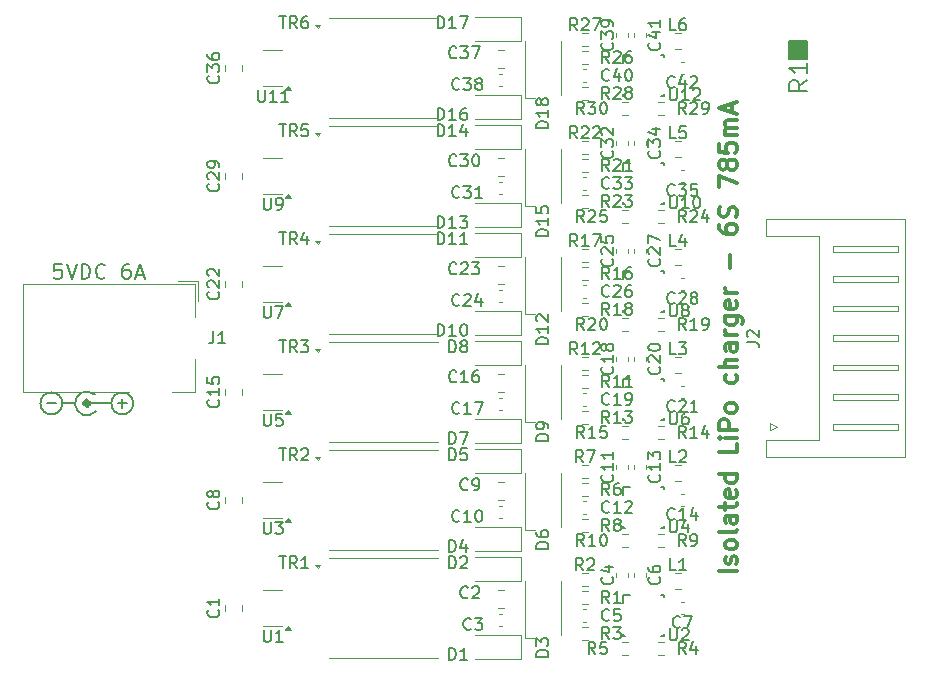
<source format=gto>
%TF.GenerationSoftware,KiCad,Pcbnew,7.0.11+dfsg-1build4*%
%TF.CreationDate,2024-08-12T23:44:41-07:00*%
%TF.ProjectId,6s_750mA,36735f37-3530-46d4-912e-6b696361645f,rev?*%
%TF.SameCoordinates,Original*%
%TF.FileFunction,Legend,Top*%
%TF.FilePolarity,Positive*%
%FSLAX46Y46*%
G04 Gerber Fmt 4.6, Leading zero omitted, Abs format (unit mm)*
G04 Created by KiCad (PCBNEW 7.0.11+dfsg-1build4) date 2024-08-12 23:44:41*
%MOMM*%
%LPD*%
G01*
G04 APERTURE LIST*
%ADD10C,0.152400*%
%ADD11C,0.203200*%
%ADD12C,0.300000*%
%ADD13C,0.200000*%
%ADD14C,0.120000*%
%ADD15C,0.150000*%
%ADD16C,0.500000*%
G04 APERTURE END LIST*
D10*
X198628000Y-62230000D02*
X200152000Y-62230000D01*
X200152000Y-63754000D01*
X198628000Y-63754000D01*
X198628000Y-62230000D01*
G36*
X198628000Y-62230000D02*
G01*
X200152000Y-62230000D01*
X200152000Y-63754000D01*
X198628000Y-63754000D01*
X198628000Y-62230000D01*
G37*
X136575800Y-92913200D02*
X135813800Y-92913200D01*
X142573000Y-92912000D02*
X141811000Y-92912000D01*
X142192000Y-93293000D02*
X142192000Y-92531000D01*
D11*
X200208924Y-65561601D02*
X199483210Y-66069601D01*
X200208924Y-66432458D02*
X198684924Y-66432458D01*
X198684924Y-66432458D02*
X198684924Y-65851887D01*
X198684924Y-65851887D02*
X198757495Y-65706744D01*
X198757495Y-65706744D02*
X198830067Y-65634173D01*
X198830067Y-65634173D02*
X198975210Y-65561601D01*
X198975210Y-65561601D02*
X199192924Y-65561601D01*
X199192924Y-65561601D02*
X199338067Y-65634173D01*
X199338067Y-65634173D02*
X199410638Y-65706744D01*
X199410638Y-65706744D02*
X199483210Y-65851887D01*
X199483210Y-65851887D02*
X199483210Y-66432458D01*
X200208924Y-64110173D02*
X200208924Y-64981030D01*
X200208924Y-64545601D02*
X198684924Y-64545601D01*
X198684924Y-64545601D02*
X198902638Y-64690744D01*
X198902638Y-64690744D02*
X199047781Y-64835887D01*
X199047781Y-64835887D02*
X199120353Y-64981030D01*
D12*
X194237828Y-107125998D02*
X192737828Y-107125998D01*
X194166400Y-106483140D02*
X194237828Y-106340283D01*
X194237828Y-106340283D02*
X194237828Y-106054569D01*
X194237828Y-106054569D02*
X194166400Y-105911712D01*
X194166400Y-105911712D02*
X194023542Y-105840283D01*
X194023542Y-105840283D02*
X193952114Y-105840283D01*
X193952114Y-105840283D02*
X193809257Y-105911712D01*
X193809257Y-105911712D02*
X193737828Y-106054569D01*
X193737828Y-106054569D02*
X193737828Y-106268855D01*
X193737828Y-106268855D02*
X193666400Y-106411712D01*
X193666400Y-106411712D02*
X193523542Y-106483140D01*
X193523542Y-106483140D02*
X193452114Y-106483140D01*
X193452114Y-106483140D02*
X193309257Y-106411712D01*
X193309257Y-106411712D02*
X193237828Y-106268855D01*
X193237828Y-106268855D02*
X193237828Y-106054569D01*
X193237828Y-106054569D02*
X193309257Y-105911712D01*
X194237828Y-104983140D02*
X194166400Y-105125997D01*
X194166400Y-105125997D02*
X194094971Y-105197426D01*
X194094971Y-105197426D02*
X193952114Y-105268854D01*
X193952114Y-105268854D02*
X193523542Y-105268854D01*
X193523542Y-105268854D02*
X193380685Y-105197426D01*
X193380685Y-105197426D02*
X193309257Y-105125997D01*
X193309257Y-105125997D02*
X193237828Y-104983140D01*
X193237828Y-104983140D02*
X193237828Y-104768854D01*
X193237828Y-104768854D02*
X193309257Y-104625997D01*
X193309257Y-104625997D02*
X193380685Y-104554569D01*
X193380685Y-104554569D02*
X193523542Y-104483140D01*
X193523542Y-104483140D02*
X193952114Y-104483140D01*
X193952114Y-104483140D02*
X194094971Y-104554569D01*
X194094971Y-104554569D02*
X194166400Y-104625997D01*
X194166400Y-104625997D02*
X194237828Y-104768854D01*
X194237828Y-104768854D02*
X194237828Y-104983140D01*
X194237828Y-103625997D02*
X194166400Y-103768854D01*
X194166400Y-103768854D02*
X194023542Y-103840283D01*
X194023542Y-103840283D02*
X192737828Y-103840283D01*
X194237828Y-102411712D02*
X193452114Y-102411712D01*
X193452114Y-102411712D02*
X193309257Y-102483140D01*
X193309257Y-102483140D02*
X193237828Y-102625997D01*
X193237828Y-102625997D02*
X193237828Y-102911712D01*
X193237828Y-102911712D02*
X193309257Y-103054569D01*
X194166400Y-102411712D02*
X194237828Y-102554569D01*
X194237828Y-102554569D02*
X194237828Y-102911712D01*
X194237828Y-102911712D02*
X194166400Y-103054569D01*
X194166400Y-103054569D02*
X194023542Y-103125997D01*
X194023542Y-103125997D02*
X193880685Y-103125997D01*
X193880685Y-103125997D02*
X193737828Y-103054569D01*
X193737828Y-103054569D02*
X193666400Y-102911712D01*
X193666400Y-102911712D02*
X193666400Y-102554569D01*
X193666400Y-102554569D02*
X193594971Y-102411712D01*
X193237828Y-101911711D02*
X193237828Y-101340283D01*
X192737828Y-101697426D02*
X194023542Y-101697426D01*
X194023542Y-101697426D02*
X194166400Y-101625997D01*
X194166400Y-101625997D02*
X194237828Y-101483140D01*
X194237828Y-101483140D02*
X194237828Y-101340283D01*
X194166400Y-100268854D02*
X194237828Y-100411711D01*
X194237828Y-100411711D02*
X194237828Y-100697426D01*
X194237828Y-100697426D02*
X194166400Y-100840283D01*
X194166400Y-100840283D02*
X194023542Y-100911711D01*
X194023542Y-100911711D02*
X193452114Y-100911711D01*
X193452114Y-100911711D02*
X193309257Y-100840283D01*
X193309257Y-100840283D02*
X193237828Y-100697426D01*
X193237828Y-100697426D02*
X193237828Y-100411711D01*
X193237828Y-100411711D02*
X193309257Y-100268854D01*
X193309257Y-100268854D02*
X193452114Y-100197426D01*
X193452114Y-100197426D02*
X193594971Y-100197426D01*
X193594971Y-100197426D02*
X193737828Y-100911711D01*
X194237828Y-98911712D02*
X192737828Y-98911712D01*
X194166400Y-98911712D02*
X194237828Y-99054569D01*
X194237828Y-99054569D02*
X194237828Y-99340283D01*
X194237828Y-99340283D02*
X194166400Y-99483140D01*
X194166400Y-99483140D02*
X194094971Y-99554569D01*
X194094971Y-99554569D02*
X193952114Y-99625997D01*
X193952114Y-99625997D02*
X193523542Y-99625997D01*
X193523542Y-99625997D02*
X193380685Y-99554569D01*
X193380685Y-99554569D02*
X193309257Y-99483140D01*
X193309257Y-99483140D02*
X193237828Y-99340283D01*
X193237828Y-99340283D02*
X193237828Y-99054569D01*
X193237828Y-99054569D02*
X193309257Y-98911712D01*
X194237828Y-96340283D02*
X194237828Y-97054569D01*
X194237828Y-97054569D02*
X192737828Y-97054569D01*
X194237828Y-95840283D02*
X193237828Y-95840283D01*
X192737828Y-95840283D02*
X192809257Y-95911711D01*
X192809257Y-95911711D02*
X192880685Y-95840283D01*
X192880685Y-95840283D02*
X192809257Y-95768854D01*
X192809257Y-95768854D02*
X192737828Y-95840283D01*
X192737828Y-95840283D02*
X192880685Y-95840283D01*
X194237828Y-95125997D02*
X192737828Y-95125997D01*
X192737828Y-95125997D02*
X192737828Y-94554568D01*
X192737828Y-94554568D02*
X192809257Y-94411711D01*
X192809257Y-94411711D02*
X192880685Y-94340282D01*
X192880685Y-94340282D02*
X193023542Y-94268854D01*
X193023542Y-94268854D02*
X193237828Y-94268854D01*
X193237828Y-94268854D02*
X193380685Y-94340282D01*
X193380685Y-94340282D02*
X193452114Y-94411711D01*
X193452114Y-94411711D02*
X193523542Y-94554568D01*
X193523542Y-94554568D02*
X193523542Y-95125997D01*
X194237828Y-93411711D02*
X194166400Y-93554568D01*
X194166400Y-93554568D02*
X194094971Y-93625997D01*
X194094971Y-93625997D02*
X193952114Y-93697425D01*
X193952114Y-93697425D02*
X193523542Y-93697425D01*
X193523542Y-93697425D02*
X193380685Y-93625997D01*
X193380685Y-93625997D02*
X193309257Y-93554568D01*
X193309257Y-93554568D02*
X193237828Y-93411711D01*
X193237828Y-93411711D02*
X193237828Y-93197425D01*
X193237828Y-93197425D02*
X193309257Y-93054568D01*
X193309257Y-93054568D02*
X193380685Y-92983140D01*
X193380685Y-92983140D02*
X193523542Y-92911711D01*
X193523542Y-92911711D02*
X193952114Y-92911711D01*
X193952114Y-92911711D02*
X194094971Y-92983140D01*
X194094971Y-92983140D02*
X194166400Y-93054568D01*
X194166400Y-93054568D02*
X194237828Y-93197425D01*
X194237828Y-93197425D02*
X194237828Y-93411711D01*
X194166400Y-90483140D02*
X194237828Y-90625997D01*
X194237828Y-90625997D02*
X194237828Y-90911711D01*
X194237828Y-90911711D02*
X194166400Y-91054568D01*
X194166400Y-91054568D02*
X194094971Y-91125997D01*
X194094971Y-91125997D02*
X193952114Y-91197425D01*
X193952114Y-91197425D02*
X193523542Y-91197425D01*
X193523542Y-91197425D02*
X193380685Y-91125997D01*
X193380685Y-91125997D02*
X193309257Y-91054568D01*
X193309257Y-91054568D02*
X193237828Y-90911711D01*
X193237828Y-90911711D02*
X193237828Y-90625997D01*
X193237828Y-90625997D02*
X193309257Y-90483140D01*
X194237828Y-89840283D02*
X192737828Y-89840283D01*
X194237828Y-89197426D02*
X193452114Y-89197426D01*
X193452114Y-89197426D02*
X193309257Y-89268854D01*
X193309257Y-89268854D02*
X193237828Y-89411711D01*
X193237828Y-89411711D02*
X193237828Y-89625997D01*
X193237828Y-89625997D02*
X193309257Y-89768854D01*
X193309257Y-89768854D02*
X193380685Y-89840283D01*
X194237828Y-87840283D02*
X193452114Y-87840283D01*
X193452114Y-87840283D02*
X193309257Y-87911711D01*
X193309257Y-87911711D02*
X193237828Y-88054568D01*
X193237828Y-88054568D02*
X193237828Y-88340283D01*
X193237828Y-88340283D02*
X193309257Y-88483140D01*
X194166400Y-87840283D02*
X194237828Y-87983140D01*
X194237828Y-87983140D02*
X194237828Y-88340283D01*
X194237828Y-88340283D02*
X194166400Y-88483140D01*
X194166400Y-88483140D02*
X194023542Y-88554568D01*
X194023542Y-88554568D02*
X193880685Y-88554568D01*
X193880685Y-88554568D02*
X193737828Y-88483140D01*
X193737828Y-88483140D02*
X193666400Y-88340283D01*
X193666400Y-88340283D02*
X193666400Y-87983140D01*
X193666400Y-87983140D02*
X193594971Y-87840283D01*
X194237828Y-87125997D02*
X193237828Y-87125997D01*
X193523542Y-87125997D02*
X193380685Y-87054568D01*
X193380685Y-87054568D02*
X193309257Y-86983140D01*
X193309257Y-86983140D02*
X193237828Y-86840282D01*
X193237828Y-86840282D02*
X193237828Y-86697425D01*
X193237828Y-85554569D02*
X194452114Y-85554569D01*
X194452114Y-85554569D02*
X194594971Y-85625997D01*
X194594971Y-85625997D02*
X194666400Y-85697426D01*
X194666400Y-85697426D02*
X194737828Y-85840283D01*
X194737828Y-85840283D02*
X194737828Y-86054569D01*
X194737828Y-86054569D02*
X194666400Y-86197426D01*
X194166400Y-85554569D02*
X194237828Y-85697426D01*
X194237828Y-85697426D02*
X194237828Y-85983140D01*
X194237828Y-85983140D02*
X194166400Y-86125997D01*
X194166400Y-86125997D02*
X194094971Y-86197426D01*
X194094971Y-86197426D02*
X193952114Y-86268854D01*
X193952114Y-86268854D02*
X193523542Y-86268854D01*
X193523542Y-86268854D02*
X193380685Y-86197426D01*
X193380685Y-86197426D02*
X193309257Y-86125997D01*
X193309257Y-86125997D02*
X193237828Y-85983140D01*
X193237828Y-85983140D02*
X193237828Y-85697426D01*
X193237828Y-85697426D02*
X193309257Y-85554569D01*
X194166400Y-84268854D02*
X194237828Y-84411711D01*
X194237828Y-84411711D02*
X194237828Y-84697426D01*
X194237828Y-84697426D02*
X194166400Y-84840283D01*
X194166400Y-84840283D02*
X194023542Y-84911711D01*
X194023542Y-84911711D02*
X193452114Y-84911711D01*
X193452114Y-84911711D02*
X193309257Y-84840283D01*
X193309257Y-84840283D02*
X193237828Y-84697426D01*
X193237828Y-84697426D02*
X193237828Y-84411711D01*
X193237828Y-84411711D02*
X193309257Y-84268854D01*
X193309257Y-84268854D02*
X193452114Y-84197426D01*
X193452114Y-84197426D02*
X193594971Y-84197426D01*
X193594971Y-84197426D02*
X193737828Y-84911711D01*
X194237828Y-83554569D02*
X193237828Y-83554569D01*
X193523542Y-83554569D02*
X193380685Y-83483140D01*
X193380685Y-83483140D02*
X193309257Y-83411712D01*
X193309257Y-83411712D02*
X193237828Y-83268854D01*
X193237828Y-83268854D02*
X193237828Y-83125997D01*
X193666400Y-81483141D02*
X193666400Y-80340284D01*
X192737828Y-77840284D02*
X192737828Y-78125998D01*
X192737828Y-78125998D02*
X192809257Y-78268855D01*
X192809257Y-78268855D02*
X192880685Y-78340284D01*
X192880685Y-78340284D02*
X193094971Y-78483141D01*
X193094971Y-78483141D02*
X193380685Y-78554569D01*
X193380685Y-78554569D02*
X193952114Y-78554569D01*
X193952114Y-78554569D02*
X194094971Y-78483141D01*
X194094971Y-78483141D02*
X194166400Y-78411712D01*
X194166400Y-78411712D02*
X194237828Y-78268855D01*
X194237828Y-78268855D02*
X194237828Y-77983141D01*
X194237828Y-77983141D02*
X194166400Y-77840284D01*
X194166400Y-77840284D02*
X194094971Y-77768855D01*
X194094971Y-77768855D02*
X193952114Y-77697426D01*
X193952114Y-77697426D02*
X193594971Y-77697426D01*
X193594971Y-77697426D02*
X193452114Y-77768855D01*
X193452114Y-77768855D02*
X193380685Y-77840284D01*
X193380685Y-77840284D02*
X193309257Y-77983141D01*
X193309257Y-77983141D02*
X193309257Y-78268855D01*
X193309257Y-78268855D02*
X193380685Y-78411712D01*
X193380685Y-78411712D02*
X193452114Y-78483141D01*
X193452114Y-78483141D02*
X193594971Y-78554569D01*
X194166400Y-77125998D02*
X194237828Y-76911713D01*
X194237828Y-76911713D02*
X194237828Y-76554570D01*
X194237828Y-76554570D02*
X194166400Y-76411713D01*
X194166400Y-76411713D02*
X194094971Y-76340284D01*
X194094971Y-76340284D02*
X193952114Y-76268855D01*
X193952114Y-76268855D02*
X193809257Y-76268855D01*
X193809257Y-76268855D02*
X193666400Y-76340284D01*
X193666400Y-76340284D02*
X193594971Y-76411713D01*
X193594971Y-76411713D02*
X193523542Y-76554570D01*
X193523542Y-76554570D02*
X193452114Y-76840284D01*
X193452114Y-76840284D02*
X193380685Y-76983141D01*
X193380685Y-76983141D02*
X193309257Y-77054570D01*
X193309257Y-77054570D02*
X193166400Y-77125998D01*
X193166400Y-77125998D02*
X193023542Y-77125998D01*
X193023542Y-77125998D02*
X192880685Y-77054570D01*
X192880685Y-77054570D02*
X192809257Y-76983141D01*
X192809257Y-76983141D02*
X192737828Y-76840284D01*
X192737828Y-76840284D02*
X192737828Y-76483141D01*
X192737828Y-76483141D02*
X192809257Y-76268855D01*
X192737828Y-74625999D02*
X192737828Y-73625999D01*
X192737828Y-73625999D02*
X194237828Y-74268856D01*
X193380685Y-72840285D02*
X193309257Y-72983142D01*
X193309257Y-72983142D02*
X193237828Y-73054571D01*
X193237828Y-73054571D02*
X193094971Y-73125999D01*
X193094971Y-73125999D02*
X193023542Y-73125999D01*
X193023542Y-73125999D02*
X192880685Y-73054571D01*
X192880685Y-73054571D02*
X192809257Y-72983142D01*
X192809257Y-72983142D02*
X192737828Y-72840285D01*
X192737828Y-72840285D02*
X192737828Y-72554571D01*
X192737828Y-72554571D02*
X192809257Y-72411714D01*
X192809257Y-72411714D02*
X192880685Y-72340285D01*
X192880685Y-72340285D02*
X193023542Y-72268856D01*
X193023542Y-72268856D02*
X193094971Y-72268856D01*
X193094971Y-72268856D02*
X193237828Y-72340285D01*
X193237828Y-72340285D02*
X193309257Y-72411714D01*
X193309257Y-72411714D02*
X193380685Y-72554571D01*
X193380685Y-72554571D02*
X193380685Y-72840285D01*
X193380685Y-72840285D02*
X193452114Y-72983142D01*
X193452114Y-72983142D02*
X193523542Y-73054571D01*
X193523542Y-73054571D02*
X193666400Y-73125999D01*
X193666400Y-73125999D02*
X193952114Y-73125999D01*
X193952114Y-73125999D02*
X194094971Y-73054571D01*
X194094971Y-73054571D02*
X194166400Y-72983142D01*
X194166400Y-72983142D02*
X194237828Y-72840285D01*
X194237828Y-72840285D02*
X194237828Y-72554571D01*
X194237828Y-72554571D02*
X194166400Y-72411714D01*
X194166400Y-72411714D02*
X194094971Y-72340285D01*
X194094971Y-72340285D02*
X193952114Y-72268856D01*
X193952114Y-72268856D02*
X193666400Y-72268856D01*
X193666400Y-72268856D02*
X193523542Y-72340285D01*
X193523542Y-72340285D02*
X193452114Y-72411714D01*
X193452114Y-72411714D02*
X193380685Y-72554571D01*
X192737828Y-70911714D02*
X192737828Y-71626000D01*
X192737828Y-71626000D02*
X193452114Y-71697428D01*
X193452114Y-71697428D02*
X193380685Y-71626000D01*
X193380685Y-71626000D02*
X193309257Y-71483143D01*
X193309257Y-71483143D02*
X193309257Y-71126000D01*
X193309257Y-71126000D02*
X193380685Y-70983143D01*
X193380685Y-70983143D02*
X193452114Y-70911714D01*
X193452114Y-70911714D02*
X193594971Y-70840285D01*
X193594971Y-70840285D02*
X193952114Y-70840285D01*
X193952114Y-70840285D02*
X194094971Y-70911714D01*
X194094971Y-70911714D02*
X194166400Y-70983143D01*
X194166400Y-70983143D02*
X194237828Y-71126000D01*
X194237828Y-71126000D02*
X194237828Y-71483143D01*
X194237828Y-71483143D02*
X194166400Y-71626000D01*
X194166400Y-71626000D02*
X194094971Y-71697428D01*
X194237828Y-70197429D02*
X193237828Y-70197429D01*
X193380685Y-70197429D02*
X193309257Y-70126000D01*
X193309257Y-70126000D02*
X193237828Y-69983143D01*
X193237828Y-69983143D02*
X193237828Y-69768857D01*
X193237828Y-69768857D02*
X193309257Y-69626000D01*
X193309257Y-69626000D02*
X193452114Y-69554572D01*
X193452114Y-69554572D02*
X194237828Y-69554572D01*
X193452114Y-69554572D02*
X193309257Y-69483143D01*
X193309257Y-69483143D02*
X193237828Y-69340286D01*
X193237828Y-69340286D02*
X193237828Y-69126000D01*
X193237828Y-69126000D02*
X193309257Y-68983143D01*
X193309257Y-68983143D02*
X193452114Y-68911714D01*
X193452114Y-68911714D02*
X194237828Y-68911714D01*
X193809257Y-68268857D02*
X193809257Y-67554572D01*
X194237828Y-68411714D02*
X192737828Y-67911714D01*
X192737828Y-67911714D02*
X194237828Y-67411714D01*
D11*
X137057826Y-81094959D02*
X136453064Y-81094959D01*
X136453064Y-81094959D02*
X136392588Y-81699721D01*
X136392588Y-81699721D02*
X136453064Y-81639244D01*
X136453064Y-81639244D02*
X136574017Y-81578768D01*
X136574017Y-81578768D02*
X136876398Y-81578768D01*
X136876398Y-81578768D02*
X136997350Y-81639244D01*
X136997350Y-81639244D02*
X137057826Y-81699721D01*
X137057826Y-81699721D02*
X137118303Y-81820673D01*
X137118303Y-81820673D02*
X137118303Y-82123054D01*
X137118303Y-82123054D02*
X137057826Y-82244006D01*
X137057826Y-82244006D02*
X136997350Y-82304483D01*
X136997350Y-82304483D02*
X136876398Y-82364959D01*
X136876398Y-82364959D02*
X136574017Y-82364959D01*
X136574017Y-82364959D02*
X136453064Y-82304483D01*
X136453064Y-82304483D02*
X136392588Y-82244006D01*
X137481160Y-81094959D02*
X137904493Y-82364959D01*
X137904493Y-82364959D02*
X138327827Y-81094959D01*
X138751159Y-82364959D02*
X138751159Y-81094959D01*
X138751159Y-81094959D02*
X139053540Y-81094959D01*
X139053540Y-81094959D02*
X139234969Y-81155435D01*
X139234969Y-81155435D02*
X139355921Y-81276387D01*
X139355921Y-81276387D02*
X139416398Y-81397340D01*
X139416398Y-81397340D02*
X139476874Y-81639244D01*
X139476874Y-81639244D02*
X139476874Y-81820673D01*
X139476874Y-81820673D02*
X139416398Y-82062578D01*
X139416398Y-82062578D02*
X139355921Y-82183530D01*
X139355921Y-82183530D02*
X139234969Y-82304483D01*
X139234969Y-82304483D02*
X139053540Y-82364959D01*
X139053540Y-82364959D02*
X138751159Y-82364959D01*
X140746874Y-82244006D02*
X140686398Y-82304483D01*
X140686398Y-82304483D02*
X140504969Y-82364959D01*
X140504969Y-82364959D02*
X140384017Y-82364959D01*
X140384017Y-82364959D02*
X140202588Y-82304483D01*
X140202588Y-82304483D02*
X140081636Y-82183530D01*
X140081636Y-82183530D02*
X140021159Y-82062578D01*
X140021159Y-82062578D02*
X139960683Y-81820673D01*
X139960683Y-81820673D02*
X139960683Y-81639244D01*
X139960683Y-81639244D02*
X140021159Y-81397340D01*
X140021159Y-81397340D02*
X140081636Y-81276387D01*
X140081636Y-81276387D02*
X140202588Y-81155435D01*
X140202588Y-81155435D02*
X140384017Y-81094959D01*
X140384017Y-81094959D02*
X140504969Y-81094959D01*
X140504969Y-81094959D02*
X140686398Y-81155435D01*
X140686398Y-81155435D02*
X140746874Y-81215911D01*
X142803064Y-81094959D02*
X142561159Y-81094959D01*
X142561159Y-81094959D02*
X142440207Y-81155435D01*
X142440207Y-81155435D02*
X142379731Y-81215911D01*
X142379731Y-81215911D02*
X142258778Y-81397340D01*
X142258778Y-81397340D02*
X142198302Y-81639244D01*
X142198302Y-81639244D02*
X142198302Y-82123054D01*
X142198302Y-82123054D02*
X142258778Y-82244006D01*
X142258778Y-82244006D02*
X142319255Y-82304483D01*
X142319255Y-82304483D02*
X142440207Y-82364959D01*
X142440207Y-82364959D02*
X142682112Y-82364959D01*
X142682112Y-82364959D02*
X142803064Y-82304483D01*
X142803064Y-82304483D02*
X142863540Y-82244006D01*
X142863540Y-82244006D02*
X142924017Y-82123054D01*
X142924017Y-82123054D02*
X142924017Y-81820673D01*
X142924017Y-81820673D02*
X142863540Y-81699721D01*
X142863540Y-81699721D02*
X142803064Y-81639244D01*
X142803064Y-81639244D02*
X142682112Y-81578768D01*
X142682112Y-81578768D02*
X142440207Y-81578768D01*
X142440207Y-81578768D02*
X142319255Y-81639244D01*
X142319255Y-81639244D02*
X142258778Y-81699721D01*
X142258778Y-81699721D02*
X142198302Y-81820673D01*
X143407826Y-82002102D02*
X144012588Y-82002102D01*
X143286874Y-82364959D02*
X143710207Y-81094959D01*
X143710207Y-81094959D02*
X144133541Y-82364959D01*
D10*
X188556167Y-111968095D02*
X188556167Y-112790572D01*
X188556167Y-112790572D02*
X188604548Y-112887334D01*
X188604548Y-112887334D02*
X188652929Y-112935715D01*
X188652929Y-112935715D02*
X188749691Y-112984095D01*
X188749691Y-112984095D02*
X188943215Y-112984095D01*
X188943215Y-112984095D02*
X189039977Y-112935715D01*
X189039977Y-112935715D02*
X189088358Y-112887334D01*
X189088358Y-112887334D02*
X189136739Y-112790572D01*
X189136739Y-112790572D02*
X189136739Y-111968095D01*
X189572167Y-112064857D02*
X189620548Y-112016476D01*
X189620548Y-112016476D02*
X189717310Y-111968095D01*
X189717310Y-111968095D02*
X189959215Y-111968095D01*
X189959215Y-111968095D02*
X190055977Y-112016476D01*
X190055977Y-112016476D02*
X190104358Y-112064857D01*
X190104358Y-112064857D02*
X190152739Y-112161619D01*
X190152739Y-112161619D02*
X190152739Y-112258381D01*
X190152739Y-112258381D02*
X190104358Y-112403524D01*
X190104358Y-112403524D02*
X189523786Y-112984095D01*
X189523786Y-112984095D02*
X190152739Y-112984095D01*
X188556167Y-102824095D02*
X188556167Y-103646572D01*
X188556167Y-103646572D02*
X188604548Y-103743334D01*
X188604548Y-103743334D02*
X188652929Y-103791715D01*
X188652929Y-103791715D02*
X188749691Y-103840095D01*
X188749691Y-103840095D02*
X188943215Y-103840095D01*
X188943215Y-103840095D02*
X189039977Y-103791715D01*
X189039977Y-103791715D02*
X189088358Y-103743334D01*
X189088358Y-103743334D02*
X189136739Y-103646572D01*
X189136739Y-103646572D02*
X189136739Y-102824095D01*
X190055977Y-103162762D02*
X190055977Y-103840095D01*
X189814072Y-102775715D02*
X189572167Y-103501429D01*
X189572167Y-103501429D02*
X190201120Y-103501429D01*
X188556167Y-93680095D02*
X188556167Y-94502572D01*
X188556167Y-94502572D02*
X188604548Y-94599334D01*
X188604548Y-94599334D02*
X188652929Y-94647715D01*
X188652929Y-94647715D02*
X188749691Y-94696095D01*
X188749691Y-94696095D02*
X188943215Y-94696095D01*
X188943215Y-94696095D02*
X189039977Y-94647715D01*
X189039977Y-94647715D02*
X189088358Y-94599334D01*
X189088358Y-94599334D02*
X189136739Y-94502572D01*
X189136739Y-94502572D02*
X189136739Y-93680095D01*
X190055977Y-93680095D02*
X189862453Y-93680095D01*
X189862453Y-93680095D02*
X189765691Y-93728476D01*
X189765691Y-93728476D02*
X189717310Y-93776857D01*
X189717310Y-93776857D02*
X189620548Y-93922000D01*
X189620548Y-93922000D02*
X189572167Y-94115524D01*
X189572167Y-94115524D02*
X189572167Y-94502572D01*
X189572167Y-94502572D02*
X189620548Y-94599334D01*
X189620548Y-94599334D02*
X189668929Y-94647715D01*
X189668929Y-94647715D02*
X189765691Y-94696095D01*
X189765691Y-94696095D02*
X189959215Y-94696095D01*
X189959215Y-94696095D02*
X190055977Y-94647715D01*
X190055977Y-94647715D02*
X190104358Y-94599334D01*
X190104358Y-94599334D02*
X190152739Y-94502572D01*
X190152739Y-94502572D02*
X190152739Y-94260667D01*
X190152739Y-94260667D02*
X190104358Y-94163905D01*
X190104358Y-94163905D02*
X190055977Y-94115524D01*
X190055977Y-94115524D02*
X189959215Y-94067143D01*
X189959215Y-94067143D02*
X189765691Y-94067143D01*
X189765691Y-94067143D02*
X189668929Y-94115524D01*
X189668929Y-94115524D02*
X189620548Y-94163905D01*
X189620548Y-94163905D02*
X189572167Y-94260667D01*
X188556167Y-84536095D02*
X188556167Y-85358572D01*
X188556167Y-85358572D02*
X188604548Y-85455334D01*
X188604548Y-85455334D02*
X188652929Y-85503715D01*
X188652929Y-85503715D02*
X188749691Y-85552095D01*
X188749691Y-85552095D02*
X188943215Y-85552095D01*
X188943215Y-85552095D02*
X189039977Y-85503715D01*
X189039977Y-85503715D02*
X189088358Y-85455334D01*
X189088358Y-85455334D02*
X189136739Y-85358572D01*
X189136739Y-85358572D02*
X189136739Y-84536095D01*
X189765691Y-84971524D02*
X189668929Y-84923143D01*
X189668929Y-84923143D02*
X189620548Y-84874762D01*
X189620548Y-84874762D02*
X189572167Y-84778000D01*
X189572167Y-84778000D02*
X189572167Y-84729619D01*
X189572167Y-84729619D02*
X189620548Y-84632857D01*
X189620548Y-84632857D02*
X189668929Y-84584476D01*
X189668929Y-84584476D02*
X189765691Y-84536095D01*
X189765691Y-84536095D02*
X189959215Y-84536095D01*
X189959215Y-84536095D02*
X190055977Y-84584476D01*
X190055977Y-84584476D02*
X190104358Y-84632857D01*
X190104358Y-84632857D02*
X190152739Y-84729619D01*
X190152739Y-84729619D02*
X190152739Y-84778000D01*
X190152739Y-84778000D02*
X190104358Y-84874762D01*
X190104358Y-84874762D02*
X190055977Y-84923143D01*
X190055977Y-84923143D02*
X189959215Y-84971524D01*
X189959215Y-84971524D02*
X189765691Y-84971524D01*
X189765691Y-84971524D02*
X189668929Y-85019905D01*
X189668929Y-85019905D02*
X189620548Y-85068286D01*
X189620548Y-85068286D02*
X189572167Y-85165048D01*
X189572167Y-85165048D02*
X189572167Y-85358572D01*
X189572167Y-85358572D02*
X189620548Y-85455334D01*
X189620548Y-85455334D02*
X189668929Y-85503715D01*
X189668929Y-85503715D02*
X189765691Y-85552095D01*
X189765691Y-85552095D02*
X189959215Y-85552095D01*
X189959215Y-85552095D02*
X190055977Y-85503715D01*
X190055977Y-85503715D02*
X190104358Y-85455334D01*
X190104358Y-85455334D02*
X190152739Y-85358572D01*
X190152739Y-85358572D02*
X190152739Y-85165048D01*
X190152739Y-85165048D02*
X190104358Y-85068286D01*
X190104358Y-85068286D02*
X190055977Y-85019905D01*
X190055977Y-85019905D02*
X189959215Y-84971524D01*
X188556167Y-75392095D02*
X188556167Y-76214572D01*
X188556167Y-76214572D02*
X188604548Y-76311334D01*
X188604548Y-76311334D02*
X188652929Y-76359715D01*
X188652929Y-76359715D02*
X188749691Y-76408095D01*
X188749691Y-76408095D02*
X188943215Y-76408095D01*
X188943215Y-76408095D02*
X189039977Y-76359715D01*
X189039977Y-76359715D02*
X189088358Y-76311334D01*
X189088358Y-76311334D02*
X189136739Y-76214572D01*
X189136739Y-76214572D02*
X189136739Y-75392095D01*
X190152739Y-76408095D02*
X189572167Y-76408095D01*
X189862453Y-76408095D02*
X189862453Y-75392095D01*
X189862453Y-75392095D02*
X189765691Y-75537238D01*
X189765691Y-75537238D02*
X189668929Y-75634000D01*
X189668929Y-75634000D02*
X189572167Y-75682381D01*
X190781691Y-75392095D02*
X190878453Y-75392095D01*
X190878453Y-75392095D02*
X190975215Y-75440476D01*
X190975215Y-75440476D02*
X191023596Y-75488857D01*
X191023596Y-75488857D02*
X191071977Y-75585619D01*
X191071977Y-75585619D02*
X191120358Y-75779143D01*
X191120358Y-75779143D02*
X191120358Y-76021048D01*
X191120358Y-76021048D02*
X191071977Y-76214572D01*
X191071977Y-76214572D02*
X191023596Y-76311334D01*
X191023596Y-76311334D02*
X190975215Y-76359715D01*
X190975215Y-76359715D02*
X190878453Y-76408095D01*
X190878453Y-76408095D02*
X190781691Y-76408095D01*
X190781691Y-76408095D02*
X190684929Y-76359715D01*
X190684929Y-76359715D02*
X190636548Y-76311334D01*
X190636548Y-76311334D02*
X190588167Y-76214572D01*
X190588167Y-76214572D02*
X190539786Y-76021048D01*
X190539786Y-76021048D02*
X190539786Y-75779143D01*
X190539786Y-75779143D02*
X190588167Y-75585619D01*
X190588167Y-75585619D02*
X190636548Y-75488857D01*
X190636548Y-75488857D02*
X190684929Y-75440476D01*
X190684929Y-75440476D02*
X190781691Y-75392095D01*
X188556167Y-66248095D02*
X188556167Y-67070572D01*
X188556167Y-67070572D02*
X188604548Y-67167334D01*
X188604548Y-67167334D02*
X188652929Y-67215715D01*
X188652929Y-67215715D02*
X188749691Y-67264095D01*
X188749691Y-67264095D02*
X188943215Y-67264095D01*
X188943215Y-67264095D02*
X189039977Y-67215715D01*
X189039977Y-67215715D02*
X189088358Y-67167334D01*
X189088358Y-67167334D02*
X189136739Y-67070572D01*
X189136739Y-67070572D02*
X189136739Y-66248095D01*
X190152739Y-67264095D02*
X189572167Y-67264095D01*
X189862453Y-67264095D02*
X189862453Y-66248095D01*
X189862453Y-66248095D02*
X189765691Y-66393238D01*
X189765691Y-66393238D02*
X189668929Y-66490000D01*
X189668929Y-66490000D02*
X189572167Y-66538381D01*
X190539786Y-66344857D02*
X190588167Y-66296476D01*
X190588167Y-66296476D02*
X190684929Y-66248095D01*
X190684929Y-66248095D02*
X190926834Y-66248095D01*
X190926834Y-66248095D02*
X191023596Y-66296476D01*
X191023596Y-66296476D02*
X191071977Y-66344857D01*
X191071977Y-66344857D02*
X191120358Y-66441619D01*
X191120358Y-66441619D02*
X191120358Y-66538381D01*
X191120358Y-66538381D02*
X191071977Y-66683524D01*
X191071977Y-66683524D02*
X190491405Y-67264095D01*
X190491405Y-67264095D02*
X191120358Y-67264095D01*
X178262095Y-69611596D02*
X177246095Y-69611596D01*
X177246095Y-69611596D02*
X177246095Y-69369691D01*
X177246095Y-69369691D02*
X177294476Y-69224548D01*
X177294476Y-69224548D02*
X177391238Y-69127786D01*
X177391238Y-69127786D02*
X177488000Y-69079405D01*
X177488000Y-69079405D02*
X177681524Y-69031024D01*
X177681524Y-69031024D02*
X177826667Y-69031024D01*
X177826667Y-69031024D02*
X178020191Y-69079405D01*
X178020191Y-69079405D02*
X178116953Y-69127786D01*
X178116953Y-69127786D02*
X178213715Y-69224548D01*
X178213715Y-69224548D02*
X178262095Y-69369691D01*
X178262095Y-69369691D02*
X178262095Y-69611596D01*
X178262095Y-68063405D02*
X178262095Y-68643977D01*
X178262095Y-68353691D02*
X177246095Y-68353691D01*
X177246095Y-68353691D02*
X177391238Y-68450453D01*
X177391238Y-68450453D02*
X177488000Y-68547215D01*
X177488000Y-68547215D02*
X177536381Y-68643977D01*
X177681524Y-67482834D02*
X177633143Y-67579596D01*
X177633143Y-67579596D02*
X177584762Y-67627977D01*
X177584762Y-67627977D02*
X177488000Y-67676358D01*
X177488000Y-67676358D02*
X177439619Y-67676358D01*
X177439619Y-67676358D02*
X177342857Y-67627977D01*
X177342857Y-67627977D02*
X177294476Y-67579596D01*
X177294476Y-67579596D02*
X177246095Y-67482834D01*
X177246095Y-67482834D02*
X177246095Y-67289310D01*
X177246095Y-67289310D02*
X177294476Y-67192548D01*
X177294476Y-67192548D02*
X177342857Y-67144167D01*
X177342857Y-67144167D02*
X177439619Y-67095786D01*
X177439619Y-67095786D02*
X177488000Y-67095786D01*
X177488000Y-67095786D02*
X177584762Y-67144167D01*
X177584762Y-67144167D02*
X177633143Y-67192548D01*
X177633143Y-67192548D02*
X177681524Y-67289310D01*
X177681524Y-67289310D02*
X177681524Y-67482834D01*
X177681524Y-67482834D02*
X177729905Y-67579596D01*
X177729905Y-67579596D02*
X177778286Y-67627977D01*
X177778286Y-67627977D02*
X177875048Y-67676358D01*
X177875048Y-67676358D02*
X178068572Y-67676358D01*
X178068572Y-67676358D02*
X178165334Y-67627977D01*
X178165334Y-67627977D02*
X178213715Y-67579596D01*
X178213715Y-67579596D02*
X178262095Y-67482834D01*
X178262095Y-67482834D02*
X178262095Y-67289310D01*
X178262095Y-67289310D02*
X178213715Y-67192548D01*
X178213715Y-67192548D02*
X178165334Y-67144167D01*
X178165334Y-67144167D02*
X178068572Y-67095786D01*
X178068572Y-67095786D02*
X177875048Y-67095786D01*
X177875048Y-67095786D02*
X177778286Y-67144167D01*
X177778286Y-67144167D02*
X177729905Y-67192548D01*
X177729905Y-67192548D02*
X177681524Y-67289310D01*
X178262095Y-78755596D02*
X177246095Y-78755596D01*
X177246095Y-78755596D02*
X177246095Y-78513691D01*
X177246095Y-78513691D02*
X177294476Y-78368548D01*
X177294476Y-78368548D02*
X177391238Y-78271786D01*
X177391238Y-78271786D02*
X177488000Y-78223405D01*
X177488000Y-78223405D02*
X177681524Y-78175024D01*
X177681524Y-78175024D02*
X177826667Y-78175024D01*
X177826667Y-78175024D02*
X178020191Y-78223405D01*
X178020191Y-78223405D02*
X178116953Y-78271786D01*
X178116953Y-78271786D02*
X178213715Y-78368548D01*
X178213715Y-78368548D02*
X178262095Y-78513691D01*
X178262095Y-78513691D02*
X178262095Y-78755596D01*
X178262095Y-77207405D02*
X178262095Y-77787977D01*
X178262095Y-77497691D02*
X177246095Y-77497691D01*
X177246095Y-77497691D02*
X177391238Y-77594453D01*
X177391238Y-77594453D02*
X177488000Y-77691215D01*
X177488000Y-77691215D02*
X177536381Y-77787977D01*
X177246095Y-76288167D02*
X177246095Y-76771977D01*
X177246095Y-76771977D02*
X177729905Y-76820358D01*
X177729905Y-76820358D02*
X177681524Y-76771977D01*
X177681524Y-76771977D02*
X177633143Y-76675215D01*
X177633143Y-76675215D02*
X177633143Y-76433310D01*
X177633143Y-76433310D02*
X177681524Y-76336548D01*
X177681524Y-76336548D02*
X177729905Y-76288167D01*
X177729905Y-76288167D02*
X177826667Y-76239786D01*
X177826667Y-76239786D02*
X178068572Y-76239786D01*
X178068572Y-76239786D02*
X178165334Y-76288167D01*
X178165334Y-76288167D02*
X178213715Y-76336548D01*
X178213715Y-76336548D02*
X178262095Y-76433310D01*
X178262095Y-76433310D02*
X178262095Y-76675215D01*
X178262095Y-76675215D02*
X178213715Y-76771977D01*
X178213715Y-76771977D02*
X178165334Y-76820358D01*
X178262095Y-87899596D02*
X177246095Y-87899596D01*
X177246095Y-87899596D02*
X177246095Y-87657691D01*
X177246095Y-87657691D02*
X177294476Y-87512548D01*
X177294476Y-87512548D02*
X177391238Y-87415786D01*
X177391238Y-87415786D02*
X177488000Y-87367405D01*
X177488000Y-87367405D02*
X177681524Y-87319024D01*
X177681524Y-87319024D02*
X177826667Y-87319024D01*
X177826667Y-87319024D02*
X178020191Y-87367405D01*
X178020191Y-87367405D02*
X178116953Y-87415786D01*
X178116953Y-87415786D02*
X178213715Y-87512548D01*
X178213715Y-87512548D02*
X178262095Y-87657691D01*
X178262095Y-87657691D02*
X178262095Y-87899596D01*
X178262095Y-86351405D02*
X178262095Y-86931977D01*
X178262095Y-86641691D02*
X177246095Y-86641691D01*
X177246095Y-86641691D02*
X177391238Y-86738453D01*
X177391238Y-86738453D02*
X177488000Y-86835215D01*
X177488000Y-86835215D02*
X177536381Y-86931977D01*
X177342857Y-85964358D02*
X177294476Y-85915977D01*
X177294476Y-85915977D02*
X177246095Y-85819215D01*
X177246095Y-85819215D02*
X177246095Y-85577310D01*
X177246095Y-85577310D02*
X177294476Y-85480548D01*
X177294476Y-85480548D02*
X177342857Y-85432167D01*
X177342857Y-85432167D02*
X177439619Y-85383786D01*
X177439619Y-85383786D02*
X177536381Y-85383786D01*
X177536381Y-85383786D02*
X177681524Y-85432167D01*
X177681524Y-85432167D02*
X178262095Y-86012739D01*
X178262095Y-86012739D02*
X178262095Y-85383786D01*
X178262095Y-96075977D02*
X177246095Y-96075977D01*
X177246095Y-96075977D02*
X177246095Y-95834072D01*
X177246095Y-95834072D02*
X177294476Y-95688929D01*
X177294476Y-95688929D02*
X177391238Y-95592167D01*
X177391238Y-95592167D02*
X177488000Y-95543786D01*
X177488000Y-95543786D02*
X177681524Y-95495405D01*
X177681524Y-95495405D02*
X177826667Y-95495405D01*
X177826667Y-95495405D02*
X178020191Y-95543786D01*
X178020191Y-95543786D02*
X178116953Y-95592167D01*
X178116953Y-95592167D02*
X178213715Y-95688929D01*
X178213715Y-95688929D02*
X178262095Y-95834072D01*
X178262095Y-95834072D02*
X178262095Y-96075977D01*
X178262095Y-95011596D02*
X178262095Y-94818072D01*
X178262095Y-94818072D02*
X178213715Y-94721310D01*
X178213715Y-94721310D02*
X178165334Y-94672929D01*
X178165334Y-94672929D02*
X178020191Y-94576167D01*
X178020191Y-94576167D02*
X177826667Y-94527786D01*
X177826667Y-94527786D02*
X177439619Y-94527786D01*
X177439619Y-94527786D02*
X177342857Y-94576167D01*
X177342857Y-94576167D02*
X177294476Y-94624548D01*
X177294476Y-94624548D02*
X177246095Y-94721310D01*
X177246095Y-94721310D02*
X177246095Y-94914834D01*
X177246095Y-94914834D02*
X177294476Y-95011596D01*
X177294476Y-95011596D02*
X177342857Y-95059977D01*
X177342857Y-95059977D02*
X177439619Y-95108358D01*
X177439619Y-95108358D02*
X177681524Y-95108358D01*
X177681524Y-95108358D02*
X177778286Y-95059977D01*
X177778286Y-95059977D02*
X177826667Y-95011596D01*
X177826667Y-95011596D02*
X177875048Y-94914834D01*
X177875048Y-94914834D02*
X177875048Y-94721310D01*
X177875048Y-94721310D02*
X177826667Y-94624548D01*
X177826667Y-94624548D02*
X177778286Y-94576167D01*
X177778286Y-94576167D02*
X177681524Y-94527786D01*
X178262095Y-105219977D02*
X177246095Y-105219977D01*
X177246095Y-105219977D02*
X177246095Y-104978072D01*
X177246095Y-104978072D02*
X177294476Y-104832929D01*
X177294476Y-104832929D02*
X177391238Y-104736167D01*
X177391238Y-104736167D02*
X177488000Y-104687786D01*
X177488000Y-104687786D02*
X177681524Y-104639405D01*
X177681524Y-104639405D02*
X177826667Y-104639405D01*
X177826667Y-104639405D02*
X178020191Y-104687786D01*
X178020191Y-104687786D02*
X178116953Y-104736167D01*
X178116953Y-104736167D02*
X178213715Y-104832929D01*
X178213715Y-104832929D02*
X178262095Y-104978072D01*
X178262095Y-104978072D02*
X178262095Y-105219977D01*
X177246095Y-103768548D02*
X177246095Y-103962072D01*
X177246095Y-103962072D02*
X177294476Y-104058834D01*
X177294476Y-104058834D02*
X177342857Y-104107215D01*
X177342857Y-104107215D02*
X177488000Y-104203977D01*
X177488000Y-104203977D02*
X177681524Y-104252358D01*
X177681524Y-104252358D02*
X178068572Y-104252358D01*
X178068572Y-104252358D02*
X178165334Y-104203977D01*
X178165334Y-104203977D02*
X178213715Y-104155596D01*
X178213715Y-104155596D02*
X178262095Y-104058834D01*
X178262095Y-104058834D02*
X178262095Y-103865310D01*
X178262095Y-103865310D02*
X178213715Y-103768548D01*
X178213715Y-103768548D02*
X178165334Y-103720167D01*
X178165334Y-103720167D02*
X178068572Y-103671786D01*
X178068572Y-103671786D02*
X177826667Y-103671786D01*
X177826667Y-103671786D02*
X177729905Y-103720167D01*
X177729905Y-103720167D02*
X177681524Y-103768548D01*
X177681524Y-103768548D02*
X177633143Y-103865310D01*
X177633143Y-103865310D02*
X177633143Y-104058834D01*
X177633143Y-104058834D02*
X177681524Y-104155596D01*
X177681524Y-104155596D02*
X177729905Y-104203977D01*
X177729905Y-104203977D02*
X177826667Y-104252358D01*
X178262095Y-114363977D02*
X177246095Y-114363977D01*
X177246095Y-114363977D02*
X177246095Y-114122072D01*
X177246095Y-114122072D02*
X177294476Y-113976929D01*
X177294476Y-113976929D02*
X177391238Y-113880167D01*
X177391238Y-113880167D02*
X177488000Y-113831786D01*
X177488000Y-113831786D02*
X177681524Y-113783405D01*
X177681524Y-113783405D02*
X177826667Y-113783405D01*
X177826667Y-113783405D02*
X178020191Y-113831786D01*
X178020191Y-113831786D02*
X178116953Y-113880167D01*
X178116953Y-113880167D02*
X178213715Y-113976929D01*
X178213715Y-113976929D02*
X178262095Y-114122072D01*
X178262095Y-114122072D02*
X178262095Y-114363977D01*
X177246095Y-113444739D02*
X177246095Y-112815786D01*
X177246095Y-112815786D02*
X177633143Y-113154453D01*
X177633143Y-113154453D02*
X177633143Y-113009310D01*
X177633143Y-113009310D02*
X177681524Y-112912548D01*
X177681524Y-112912548D02*
X177729905Y-112864167D01*
X177729905Y-112864167D02*
X177826667Y-112815786D01*
X177826667Y-112815786D02*
X178068572Y-112815786D01*
X178068572Y-112815786D02*
X178165334Y-112864167D01*
X178165334Y-112864167D02*
X178213715Y-112912548D01*
X178213715Y-112912548D02*
X178262095Y-113009310D01*
X178262095Y-113009310D02*
X178262095Y-113299596D01*
X178262095Y-113299596D02*
X178213715Y-113396358D01*
X178213715Y-113396358D02*
X178165334Y-113444739D01*
X183421739Y-74660334D02*
X183373358Y-74708715D01*
X183373358Y-74708715D02*
X183228215Y-74757095D01*
X183228215Y-74757095D02*
X183131453Y-74757095D01*
X183131453Y-74757095D02*
X182986310Y-74708715D01*
X182986310Y-74708715D02*
X182889548Y-74611953D01*
X182889548Y-74611953D02*
X182841167Y-74515191D01*
X182841167Y-74515191D02*
X182792786Y-74321667D01*
X182792786Y-74321667D02*
X182792786Y-74176524D01*
X182792786Y-74176524D02*
X182841167Y-73983000D01*
X182841167Y-73983000D02*
X182889548Y-73886238D01*
X182889548Y-73886238D02*
X182986310Y-73789476D01*
X182986310Y-73789476D02*
X183131453Y-73741095D01*
X183131453Y-73741095D02*
X183228215Y-73741095D01*
X183228215Y-73741095D02*
X183373358Y-73789476D01*
X183373358Y-73789476D02*
X183421739Y-73837857D01*
X183760405Y-73741095D02*
X184389358Y-73741095D01*
X184389358Y-73741095D02*
X184050691Y-74128143D01*
X184050691Y-74128143D02*
X184195834Y-74128143D01*
X184195834Y-74128143D02*
X184292596Y-74176524D01*
X184292596Y-74176524D02*
X184340977Y-74224905D01*
X184340977Y-74224905D02*
X184389358Y-74321667D01*
X184389358Y-74321667D02*
X184389358Y-74563572D01*
X184389358Y-74563572D02*
X184340977Y-74660334D01*
X184340977Y-74660334D02*
X184292596Y-74708715D01*
X184292596Y-74708715D02*
X184195834Y-74757095D01*
X184195834Y-74757095D02*
X183905548Y-74757095D01*
X183905548Y-74757095D02*
X183808786Y-74708715D01*
X183808786Y-74708715D02*
X183760405Y-74660334D01*
X184728024Y-73741095D02*
X185356977Y-73741095D01*
X185356977Y-73741095D02*
X185018310Y-74128143D01*
X185018310Y-74128143D02*
X185163453Y-74128143D01*
X185163453Y-74128143D02*
X185260215Y-74176524D01*
X185260215Y-74176524D02*
X185308596Y-74224905D01*
X185308596Y-74224905D02*
X185356977Y-74321667D01*
X185356977Y-74321667D02*
X185356977Y-74563572D01*
X185356977Y-74563572D02*
X185308596Y-74660334D01*
X185308596Y-74660334D02*
X185260215Y-74708715D01*
X185260215Y-74708715D02*
X185163453Y-74757095D01*
X185163453Y-74757095D02*
X184873167Y-74757095D01*
X184873167Y-74757095D02*
X184776405Y-74708715D01*
X184776405Y-74708715D02*
X184728024Y-74660334D01*
X154165904Y-75506095D02*
X154165904Y-76328572D01*
X154165904Y-76328572D02*
X154214285Y-76425334D01*
X154214285Y-76425334D02*
X154262666Y-76473715D01*
X154262666Y-76473715D02*
X154359428Y-76522095D01*
X154359428Y-76522095D02*
X154552952Y-76522095D01*
X154552952Y-76522095D02*
X154649714Y-76473715D01*
X154649714Y-76473715D02*
X154698095Y-76425334D01*
X154698095Y-76425334D02*
X154746476Y-76328572D01*
X154746476Y-76328572D02*
X154746476Y-75506095D01*
X155278666Y-76522095D02*
X155472190Y-76522095D01*
X155472190Y-76522095D02*
X155568952Y-76473715D01*
X155568952Y-76473715D02*
X155617333Y-76425334D01*
X155617333Y-76425334D02*
X155714095Y-76280191D01*
X155714095Y-76280191D02*
X155762476Y-76086667D01*
X155762476Y-76086667D02*
X155762476Y-75699619D01*
X155762476Y-75699619D02*
X155714095Y-75602857D01*
X155714095Y-75602857D02*
X155665714Y-75554476D01*
X155665714Y-75554476D02*
X155568952Y-75506095D01*
X155568952Y-75506095D02*
X155375428Y-75506095D01*
X155375428Y-75506095D02*
X155278666Y-75554476D01*
X155278666Y-75554476D02*
X155230285Y-75602857D01*
X155230285Y-75602857D02*
X155181904Y-75699619D01*
X155181904Y-75699619D02*
X155181904Y-75941524D01*
X155181904Y-75941524D02*
X155230285Y-76038286D01*
X155230285Y-76038286D02*
X155278666Y-76086667D01*
X155278666Y-76086667D02*
X155375428Y-76135048D01*
X155375428Y-76135048D02*
X155568952Y-76135048D01*
X155568952Y-76135048D02*
X155665714Y-76086667D01*
X155665714Y-76086667D02*
X155714095Y-76038286D01*
X155714095Y-76038286D02*
X155762476Y-75941524D01*
X183421739Y-64089095D02*
X183083072Y-63605286D01*
X182841167Y-64089095D02*
X182841167Y-63073095D01*
X182841167Y-63073095D02*
X183228215Y-63073095D01*
X183228215Y-63073095D02*
X183324977Y-63121476D01*
X183324977Y-63121476D02*
X183373358Y-63169857D01*
X183373358Y-63169857D02*
X183421739Y-63266619D01*
X183421739Y-63266619D02*
X183421739Y-63411762D01*
X183421739Y-63411762D02*
X183373358Y-63508524D01*
X183373358Y-63508524D02*
X183324977Y-63556905D01*
X183324977Y-63556905D02*
X183228215Y-63605286D01*
X183228215Y-63605286D02*
X182841167Y-63605286D01*
X183808786Y-63169857D02*
X183857167Y-63121476D01*
X183857167Y-63121476D02*
X183953929Y-63073095D01*
X183953929Y-63073095D02*
X184195834Y-63073095D01*
X184195834Y-63073095D02*
X184292596Y-63121476D01*
X184292596Y-63121476D02*
X184340977Y-63169857D01*
X184340977Y-63169857D02*
X184389358Y-63266619D01*
X184389358Y-63266619D02*
X184389358Y-63363381D01*
X184389358Y-63363381D02*
X184340977Y-63508524D01*
X184340977Y-63508524D02*
X183760405Y-64089095D01*
X183760405Y-64089095D02*
X184389358Y-64089095D01*
X185260215Y-63073095D02*
X185066691Y-63073095D01*
X185066691Y-63073095D02*
X184969929Y-63121476D01*
X184969929Y-63121476D02*
X184921548Y-63169857D01*
X184921548Y-63169857D02*
X184824786Y-63315000D01*
X184824786Y-63315000D02*
X184776405Y-63508524D01*
X184776405Y-63508524D02*
X184776405Y-63895572D01*
X184776405Y-63895572D02*
X184824786Y-63992334D01*
X184824786Y-63992334D02*
X184873167Y-64040715D01*
X184873167Y-64040715D02*
X184969929Y-64089095D01*
X184969929Y-64089095D02*
X185163453Y-64089095D01*
X185163453Y-64089095D02*
X185260215Y-64040715D01*
X185260215Y-64040715D02*
X185308596Y-63992334D01*
X185308596Y-63992334D02*
X185356977Y-63895572D01*
X185356977Y-63895572D02*
X185356977Y-63653667D01*
X185356977Y-63653667D02*
X185308596Y-63556905D01*
X185308596Y-63556905D02*
X185260215Y-63508524D01*
X185260215Y-63508524D02*
X185163453Y-63460143D01*
X185163453Y-63460143D02*
X184969929Y-63460143D01*
X184969929Y-63460143D02*
X184873167Y-63508524D01*
X184873167Y-63508524D02*
X184824786Y-63556905D01*
X184824786Y-63556905D02*
X184776405Y-63653667D01*
X181285975Y-104983095D02*
X180947308Y-104499286D01*
X180705403Y-104983095D02*
X180705403Y-103967095D01*
X180705403Y-103967095D02*
X181092451Y-103967095D01*
X181092451Y-103967095D02*
X181189213Y-104015476D01*
X181189213Y-104015476D02*
X181237594Y-104063857D01*
X181237594Y-104063857D02*
X181285975Y-104160619D01*
X181285975Y-104160619D02*
X181285975Y-104305762D01*
X181285975Y-104305762D02*
X181237594Y-104402524D01*
X181237594Y-104402524D02*
X181189213Y-104450905D01*
X181189213Y-104450905D02*
X181092451Y-104499286D01*
X181092451Y-104499286D02*
X180705403Y-104499286D01*
X182253594Y-104983095D02*
X181673022Y-104983095D01*
X181963308Y-104983095D02*
X181963308Y-103967095D01*
X181963308Y-103967095D02*
X181866546Y-104112238D01*
X181866546Y-104112238D02*
X181769784Y-104209000D01*
X181769784Y-104209000D02*
X181673022Y-104257381D01*
X182882546Y-103967095D02*
X182979308Y-103967095D01*
X182979308Y-103967095D02*
X183076070Y-104015476D01*
X183076070Y-104015476D02*
X183124451Y-104063857D01*
X183124451Y-104063857D02*
X183172832Y-104160619D01*
X183172832Y-104160619D02*
X183221213Y-104354143D01*
X183221213Y-104354143D02*
X183221213Y-104596048D01*
X183221213Y-104596048D02*
X183172832Y-104789572D01*
X183172832Y-104789572D02*
X183124451Y-104886334D01*
X183124451Y-104886334D02*
X183076070Y-104934715D01*
X183076070Y-104934715D02*
X182979308Y-104983095D01*
X182979308Y-104983095D02*
X182882546Y-104983095D01*
X182882546Y-104983095D02*
X182785784Y-104934715D01*
X182785784Y-104934715D02*
X182737403Y-104886334D01*
X182737403Y-104886334D02*
X182689022Y-104789572D01*
X182689022Y-104789572D02*
X182640641Y-104596048D01*
X182640641Y-104596048D02*
X182640641Y-104354143D01*
X182640641Y-104354143D02*
X182689022Y-104160619D01*
X182689022Y-104160619D02*
X182737403Y-104063857D01*
X182737403Y-104063857D02*
X182785784Y-104015476D01*
X182785784Y-104015476D02*
X182882546Y-103967095D01*
X155480784Y-69296095D02*
X156061356Y-69296095D01*
X155771070Y-70312095D02*
X155771070Y-69296095D01*
X156980594Y-70312095D02*
X156641927Y-69828286D01*
X156400022Y-70312095D02*
X156400022Y-69296095D01*
X156400022Y-69296095D02*
X156787070Y-69296095D01*
X156787070Y-69296095D02*
X156883832Y-69344476D01*
X156883832Y-69344476D02*
X156932213Y-69392857D01*
X156932213Y-69392857D02*
X156980594Y-69489619D01*
X156980594Y-69489619D02*
X156980594Y-69634762D01*
X156980594Y-69634762D02*
X156932213Y-69731524D01*
X156932213Y-69731524D02*
X156883832Y-69779905D01*
X156883832Y-69779905D02*
X156787070Y-69828286D01*
X156787070Y-69828286D02*
X156400022Y-69828286D01*
X157899832Y-69296095D02*
X157416022Y-69296095D01*
X157416022Y-69296095D02*
X157367641Y-69779905D01*
X157367641Y-69779905D02*
X157416022Y-69731524D01*
X157416022Y-69731524D02*
X157512784Y-69683143D01*
X157512784Y-69683143D02*
X157754689Y-69683143D01*
X157754689Y-69683143D02*
X157851451Y-69731524D01*
X157851451Y-69731524D02*
X157899832Y-69779905D01*
X157899832Y-69779905D02*
X157948213Y-69876667D01*
X157948213Y-69876667D02*
X157948213Y-70118572D01*
X157948213Y-70118572D02*
X157899832Y-70215334D01*
X157899832Y-70215334D02*
X157851451Y-70263715D01*
X157851451Y-70263715D02*
X157754689Y-70312095D01*
X157754689Y-70312095D02*
X157512784Y-70312095D01*
X157512784Y-70312095D02*
X157416022Y-70263715D01*
X157416022Y-70263715D02*
X157367641Y-70215334D01*
X168894403Y-61168095D02*
X168894403Y-60152095D01*
X168894403Y-60152095D02*
X169136308Y-60152095D01*
X169136308Y-60152095D02*
X169281451Y-60200476D01*
X169281451Y-60200476D02*
X169378213Y-60297238D01*
X169378213Y-60297238D02*
X169426594Y-60394000D01*
X169426594Y-60394000D02*
X169474975Y-60587524D01*
X169474975Y-60587524D02*
X169474975Y-60732667D01*
X169474975Y-60732667D02*
X169426594Y-60926191D01*
X169426594Y-60926191D02*
X169378213Y-61022953D01*
X169378213Y-61022953D02*
X169281451Y-61119715D01*
X169281451Y-61119715D02*
X169136308Y-61168095D01*
X169136308Y-61168095D02*
X168894403Y-61168095D01*
X170442594Y-61168095D02*
X169862022Y-61168095D01*
X170152308Y-61168095D02*
X170152308Y-60152095D01*
X170152308Y-60152095D02*
X170055546Y-60297238D01*
X170055546Y-60297238D02*
X169958784Y-60394000D01*
X169958784Y-60394000D02*
X169862022Y-60442381D01*
X170781260Y-60152095D02*
X171458594Y-60152095D01*
X171458594Y-60152095D02*
X171023165Y-61168095D01*
X171458594Y-100187334D02*
X171410213Y-100235715D01*
X171410213Y-100235715D02*
X171265070Y-100284095D01*
X171265070Y-100284095D02*
X171168308Y-100284095D01*
X171168308Y-100284095D02*
X171023165Y-100235715D01*
X171023165Y-100235715D02*
X170926403Y-100138953D01*
X170926403Y-100138953D02*
X170878022Y-100042191D01*
X170878022Y-100042191D02*
X170829641Y-99848667D01*
X170829641Y-99848667D02*
X170829641Y-99703524D01*
X170829641Y-99703524D02*
X170878022Y-99510000D01*
X170878022Y-99510000D02*
X170926403Y-99413238D01*
X170926403Y-99413238D02*
X171023165Y-99316476D01*
X171023165Y-99316476D02*
X171168308Y-99268095D01*
X171168308Y-99268095D02*
X171265070Y-99268095D01*
X171265070Y-99268095D02*
X171410213Y-99316476D01*
X171410213Y-99316476D02*
X171458594Y-99364857D01*
X171942403Y-100284095D02*
X172135927Y-100284095D01*
X172135927Y-100284095D02*
X172232689Y-100235715D01*
X172232689Y-100235715D02*
X172281070Y-100187334D01*
X172281070Y-100187334D02*
X172377832Y-100042191D01*
X172377832Y-100042191D02*
X172426213Y-99848667D01*
X172426213Y-99848667D02*
X172426213Y-99461619D01*
X172426213Y-99461619D02*
X172377832Y-99364857D01*
X172377832Y-99364857D02*
X172329451Y-99316476D01*
X172329451Y-99316476D02*
X172232689Y-99268095D01*
X172232689Y-99268095D02*
X172039165Y-99268095D01*
X172039165Y-99268095D02*
X171942403Y-99316476D01*
X171942403Y-99316476D02*
X171894022Y-99364857D01*
X171894022Y-99364857D02*
X171845641Y-99461619D01*
X171845641Y-99461619D02*
X171845641Y-99703524D01*
X171845641Y-99703524D02*
X171894022Y-99800286D01*
X171894022Y-99800286D02*
X171942403Y-99848667D01*
X171942403Y-99848667D02*
X172039165Y-99897048D01*
X172039165Y-99897048D02*
X172232689Y-99897048D01*
X172232689Y-99897048D02*
X172329451Y-99848667D01*
X172329451Y-99848667D02*
X172377832Y-99800286D01*
X172377832Y-99800286D02*
X172426213Y-99703524D01*
X181285975Y-68407095D02*
X180947308Y-67923286D01*
X180705403Y-68407095D02*
X180705403Y-67391095D01*
X180705403Y-67391095D02*
X181092451Y-67391095D01*
X181092451Y-67391095D02*
X181189213Y-67439476D01*
X181189213Y-67439476D02*
X181237594Y-67487857D01*
X181237594Y-67487857D02*
X181285975Y-67584619D01*
X181285975Y-67584619D02*
X181285975Y-67729762D01*
X181285975Y-67729762D02*
X181237594Y-67826524D01*
X181237594Y-67826524D02*
X181189213Y-67874905D01*
X181189213Y-67874905D02*
X181092451Y-67923286D01*
X181092451Y-67923286D02*
X180705403Y-67923286D01*
X181624641Y-67391095D02*
X182253594Y-67391095D01*
X182253594Y-67391095D02*
X181914927Y-67778143D01*
X181914927Y-67778143D02*
X182060070Y-67778143D01*
X182060070Y-67778143D02*
X182156832Y-67826524D01*
X182156832Y-67826524D02*
X182205213Y-67874905D01*
X182205213Y-67874905D02*
X182253594Y-67971667D01*
X182253594Y-67971667D02*
X182253594Y-68213572D01*
X182253594Y-68213572D02*
X182205213Y-68310334D01*
X182205213Y-68310334D02*
X182156832Y-68358715D01*
X182156832Y-68358715D02*
X182060070Y-68407095D01*
X182060070Y-68407095D02*
X181769784Y-68407095D01*
X181769784Y-68407095D02*
X181673022Y-68358715D01*
X181673022Y-68358715D02*
X181624641Y-68310334D01*
X182882546Y-67391095D02*
X182979308Y-67391095D01*
X182979308Y-67391095D02*
X183076070Y-67439476D01*
X183076070Y-67439476D02*
X183124451Y-67487857D01*
X183124451Y-67487857D02*
X183172832Y-67584619D01*
X183172832Y-67584619D02*
X183221213Y-67778143D01*
X183221213Y-67778143D02*
X183221213Y-68020048D01*
X183221213Y-68020048D02*
X183172832Y-68213572D01*
X183172832Y-68213572D02*
X183124451Y-68310334D01*
X183124451Y-68310334D02*
X183076070Y-68358715D01*
X183076070Y-68358715D02*
X182979308Y-68407095D01*
X182979308Y-68407095D02*
X182882546Y-68407095D01*
X182882546Y-68407095D02*
X182785784Y-68358715D01*
X182785784Y-68358715D02*
X182737403Y-68310334D01*
X182737403Y-68310334D02*
X182689022Y-68213572D01*
X182689022Y-68213572D02*
X182640641Y-68020048D01*
X182640641Y-68020048D02*
X182640641Y-67778143D01*
X182640641Y-67778143D02*
X182689022Y-67584619D01*
X182689022Y-67584619D02*
X182737403Y-67487857D01*
X182737403Y-67487857D02*
X182785784Y-67439476D01*
X182785784Y-67439476D02*
X182882546Y-67391095D01*
X195082095Y-87714666D02*
X195807810Y-87714666D01*
X195807810Y-87714666D02*
X195952953Y-87763047D01*
X195952953Y-87763047D02*
X196049715Y-87859809D01*
X196049715Y-87859809D02*
X196098095Y-88004952D01*
X196098095Y-88004952D02*
X196098095Y-88101714D01*
X195178857Y-87279238D02*
X195130476Y-87230857D01*
X195130476Y-87230857D02*
X195082095Y-87134095D01*
X195082095Y-87134095D02*
X195082095Y-86892190D01*
X195082095Y-86892190D02*
X195130476Y-86795428D01*
X195130476Y-86795428D02*
X195178857Y-86747047D01*
X195178857Y-86747047D02*
X195275619Y-86698666D01*
X195275619Y-86698666D02*
X195372381Y-86698666D01*
X195372381Y-86698666D02*
X195517524Y-86747047D01*
X195517524Y-86747047D02*
X196098095Y-87327619D01*
X196098095Y-87327619D02*
X196098095Y-86698666D01*
X155480784Y-96728095D02*
X156061356Y-96728095D01*
X155771070Y-97744095D02*
X155771070Y-96728095D01*
X156980594Y-97744095D02*
X156641927Y-97260286D01*
X156400022Y-97744095D02*
X156400022Y-96728095D01*
X156400022Y-96728095D02*
X156787070Y-96728095D01*
X156787070Y-96728095D02*
X156883832Y-96776476D01*
X156883832Y-96776476D02*
X156932213Y-96824857D01*
X156932213Y-96824857D02*
X156980594Y-96921619D01*
X156980594Y-96921619D02*
X156980594Y-97066762D01*
X156980594Y-97066762D02*
X156932213Y-97163524D01*
X156932213Y-97163524D02*
X156883832Y-97211905D01*
X156883832Y-97211905D02*
X156787070Y-97260286D01*
X156787070Y-97260286D02*
X156400022Y-97260286D01*
X157367641Y-96824857D02*
X157416022Y-96776476D01*
X157416022Y-96776476D02*
X157512784Y-96728095D01*
X157512784Y-96728095D02*
X157754689Y-96728095D01*
X157754689Y-96728095D02*
X157851451Y-96776476D01*
X157851451Y-96776476D02*
X157899832Y-96824857D01*
X157899832Y-96824857D02*
X157948213Y-96921619D01*
X157948213Y-96921619D02*
X157948213Y-97018381D01*
X157948213Y-97018381D02*
X157899832Y-97163524D01*
X157899832Y-97163524D02*
X157319260Y-97744095D01*
X157319260Y-97744095D02*
X157948213Y-97744095D01*
X154165904Y-84650095D02*
X154165904Y-85472572D01*
X154165904Y-85472572D02*
X154214285Y-85569334D01*
X154214285Y-85569334D02*
X154262666Y-85617715D01*
X154262666Y-85617715D02*
X154359428Y-85666095D01*
X154359428Y-85666095D02*
X154552952Y-85666095D01*
X154552952Y-85666095D02*
X154649714Y-85617715D01*
X154649714Y-85617715D02*
X154698095Y-85569334D01*
X154698095Y-85569334D02*
X154746476Y-85472572D01*
X154746476Y-85472572D02*
X154746476Y-84650095D01*
X155133523Y-84650095D02*
X155810857Y-84650095D01*
X155810857Y-84650095D02*
X155375428Y-85666095D01*
X169862022Y-114635095D02*
X169862022Y-113619095D01*
X169862022Y-113619095D02*
X170103927Y-113619095D01*
X170103927Y-113619095D02*
X170249070Y-113667476D01*
X170249070Y-113667476D02*
X170345832Y-113764238D01*
X170345832Y-113764238D02*
X170394213Y-113861000D01*
X170394213Y-113861000D02*
X170442594Y-114054524D01*
X170442594Y-114054524D02*
X170442594Y-114199667D01*
X170442594Y-114199667D02*
X170394213Y-114393191D01*
X170394213Y-114393191D02*
X170345832Y-114489953D01*
X170345832Y-114489953D02*
X170249070Y-114586715D01*
X170249070Y-114586715D02*
X170103927Y-114635095D01*
X170103927Y-114635095D02*
X169862022Y-114635095D01*
X171410213Y-114635095D02*
X170829641Y-114635095D01*
X171119927Y-114635095D02*
X171119927Y-113619095D01*
X171119927Y-113619095D02*
X171023165Y-113764238D01*
X171023165Y-113764238D02*
X170926403Y-113861000D01*
X170926403Y-113861000D02*
X170829641Y-113909381D01*
X171458594Y-109331334D02*
X171410213Y-109379715D01*
X171410213Y-109379715D02*
X171265070Y-109428095D01*
X171265070Y-109428095D02*
X171168308Y-109428095D01*
X171168308Y-109428095D02*
X171023165Y-109379715D01*
X171023165Y-109379715D02*
X170926403Y-109282953D01*
X170926403Y-109282953D02*
X170878022Y-109186191D01*
X170878022Y-109186191D02*
X170829641Y-108992667D01*
X170829641Y-108992667D02*
X170829641Y-108847524D01*
X170829641Y-108847524D02*
X170878022Y-108654000D01*
X170878022Y-108654000D02*
X170926403Y-108557238D01*
X170926403Y-108557238D02*
X171023165Y-108460476D01*
X171023165Y-108460476D02*
X171168308Y-108412095D01*
X171168308Y-108412095D02*
X171265070Y-108412095D01*
X171265070Y-108412095D02*
X171410213Y-108460476D01*
X171410213Y-108460476D02*
X171458594Y-108508857D01*
X171845641Y-108508857D02*
X171894022Y-108460476D01*
X171894022Y-108460476D02*
X171990784Y-108412095D01*
X171990784Y-108412095D02*
X172232689Y-108412095D01*
X172232689Y-108412095D02*
X172329451Y-108460476D01*
X172329451Y-108460476D02*
X172377832Y-108508857D01*
X172377832Y-108508857D02*
X172426213Y-108605619D01*
X172426213Y-108605619D02*
X172426213Y-108702381D01*
X172426213Y-108702381D02*
X172377832Y-108847524D01*
X172377832Y-108847524D02*
X171797260Y-109428095D01*
X171797260Y-109428095D02*
X172426213Y-109428095D01*
X168894403Y-79456095D02*
X168894403Y-78440095D01*
X168894403Y-78440095D02*
X169136308Y-78440095D01*
X169136308Y-78440095D02*
X169281451Y-78488476D01*
X169281451Y-78488476D02*
X169378213Y-78585238D01*
X169378213Y-78585238D02*
X169426594Y-78682000D01*
X169426594Y-78682000D02*
X169474975Y-78875524D01*
X169474975Y-78875524D02*
X169474975Y-79020667D01*
X169474975Y-79020667D02*
X169426594Y-79214191D01*
X169426594Y-79214191D02*
X169378213Y-79310953D01*
X169378213Y-79310953D02*
X169281451Y-79407715D01*
X169281451Y-79407715D02*
X169136308Y-79456095D01*
X169136308Y-79456095D02*
X168894403Y-79456095D01*
X170442594Y-79456095D02*
X169862022Y-79456095D01*
X170152308Y-79456095D02*
X170152308Y-78440095D01*
X170152308Y-78440095D02*
X170055546Y-78585238D01*
X170055546Y-78585238D02*
X169958784Y-78682000D01*
X169958784Y-78682000D02*
X169862022Y-78730381D01*
X171410213Y-79456095D02*
X170829641Y-79456095D01*
X171119927Y-79456095D02*
X171119927Y-78440095D01*
X171119927Y-78440095D02*
X171023165Y-78585238D01*
X171023165Y-78585238D02*
X170926403Y-78682000D01*
X170926403Y-78682000D02*
X170829641Y-78730381D01*
X189060667Y-107055735D02*
X188576857Y-107055735D01*
X188576857Y-107055735D02*
X188576857Y-106039735D01*
X189931524Y-107055735D02*
X189350952Y-107055735D01*
X189641238Y-107055735D02*
X189641238Y-106039735D01*
X189641238Y-106039735D02*
X189544476Y-106184878D01*
X189544476Y-106184878D02*
X189447714Y-106281640D01*
X189447714Y-106281640D02*
X189350952Y-106330021D01*
X183421739Y-102092334D02*
X183373358Y-102140715D01*
X183373358Y-102140715D02*
X183228215Y-102189095D01*
X183228215Y-102189095D02*
X183131453Y-102189095D01*
X183131453Y-102189095D02*
X182986310Y-102140715D01*
X182986310Y-102140715D02*
X182889548Y-102043953D01*
X182889548Y-102043953D02*
X182841167Y-101947191D01*
X182841167Y-101947191D02*
X182792786Y-101753667D01*
X182792786Y-101753667D02*
X182792786Y-101608524D01*
X182792786Y-101608524D02*
X182841167Y-101415000D01*
X182841167Y-101415000D02*
X182889548Y-101318238D01*
X182889548Y-101318238D02*
X182986310Y-101221476D01*
X182986310Y-101221476D02*
X183131453Y-101173095D01*
X183131453Y-101173095D02*
X183228215Y-101173095D01*
X183228215Y-101173095D02*
X183373358Y-101221476D01*
X183373358Y-101221476D02*
X183421739Y-101269857D01*
X184389358Y-102189095D02*
X183808786Y-102189095D01*
X184099072Y-102189095D02*
X184099072Y-101173095D01*
X184099072Y-101173095D02*
X184002310Y-101318238D01*
X184002310Y-101318238D02*
X183905548Y-101415000D01*
X183905548Y-101415000D02*
X183808786Y-101463381D01*
X184776405Y-101269857D02*
X184824786Y-101221476D01*
X184824786Y-101221476D02*
X184921548Y-101173095D01*
X184921548Y-101173095D02*
X185163453Y-101173095D01*
X185163453Y-101173095D02*
X185260215Y-101221476D01*
X185260215Y-101221476D02*
X185308596Y-101269857D01*
X185308596Y-101269857D02*
X185356977Y-101366619D01*
X185356977Y-101366619D02*
X185356977Y-101463381D01*
X185356977Y-101463381D02*
X185308596Y-101608524D01*
X185308596Y-101608524D02*
X184728024Y-102189095D01*
X184728024Y-102189095D02*
X185356977Y-102189095D01*
X189898739Y-104983095D02*
X189560072Y-104499286D01*
X189318167Y-104983095D02*
X189318167Y-103967095D01*
X189318167Y-103967095D02*
X189705215Y-103967095D01*
X189705215Y-103967095D02*
X189801977Y-104015476D01*
X189801977Y-104015476D02*
X189850358Y-104063857D01*
X189850358Y-104063857D02*
X189898739Y-104160619D01*
X189898739Y-104160619D02*
X189898739Y-104305762D01*
X189898739Y-104305762D02*
X189850358Y-104402524D01*
X189850358Y-104402524D02*
X189801977Y-104450905D01*
X189801977Y-104450905D02*
X189705215Y-104499286D01*
X189705215Y-104499286D02*
X189318167Y-104499286D01*
X190382548Y-104983095D02*
X190576072Y-104983095D01*
X190576072Y-104983095D02*
X190672834Y-104934715D01*
X190672834Y-104934715D02*
X190721215Y-104886334D01*
X190721215Y-104886334D02*
X190817977Y-104741191D01*
X190817977Y-104741191D02*
X190866358Y-104547667D01*
X190866358Y-104547667D02*
X190866358Y-104160619D01*
X190866358Y-104160619D02*
X190817977Y-104063857D01*
X190817977Y-104063857D02*
X190769596Y-104015476D01*
X190769596Y-104015476D02*
X190672834Y-103967095D01*
X190672834Y-103967095D02*
X190479310Y-103967095D01*
X190479310Y-103967095D02*
X190382548Y-104015476D01*
X190382548Y-104015476D02*
X190334167Y-104063857D01*
X190334167Y-104063857D02*
X190285786Y-104160619D01*
X190285786Y-104160619D02*
X190285786Y-104402524D01*
X190285786Y-104402524D02*
X190334167Y-104499286D01*
X190334167Y-104499286D02*
X190382548Y-104547667D01*
X190382548Y-104547667D02*
X190479310Y-104596048D01*
X190479310Y-104596048D02*
X190672834Y-104596048D01*
X190672834Y-104596048D02*
X190769596Y-104547667D01*
X190769596Y-104547667D02*
X190817977Y-104499286D01*
X190817977Y-104499286D02*
X190866358Y-104402524D01*
X189060667Y-70479735D02*
X188576857Y-70479735D01*
X188576857Y-70479735D02*
X188576857Y-69463735D01*
X189883143Y-69463735D02*
X189399333Y-69463735D01*
X189399333Y-69463735D02*
X189350952Y-69947545D01*
X189350952Y-69947545D02*
X189399333Y-69899164D01*
X189399333Y-69899164D02*
X189496095Y-69850783D01*
X189496095Y-69850783D02*
X189738000Y-69850783D01*
X189738000Y-69850783D02*
X189834762Y-69899164D01*
X189834762Y-69899164D02*
X189883143Y-69947545D01*
X189883143Y-69947545D02*
X189931524Y-70044307D01*
X189931524Y-70044307D02*
X189931524Y-70286212D01*
X189931524Y-70286212D02*
X189883143Y-70382974D01*
X189883143Y-70382974D02*
X189834762Y-70431355D01*
X189834762Y-70431355D02*
X189738000Y-70479735D01*
X189738000Y-70479735D02*
X189496095Y-70479735D01*
X189496095Y-70479735D02*
X189399333Y-70431355D01*
X189399333Y-70431355D02*
X189350952Y-70382974D01*
X187649694Y-89807142D02*
X187698075Y-89855523D01*
X187698075Y-89855523D02*
X187746455Y-90000666D01*
X187746455Y-90000666D02*
X187746455Y-90097428D01*
X187746455Y-90097428D02*
X187698075Y-90242571D01*
X187698075Y-90242571D02*
X187601313Y-90339333D01*
X187601313Y-90339333D02*
X187504551Y-90387714D01*
X187504551Y-90387714D02*
X187311027Y-90436095D01*
X187311027Y-90436095D02*
X187165884Y-90436095D01*
X187165884Y-90436095D02*
X186972360Y-90387714D01*
X186972360Y-90387714D02*
X186875598Y-90339333D01*
X186875598Y-90339333D02*
X186778836Y-90242571D01*
X186778836Y-90242571D02*
X186730455Y-90097428D01*
X186730455Y-90097428D02*
X186730455Y-90000666D01*
X186730455Y-90000666D02*
X186778836Y-89855523D01*
X186778836Y-89855523D02*
X186827217Y-89807142D01*
X186827217Y-89420095D02*
X186778836Y-89371714D01*
X186778836Y-89371714D02*
X186730455Y-89274952D01*
X186730455Y-89274952D02*
X186730455Y-89033047D01*
X186730455Y-89033047D02*
X186778836Y-88936285D01*
X186778836Y-88936285D02*
X186827217Y-88887904D01*
X186827217Y-88887904D02*
X186923979Y-88839523D01*
X186923979Y-88839523D02*
X187020741Y-88839523D01*
X187020741Y-88839523D02*
X187165884Y-88887904D01*
X187165884Y-88887904D02*
X187746455Y-89468476D01*
X187746455Y-89468476D02*
X187746455Y-88839523D01*
X186730455Y-88210571D02*
X186730455Y-88113809D01*
X186730455Y-88113809D02*
X186778836Y-88017047D01*
X186778836Y-88017047D02*
X186827217Y-87968666D01*
X186827217Y-87968666D02*
X186923979Y-87920285D01*
X186923979Y-87920285D02*
X187117503Y-87871904D01*
X187117503Y-87871904D02*
X187359408Y-87871904D01*
X187359408Y-87871904D02*
X187552932Y-87920285D01*
X187552932Y-87920285D02*
X187649694Y-87968666D01*
X187649694Y-87968666D02*
X187698075Y-88017047D01*
X187698075Y-88017047D02*
X187746455Y-88113809D01*
X187746455Y-88113809D02*
X187746455Y-88210571D01*
X187746455Y-88210571D02*
X187698075Y-88307333D01*
X187698075Y-88307333D02*
X187649694Y-88355714D01*
X187649694Y-88355714D02*
X187552932Y-88404095D01*
X187552932Y-88404095D02*
X187359408Y-88452476D01*
X187359408Y-88452476D02*
X187117503Y-88452476D01*
X187117503Y-88452476D02*
X186923979Y-88404095D01*
X186923979Y-88404095D02*
X186827217Y-88355714D01*
X186827217Y-88355714D02*
X186778836Y-88307333D01*
X186778836Y-88307333D02*
X186730455Y-88210571D01*
X170744975Y-84566334D02*
X170696594Y-84614715D01*
X170696594Y-84614715D02*
X170551451Y-84663095D01*
X170551451Y-84663095D02*
X170454689Y-84663095D01*
X170454689Y-84663095D02*
X170309546Y-84614715D01*
X170309546Y-84614715D02*
X170212784Y-84517953D01*
X170212784Y-84517953D02*
X170164403Y-84421191D01*
X170164403Y-84421191D02*
X170116022Y-84227667D01*
X170116022Y-84227667D02*
X170116022Y-84082524D01*
X170116022Y-84082524D02*
X170164403Y-83889000D01*
X170164403Y-83889000D02*
X170212784Y-83792238D01*
X170212784Y-83792238D02*
X170309546Y-83695476D01*
X170309546Y-83695476D02*
X170454689Y-83647095D01*
X170454689Y-83647095D02*
X170551451Y-83647095D01*
X170551451Y-83647095D02*
X170696594Y-83695476D01*
X170696594Y-83695476D02*
X170744975Y-83743857D01*
X171132022Y-83743857D02*
X171180403Y-83695476D01*
X171180403Y-83695476D02*
X171277165Y-83647095D01*
X171277165Y-83647095D02*
X171519070Y-83647095D01*
X171519070Y-83647095D02*
X171615832Y-83695476D01*
X171615832Y-83695476D02*
X171664213Y-83743857D01*
X171664213Y-83743857D02*
X171712594Y-83840619D01*
X171712594Y-83840619D02*
X171712594Y-83937381D01*
X171712594Y-83937381D02*
X171664213Y-84082524D01*
X171664213Y-84082524D02*
X171083641Y-84663095D01*
X171083641Y-84663095D02*
X171712594Y-84663095D01*
X172583451Y-83985762D02*
X172583451Y-84663095D01*
X172341546Y-83598715D02*
X172099641Y-84324429D01*
X172099641Y-84324429D02*
X172728594Y-84324429D01*
X189441667Y-111830694D02*
X189393286Y-111879075D01*
X189393286Y-111879075D02*
X189248143Y-111927455D01*
X189248143Y-111927455D02*
X189151381Y-111927455D01*
X189151381Y-111927455D02*
X189006238Y-111879075D01*
X189006238Y-111879075D02*
X188909476Y-111782313D01*
X188909476Y-111782313D02*
X188861095Y-111685551D01*
X188861095Y-111685551D02*
X188812714Y-111492027D01*
X188812714Y-111492027D02*
X188812714Y-111346884D01*
X188812714Y-111346884D02*
X188861095Y-111153360D01*
X188861095Y-111153360D02*
X188909476Y-111056598D01*
X188909476Y-111056598D02*
X189006238Y-110959836D01*
X189006238Y-110959836D02*
X189151381Y-110911455D01*
X189151381Y-110911455D02*
X189248143Y-110911455D01*
X189248143Y-110911455D02*
X189393286Y-110959836D01*
X189393286Y-110959836D02*
X189441667Y-111008217D01*
X189780333Y-110911455D02*
X190457667Y-110911455D01*
X190457667Y-110911455D02*
X190022238Y-111927455D01*
X183666974Y-98951142D02*
X183715355Y-98999523D01*
X183715355Y-98999523D02*
X183763735Y-99144666D01*
X183763735Y-99144666D02*
X183763735Y-99241428D01*
X183763735Y-99241428D02*
X183715355Y-99386571D01*
X183715355Y-99386571D02*
X183618593Y-99483333D01*
X183618593Y-99483333D02*
X183521831Y-99531714D01*
X183521831Y-99531714D02*
X183328307Y-99580095D01*
X183328307Y-99580095D02*
X183183164Y-99580095D01*
X183183164Y-99580095D02*
X182989640Y-99531714D01*
X182989640Y-99531714D02*
X182892878Y-99483333D01*
X182892878Y-99483333D02*
X182796116Y-99386571D01*
X182796116Y-99386571D02*
X182747735Y-99241428D01*
X182747735Y-99241428D02*
X182747735Y-99144666D01*
X182747735Y-99144666D02*
X182796116Y-98999523D01*
X182796116Y-98999523D02*
X182844497Y-98951142D01*
X183763735Y-97983523D02*
X183763735Y-98564095D01*
X183763735Y-98273809D02*
X182747735Y-98273809D01*
X182747735Y-98273809D02*
X182892878Y-98370571D01*
X182892878Y-98370571D02*
X182989640Y-98467333D01*
X182989640Y-98467333D02*
X183038021Y-98564095D01*
X183763735Y-97015904D02*
X183763735Y-97596476D01*
X183763735Y-97306190D02*
X182747735Y-97306190D01*
X182747735Y-97306190D02*
X182892878Y-97402952D01*
X182892878Y-97402952D02*
X182989640Y-97499714D01*
X182989640Y-97499714D02*
X183038021Y-97596476D01*
X183666974Y-89807142D02*
X183715355Y-89855523D01*
X183715355Y-89855523D02*
X183763735Y-90000666D01*
X183763735Y-90000666D02*
X183763735Y-90097428D01*
X183763735Y-90097428D02*
X183715355Y-90242571D01*
X183715355Y-90242571D02*
X183618593Y-90339333D01*
X183618593Y-90339333D02*
X183521831Y-90387714D01*
X183521831Y-90387714D02*
X183328307Y-90436095D01*
X183328307Y-90436095D02*
X183183164Y-90436095D01*
X183183164Y-90436095D02*
X182989640Y-90387714D01*
X182989640Y-90387714D02*
X182892878Y-90339333D01*
X182892878Y-90339333D02*
X182796116Y-90242571D01*
X182796116Y-90242571D02*
X182747735Y-90097428D01*
X182747735Y-90097428D02*
X182747735Y-90000666D01*
X182747735Y-90000666D02*
X182796116Y-89855523D01*
X182796116Y-89855523D02*
X182844497Y-89807142D01*
X183763735Y-88839523D02*
X183763735Y-89420095D01*
X183763735Y-89129809D02*
X182747735Y-89129809D01*
X182747735Y-89129809D02*
X182892878Y-89226571D01*
X182892878Y-89226571D02*
X182989640Y-89323333D01*
X182989640Y-89323333D02*
X183038021Y-89420095D01*
X183183164Y-88258952D02*
X183134783Y-88355714D01*
X183134783Y-88355714D02*
X183086402Y-88404095D01*
X183086402Y-88404095D02*
X182989640Y-88452476D01*
X182989640Y-88452476D02*
X182941259Y-88452476D01*
X182941259Y-88452476D02*
X182844497Y-88404095D01*
X182844497Y-88404095D02*
X182796116Y-88355714D01*
X182796116Y-88355714D02*
X182747735Y-88258952D01*
X182747735Y-88258952D02*
X182747735Y-88065428D01*
X182747735Y-88065428D02*
X182796116Y-87968666D01*
X182796116Y-87968666D02*
X182844497Y-87920285D01*
X182844497Y-87920285D02*
X182941259Y-87871904D01*
X182941259Y-87871904D02*
X182989640Y-87871904D01*
X182989640Y-87871904D02*
X183086402Y-87920285D01*
X183086402Y-87920285D02*
X183134783Y-87968666D01*
X183134783Y-87968666D02*
X183183164Y-88065428D01*
X183183164Y-88065428D02*
X183183164Y-88258952D01*
X183183164Y-88258952D02*
X183231545Y-88355714D01*
X183231545Y-88355714D02*
X183279926Y-88404095D01*
X183279926Y-88404095D02*
X183376688Y-88452476D01*
X183376688Y-88452476D02*
X183570212Y-88452476D01*
X183570212Y-88452476D02*
X183666974Y-88404095D01*
X183666974Y-88404095D02*
X183715355Y-88355714D01*
X183715355Y-88355714D02*
X183763735Y-88258952D01*
X183763735Y-88258952D02*
X183763735Y-88065428D01*
X183763735Y-88065428D02*
X183715355Y-87968666D01*
X183715355Y-87968666D02*
X183666974Y-87920285D01*
X183666974Y-87920285D02*
X183570212Y-87871904D01*
X183570212Y-87871904D02*
X183376688Y-87871904D01*
X183376688Y-87871904D02*
X183279926Y-87920285D01*
X183279926Y-87920285D02*
X183231545Y-87968666D01*
X183231545Y-87968666D02*
X183183164Y-88065428D01*
X150323334Y-92601142D02*
X150371715Y-92649523D01*
X150371715Y-92649523D02*
X150420095Y-92794666D01*
X150420095Y-92794666D02*
X150420095Y-92891428D01*
X150420095Y-92891428D02*
X150371715Y-93036571D01*
X150371715Y-93036571D02*
X150274953Y-93133333D01*
X150274953Y-93133333D02*
X150178191Y-93181714D01*
X150178191Y-93181714D02*
X149984667Y-93230095D01*
X149984667Y-93230095D02*
X149839524Y-93230095D01*
X149839524Y-93230095D02*
X149646000Y-93181714D01*
X149646000Y-93181714D02*
X149549238Y-93133333D01*
X149549238Y-93133333D02*
X149452476Y-93036571D01*
X149452476Y-93036571D02*
X149404095Y-92891428D01*
X149404095Y-92891428D02*
X149404095Y-92794666D01*
X149404095Y-92794666D02*
X149452476Y-92649523D01*
X149452476Y-92649523D02*
X149500857Y-92601142D01*
X150420095Y-91633523D02*
X150420095Y-92214095D01*
X150420095Y-91923809D02*
X149404095Y-91923809D01*
X149404095Y-91923809D02*
X149549238Y-92020571D01*
X149549238Y-92020571D02*
X149646000Y-92117333D01*
X149646000Y-92117333D02*
X149694381Y-92214095D01*
X149404095Y-90714285D02*
X149404095Y-91198095D01*
X149404095Y-91198095D02*
X149887905Y-91246476D01*
X149887905Y-91246476D02*
X149839524Y-91198095D01*
X149839524Y-91198095D02*
X149791143Y-91101333D01*
X149791143Y-91101333D02*
X149791143Y-90859428D01*
X149791143Y-90859428D02*
X149839524Y-90762666D01*
X149839524Y-90762666D02*
X149887905Y-90714285D01*
X149887905Y-90714285D02*
X149984667Y-90665904D01*
X149984667Y-90665904D02*
X150226572Y-90665904D01*
X150226572Y-90665904D02*
X150323334Y-90714285D01*
X150323334Y-90714285D02*
X150371715Y-90762666D01*
X150371715Y-90762666D02*
X150420095Y-90859428D01*
X150420095Y-90859428D02*
X150420095Y-91101333D01*
X150420095Y-91101333D02*
X150371715Y-91198095D01*
X150371715Y-91198095D02*
X150323334Y-91246476D01*
X187649694Y-107611332D02*
X187698075Y-107659713D01*
X187698075Y-107659713D02*
X187746455Y-107804856D01*
X187746455Y-107804856D02*
X187746455Y-107901618D01*
X187746455Y-107901618D02*
X187698075Y-108046761D01*
X187698075Y-108046761D02*
X187601313Y-108143523D01*
X187601313Y-108143523D02*
X187504551Y-108191904D01*
X187504551Y-108191904D02*
X187311027Y-108240285D01*
X187311027Y-108240285D02*
X187165884Y-108240285D01*
X187165884Y-108240285D02*
X186972360Y-108191904D01*
X186972360Y-108191904D02*
X186875598Y-108143523D01*
X186875598Y-108143523D02*
X186778836Y-108046761D01*
X186778836Y-108046761D02*
X186730455Y-107901618D01*
X186730455Y-107901618D02*
X186730455Y-107804856D01*
X186730455Y-107804856D02*
X186778836Y-107659713D01*
X186778836Y-107659713D02*
X186827217Y-107611332D01*
X186730455Y-106740475D02*
X186730455Y-106933999D01*
X186730455Y-106933999D02*
X186778836Y-107030761D01*
X186778836Y-107030761D02*
X186827217Y-107079142D01*
X186827217Y-107079142D02*
X186972360Y-107175904D01*
X186972360Y-107175904D02*
X187165884Y-107224285D01*
X187165884Y-107224285D02*
X187552932Y-107224285D01*
X187552932Y-107224285D02*
X187649694Y-107175904D01*
X187649694Y-107175904D02*
X187698075Y-107127523D01*
X187698075Y-107127523D02*
X187746455Y-107030761D01*
X187746455Y-107030761D02*
X187746455Y-106837237D01*
X187746455Y-106837237D02*
X187698075Y-106740475D01*
X187698075Y-106740475D02*
X187649694Y-106692094D01*
X187649694Y-106692094D02*
X187552932Y-106643713D01*
X187552932Y-106643713D02*
X187311027Y-106643713D01*
X187311027Y-106643713D02*
X187214265Y-106692094D01*
X187214265Y-106692094D02*
X187165884Y-106740475D01*
X187165884Y-106740475D02*
X187117503Y-106837237D01*
X187117503Y-106837237D02*
X187117503Y-107030761D01*
X187117503Y-107030761D02*
X187165884Y-107127523D01*
X187165884Y-107127523D02*
X187214265Y-107175904D01*
X187214265Y-107175904D02*
X187311027Y-107224285D01*
X155480784Y-60152095D02*
X156061356Y-60152095D01*
X155771070Y-61168095D02*
X155771070Y-60152095D01*
X156980594Y-61168095D02*
X156641927Y-60684286D01*
X156400022Y-61168095D02*
X156400022Y-60152095D01*
X156400022Y-60152095D02*
X156787070Y-60152095D01*
X156787070Y-60152095D02*
X156883832Y-60200476D01*
X156883832Y-60200476D02*
X156932213Y-60248857D01*
X156932213Y-60248857D02*
X156980594Y-60345619D01*
X156980594Y-60345619D02*
X156980594Y-60490762D01*
X156980594Y-60490762D02*
X156932213Y-60587524D01*
X156932213Y-60587524D02*
X156883832Y-60635905D01*
X156883832Y-60635905D02*
X156787070Y-60684286D01*
X156787070Y-60684286D02*
X156400022Y-60684286D01*
X157851451Y-60152095D02*
X157657927Y-60152095D01*
X157657927Y-60152095D02*
X157561165Y-60200476D01*
X157561165Y-60200476D02*
X157512784Y-60248857D01*
X157512784Y-60248857D02*
X157416022Y-60394000D01*
X157416022Y-60394000D02*
X157367641Y-60587524D01*
X157367641Y-60587524D02*
X157367641Y-60974572D01*
X157367641Y-60974572D02*
X157416022Y-61071334D01*
X157416022Y-61071334D02*
X157464403Y-61119715D01*
X157464403Y-61119715D02*
X157561165Y-61168095D01*
X157561165Y-61168095D02*
X157754689Y-61168095D01*
X157754689Y-61168095D02*
X157851451Y-61119715D01*
X157851451Y-61119715D02*
X157899832Y-61071334D01*
X157899832Y-61071334D02*
X157948213Y-60974572D01*
X157948213Y-60974572D02*
X157948213Y-60732667D01*
X157948213Y-60732667D02*
X157899832Y-60635905D01*
X157899832Y-60635905D02*
X157851451Y-60587524D01*
X157851451Y-60587524D02*
X157754689Y-60539143D01*
X157754689Y-60539143D02*
X157561165Y-60539143D01*
X157561165Y-60539143D02*
X157464403Y-60587524D01*
X157464403Y-60587524D02*
X157416022Y-60635905D01*
X157416022Y-60635905D02*
X157367641Y-60732667D01*
X188957857Y-93542694D02*
X188909476Y-93591075D01*
X188909476Y-93591075D02*
X188764333Y-93639455D01*
X188764333Y-93639455D02*
X188667571Y-93639455D01*
X188667571Y-93639455D02*
X188522428Y-93591075D01*
X188522428Y-93591075D02*
X188425666Y-93494313D01*
X188425666Y-93494313D02*
X188377285Y-93397551D01*
X188377285Y-93397551D02*
X188328904Y-93204027D01*
X188328904Y-93204027D02*
X188328904Y-93058884D01*
X188328904Y-93058884D02*
X188377285Y-92865360D01*
X188377285Y-92865360D02*
X188425666Y-92768598D01*
X188425666Y-92768598D02*
X188522428Y-92671836D01*
X188522428Y-92671836D02*
X188667571Y-92623455D01*
X188667571Y-92623455D02*
X188764333Y-92623455D01*
X188764333Y-92623455D02*
X188909476Y-92671836D01*
X188909476Y-92671836D02*
X188957857Y-92720217D01*
X189344904Y-92720217D02*
X189393285Y-92671836D01*
X189393285Y-92671836D02*
X189490047Y-92623455D01*
X189490047Y-92623455D02*
X189731952Y-92623455D01*
X189731952Y-92623455D02*
X189828714Y-92671836D01*
X189828714Y-92671836D02*
X189877095Y-92720217D01*
X189877095Y-92720217D02*
X189925476Y-92816979D01*
X189925476Y-92816979D02*
X189925476Y-92913741D01*
X189925476Y-92913741D02*
X189877095Y-93058884D01*
X189877095Y-93058884D02*
X189296523Y-93639455D01*
X189296523Y-93639455D02*
X189925476Y-93639455D01*
X190893095Y-93639455D02*
X190312523Y-93639455D01*
X190602809Y-93639455D02*
X190602809Y-92623455D01*
X190602809Y-92623455D02*
X190506047Y-92768598D01*
X190506047Y-92768598D02*
X190409285Y-92865360D01*
X190409285Y-92865360D02*
X190312523Y-92913741D01*
X150323334Y-83457142D02*
X150371715Y-83505523D01*
X150371715Y-83505523D02*
X150420095Y-83650666D01*
X150420095Y-83650666D02*
X150420095Y-83747428D01*
X150420095Y-83747428D02*
X150371715Y-83892571D01*
X150371715Y-83892571D02*
X150274953Y-83989333D01*
X150274953Y-83989333D02*
X150178191Y-84037714D01*
X150178191Y-84037714D02*
X149984667Y-84086095D01*
X149984667Y-84086095D02*
X149839524Y-84086095D01*
X149839524Y-84086095D02*
X149646000Y-84037714D01*
X149646000Y-84037714D02*
X149549238Y-83989333D01*
X149549238Y-83989333D02*
X149452476Y-83892571D01*
X149452476Y-83892571D02*
X149404095Y-83747428D01*
X149404095Y-83747428D02*
X149404095Y-83650666D01*
X149404095Y-83650666D02*
X149452476Y-83505523D01*
X149452476Y-83505523D02*
X149500857Y-83457142D01*
X149500857Y-83070095D02*
X149452476Y-83021714D01*
X149452476Y-83021714D02*
X149404095Y-82924952D01*
X149404095Y-82924952D02*
X149404095Y-82683047D01*
X149404095Y-82683047D02*
X149452476Y-82586285D01*
X149452476Y-82586285D02*
X149500857Y-82537904D01*
X149500857Y-82537904D02*
X149597619Y-82489523D01*
X149597619Y-82489523D02*
X149694381Y-82489523D01*
X149694381Y-82489523D02*
X149839524Y-82537904D01*
X149839524Y-82537904D02*
X150420095Y-83118476D01*
X150420095Y-83118476D02*
X150420095Y-82489523D01*
X149500857Y-82102476D02*
X149452476Y-82054095D01*
X149452476Y-82054095D02*
X149404095Y-81957333D01*
X149404095Y-81957333D02*
X149404095Y-81715428D01*
X149404095Y-81715428D02*
X149452476Y-81618666D01*
X149452476Y-81618666D02*
X149500857Y-81570285D01*
X149500857Y-81570285D02*
X149597619Y-81521904D01*
X149597619Y-81521904D02*
X149694381Y-81521904D01*
X149694381Y-81521904D02*
X149839524Y-81570285D01*
X149839524Y-81570285D02*
X150420095Y-82150857D01*
X150420095Y-82150857D02*
X150420095Y-81521904D01*
X183421739Y-92948334D02*
X183373358Y-92996715D01*
X183373358Y-92996715D02*
X183228215Y-93045095D01*
X183228215Y-93045095D02*
X183131453Y-93045095D01*
X183131453Y-93045095D02*
X182986310Y-92996715D01*
X182986310Y-92996715D02*
X182889548Y-92899953D01*
X182889548Y-92899953D02*
X182841167Y-92803191D01*
X182841167Y-92803191D02*
X182792786Y-92609667D01*
X182792786Y-92609667D02*
X182792786Y-92464524D01*
X182792786Y-92464524D02*
X182841167Y-92271000D01*
X182841167Y-92271000D02*
X182889548Y-92174238D01*
X182889548Y-92174238D02*
X182986310Y-92077476D01*
X182986310Y-92077476D02*
X183131453Y-92029095D01*
X183131453Y-92029095D02*
X183228215Y-92029095D01*
X183228215Y-92029095D02*
X183373358Y-92077476D01*
X183373358Y-92077476D02*
X183421739Y-92125857D01*
X184389358Y-93045095D02*
X183808786Y-93045095D01*
X184099072Y-93045095D02*
X184099072Y-92029095D01*
X184099072Y-92029095D02*
X184002310Y-92174238D01*
X184002310Y-92174238D02*
X183905548Y-92271000D01*
X183905548Y-92271000D02*
X183808786Y-92319381D01*
X184873167Y-93045095D02*
X185066691Y-93045095D01*
X185066691Y-93045095D02*
X185163453Y-92996715D01*
X185163453Y-92996715D02*
X185211834Y-92948334D01*
X185211834Y-92948334D02*
X185308596Y-92803191D01*
X185308596Y-92803191D02*
X185356977Y-92609667D01*
X185356977Y-92609667D02*
X185356977Y-92222619D01*
X185356977Y-92222619D02*
X185308596Y-92125857D01*
X185308596Y-92125857D02*
X185260215Y-92077476D01*
X185260215Y-92077476D02*
X185163453Y-92029095D01*
X185163453Y-92029095D02*
X184969929Y-92029095D01*
X184969929Y-92029095D02*
X184873167Y-92077476D01*
X184873167Y-92077476D02*
X184824786Y-92125857D01*
X184824786Y-92125857D02*
X184776405Y-92222619D01*
X184776405Y-92222619D02*
X184776405Y-92464524D01*
X184776405Y-92464524D02*
X184824786Y-92561286D01*
X184824786Y-92561286D02*
X184873167Y-92609667D01*
X184873167Y-92609667D02*
X184969929Y-92658048D01*
X184969929Y-92658048D02*
X185163453Y-92658048D01*
X185163453Y-92658048D02*
X185260215Y-92609667D01*
X185260215Y-92609667D02*
X185308596Y-92561286D01*
X185308596Y-92561286D02*
X185356977Y-92464524D01*
X180702857Y-70479735D02*
X180364190Y-69995926D01*
X180122285Y-70479735D02*
X180122285Y-69463735D01*
X180122285Y-69463735D02*
X180509333Y-69463735D01*
X180509333Y-69463735D02*
X180606095Y-69512116D01*
X180606095Y-69512116D02*
X180654476Y-69560497D01*
X180654476Y-69560497D02*
X180702857Y-69657259D01*
X180702857Y-69657259D02*
X180702857Y-69802402D01*
X180702857Y-69802402D02*
X180654476Y-69899164D01*
X180654476Y-69899164D02*
X180606095Y-69947545D01*
X180606095Y-69947545D02*
X180509333Y-69995926D01*
X180509333Y-69995926D02*
X180122285Y-69995926D01*
X181089904Y-69560497D02*
X181138285Y-69512116D01*
X181138285Y-69512116D02*
X181235047Y-69463735D01*
X181235047Y-69463735D02*
X181476952Y-69463735D01*
X181476952Y-69463735D02*
X181573714Y-69512116D01*
X181573714Y-69512116D02*
X181622095Y-69560497D01*
X181622095Y-69560497D02*
X181670476Y-69657259D01*
X181670476Y-69657259D02*
X181670476Y-69754021D01*
X181670476Y-69754021D02*
X181622095Y-69899164D01*
X181622095Y-69899164D02*
X181041523Y-70479735D01*
X181041523Y-70479735D02*
X181670476Y-70479735D01*
X182057523Y-69560497D02*
X182105904Y-69512116D01*
X182105904Y-69512116D02*
X182202666Y-69463735D01*
X182202666Y-69463735D02*
X182444571Y-69463735D01*
X182444571Y-69463735D02*
X182541333Y-69512116D01*
X182541333Y-69512116D02*
X182589714Y-69560497D01*
X182589714Y-69560497D02*
X182638095Y-69657259D01*
X182638095Y-69657259D02*
X182638095Y-69754021D01*
X182638095Y-69754021D02*
X182589714Y-69899164D01*
X182589714Y-69899164D02*
X182009142Y-70479735D01*
X182009142Y-70479735D02*
X182638095Y-70479735D01*
X169862022Y-88600095D02*
X169862022Y-87584095D01*
X169862022Y-87584095D02*
X170103927Y-87584095D01*
X170103927Y-87584095D02*
X170249070Y-87632476D01*
X170249070Y-87632476D02*
X170345832Y-87729238D01*
X170345832Y-87729238D02*
X170394213Y-87826000D01*
X170394213Y-87826000D02*
X170442594Y-88019524D01*
X170442594Y-88019524D02*
X170442594Y-88164667D01*
X170442594Y-88164667D02*
X170394213Y-88358191D01*
X170394213Y-88358191D02*
X170345832Y-88454953D01*
X170345832Y-88454953D02*
X170249070Y-88551715D01*
X170249070Y-88551715D02*
X170103927Y-88600095D01*
X170103927Y-88600095D02*
X169862022Y-88600095D01*
X171023165Y-88019524D02*
X170926403Y-87971143D01*
X170926403Y-87971143D02*
X170878022Y-87922762D01*
X170878022Y-87922762D02*
X170829641Y-87826000D01*
X170829641Y-87826000D02*
X170829641Y-87777619D01*
X170829641Y-87777619D02*
X170878022Y-87680857D01*
X170878022Y-87680857D02*
X170926403Y-87632476D01*
X170926403Y-87632476D02*
X171023165Y-87584095D01*
X171023165Y-87584095D02*
X171216689Y-87584095D01*
X171216689Y-87584095D02*
X171313451Y-87632476D01*
X171313451Y-87632476D02*
X171361832Y-87680857D01*
X171361832Y-87680857D02*
X171410213Y-87777619D01*
X171410213Y-87777619D02*
X171410213Y-87826000D01*
X171410213Y-87826000D02*
X171361832Y-87922762D01*
X171361832Y-87922762D02*
X171313451Y-87971143D01*
X171313451Y-87971143D02*
X171216689Y-88019524D01*
X171216689Y-88019524D02*
X171023165Y-88019524D01*
X171023165Y-88019524D02*
X170926403Y-88067905D01*
X170926403Y-88067905D02*
X170878022Y-88116286D01*
X170878022Y-88116286D02*
X170829641Y-88213048D01*
X170829641Y-88213048D02*
X170829641Y-88406572D01*
X170829641Y-88406572D02*
X170878022Y-88503334D01*
X170878022Y-88503334D02*
X170926403Y-88551715D01*
X170926403Y-88551715D02*
X171023165Y-88600095D01*
X171023165Y-88600095D02*
X171216689Y-88600095D01*
X171216689Y-88600095D02*
X171313451Y-88551715D01*
X171313451Y-88551715D02*
X171361832Y-88503334D01*
X171361832Y-88503334D02*
X171410213Y-88406572D01*
X171410213Y-88406572D02*
X171410213Y-88213048D01*
X171410213Y-88213048D02*
X171361832Y-88116286D01*
X171361832Y-88116286D02*
X171313451Y-88067905D01*
X171313451Y-88067905D02*
X171216689Y-88019524D01*
X170490975Y-63611334D02*
X170442594Y-63659715D01*
X170442594Y-63659715D02*
X170297451Y-63708095D01*
X170297451Y-63708095D02*
X170200689Y-63708095D01*
X170200689Y-63708095D02*
X170055546Y-63659715D01*
X170055546Y-63659715D02*
X169958784Y-63562953D01*
X169958784Y-63562953D02*
X169910403Y-63466191D01*
X169910403Y-63466191D02*
X169862022Y-63272667D01*
X169862022Y-63272667D02*
X169862022Y-63127524D01*
X169862022Y-63127524D02*
X169910403Y-62934000D01*
X169910403Y-62934000D02*
X169958784Y-62837238D01*
X169958784Y-62837238D02*
X170055546Y-62740476D01*
X170055546Y-62740476D02*
X170200689Y-62692095D01*
X170200689Y-62692095D02*
X170297451Y-62692095D01*
X170297451Y-62692095D02*
X170442594Y-62740476D01*
X170442594Y-62740476D02*
X170490975Y-62788857D01*
X170829641Y-62692095D02*
X171458594Y-62692095D01*
X171458594Y-62692095D02*
X171119927Y-63079143D01*
X171119927Y-63079143D02*
X171265070Y-63079143D01*
X171265070Y-63079143D02*
X171361832Y-63127524D01*
X171361832Y-63127524D02*
X171410213Y-63175905D01*
X171410213Y-63175905D02*
X171458594Y-63272667D01*
X171458594Y-63272667D02*
X171458594Y-63514572D01*
X171458594Y-63514572D02*
X171410213Y-63611334D01*
X171410213Y-63611334D02*
X171361832Y-63659715D01*
X171361832Y-63659715D02*
X171265070Y-63708095D01*
X171265070Y-63708095D02*
X170974784Y-63708095D01*
X170974784Y-63708095D02*
X170878022Y-63659715D01*
X170878022Y-63659715D02*
X170829641Y-63611334D01*
X171797260Y-62692095D02*
X172474594Y-62692095D01*
X172474594Y-62692095D02*
X172039165Y-63708095D01*
X154165904Y-112082095D02*
X154165904Y-112904572D01*
X154165904Y-112904572D02*
X154214285Y-113001334D01*
X154214285Y-113001334D02*
X154262666Y-113049715D01*
X154262666Y-113049715D02*
X154359428Y-113098095D01*
X154359428Y-113098095D02*
X154552952Y-113098095D01*
X154552952Y-113098095D02*
X154649714Y-113049715D01*
X154649714Y-113049715D02*
X154698095Y-113001334D01*
X154698095Y-113001334D02*
X154746476Y-112904572D01*
X154746476Y-112904572D02*
X154746476Y-112082095D01*
X155762476Y-113098095D02*
X155181904Y-113098095D01*
X155472190Y-113098095D02*
X155472190Y-112082095D01*
X155472190Y-112082095D02*
X155375428Y-112227238D01*
X155375428Y-112227238D02*
X155278666Y-112324000D01*
X155278666Y-112324000D02*
X155181904Y-112372381D01*
X153682095Y-66362095D02*
X153682095Y-67184572D01*
X153682095Y-67184572D02*
X153730476Y-67281334D01*
X153730476Y-67281334D02*
X153778857Y-67329715D01*
X153778857Y-67329715D02*
X153875619Y-67378095D01*
X153875619Y-67378095D02*
X154069143Y-67378095D01*
X154069143Y-67378095D02*
X154165905Y-67329715D01*
X154165905Y-67329715D02*
X154214286Y-67281334D01*
X154214286Y-67281334D02*
X154262667Y-67184572D01*
X154262667Y-67184572D02*
X154262667Y-66362095D01*
X155278667Y-67378095D02*
X154698095Y-67378095D01*
X154988381Y-67378095D02*
X154988381Y-66362095D01*
X154988381Y-66362095D02*
X154891619Y-66507238D01*
X154891619Y-66507238D02*
X154794857Y-66604000D01*
X154794857Y-66604000D02*
X154698095Y-66652381D01*
X156246286Y-67378095D02*
X155665714Y-67378095D01*
X155956000Y-67378095D02*
X155956000Y-66362095D01*
X155956000Y-66362095D02*
X155859238Y-66507238D01*
X155859238Y-66507238D02*
X155762476Y-66604000D01*
X155762476Y-66604000D02*
X155665714Y-66652381D01*
X155480784Y-87584095D02*
X156061356Y-87584095D01*
X155771070Y-88600095D02*
X155771070Y-87584095D01*
X156980594Y-88600095D02*
X156641927Y-88116286D01*
X156400022Y-88600095D02*
X156400022Y-87584095D01*
X156400022Y-87584095D02*
X156787070Y-87584095D01*
X156787070Y-87584095D02*
X156883832Y-87632476D01*
X156883832Y-87632476D02*
X156932213Y-87680857D01*
X156932213Y-87680857D02*
X156980594Y-87777619D01*
X156980594Y-87777619D02*
X156980594Y-87922762D01*
X156980594Y-87922762D02*
X156932213Y-88019524D01*
X156932213Y-88019524D02*
X156883832Y-88067905D01*
X156883832Y-88067905D02*
X156787070Y-88116286D01*
X156787070Y-88116286D02*
X156400022Y-88116286D01*
X157319260Y-87584095D02*
X157948213Y-87584095D01*
X157948213Y-87584095D02*
X157609546Y-87971143D01*
X157609546Y-87971143D02*
X157754689Y-87971143D01*
X157754689Y-87971143D02*
X157851451Y-88019524D01*
X157851451Y-88019524D02*
X157899832Y-88067905D01*
X157899832Y-88067905D02*
X157948213Y-88164667D01*
X157948213Y-88164667D02*
X157948213Y-88406572D01*
X157948213Y-88406572D02*
X157899832Y-88503334D01*
X157899832Y-88503334D02*
X157851451Y-88551715D01*
X157851451Y-88551715D02*
X157754689Y-88600095D01*
X157754689Y-88600095D02*
X157464403Y-88600095D01*
X157464403Y-88600095D02*
X157367641Y-88551715D01*
X157367641Y-88551715D02*
X157319260Y-88503334D01*
X150323334Y-110405332D02*
X150371715Y-110453713D01*
X150371715Y-110453713D02*
X150420095Y-110598856D01*
X150420095Y-110598856D02*
X150420095Y-110695618D01*
X150420095Y-110695618D02*
X150371715Y-110840761D01*
X150371715Y-110840761D02*
X150274953Y-110937523D01*
X150274953Y-110937523D02*
X150178191Y-110985904D01*
X150178191Y-110985904D02*
X149984667Y-111034285D01*
X149984667Y-111034285D02*
X149839524Y-111034285D01*
X149839524Y-111034285D02*
X149646000Y-110985904D01*
X149646000Y-110985904D02*
X149549238Y-110937523D01*
X149549238Y-110937523D02*
X149452476Y-110840761D01*
X149452476Y-110840761D02*
X149404095Y-110695618D01*
X149404095Y-110695618D02*
X149404095Y-110598856D01*
X149404095Y-110598856D02*
X149452476Y-110453713D01*
X149452476Y-110453713D02*
X149500857Y-110405332D01*
X150420095Y-109437713D02*
X150420095Y-110018285D01*
X150420095Y-109727999D02*
X149404095Y-109727999D01*
X149404095Y-109727999D02*
X149549238Y-109824761D01*
X149549238Y-109824761D02*
X149646000Y-109921523D01*
X149646000Y-109921523D02*
X149694381Y-110018285D01*
X183421739Y-100665095D02*
X183083072Y-100181286D01*
X182841167Y-100665095D02*
X182841167Y-99649095D01*
X182841167Y-99649095D02*
X183228215Y-99649095D01*
X183228215Y-99649095D02*
X183324977Y-99697476D01*
X183324977Y-99697476D02*
X183373358Y-99745857D01*
X183373358Y-99745857D02*
X183421739Y-99842619D01*
X183421739Y-99842619D02*
X183421739Y-99987762D01*
X183421739Y-99987762D02*
X183373358Y-100084524D01*
X183373358Y-100084524D02*
X183324977Y-100132905D01*
X183324977Y-100132905D02*
X183228215Y-100181286D01*
X183228215Y-100181286D02*
X182841167Y-100181286D01*
X184292596Y-99649095D02*
X184099072Y-99649095D01*
X184099072Y-99649095D02*
X184002310Y-99697476D01*
X184002310Y-99697476D02*
X183953929Y-99745857D01*
X183953929Y-99745857D02*
X183857167Y-99891000D01*
X183857167Y-99891000D02*
X183808786Y-100084524D01*
X183808786Y-100084524D02*
X183808786Y-100471572D01*
X183808786Y-100471572D02*
X183857167Y-100568334D01*
X183857167Y-100568334D02*
X183905548Y-100616715D01*
X183905548Y-100616715D02*
X184002310Y-100665095D01*
X184002310Y-100665095D02*
X184195834Y-100665095D01*
X184195834Y-100665095D02*
X184292596Y-100616715D01*
X184292596Y-100616715D02*
X184340977Y-100568334D01*
X184340977Y-100568334D02*
X184389358Y-100471572D01*
X184389358Y-100471572D02*
X184389358Y-100229667D01*
X184389358Y-100229667D02*
X184340977Y-100132905D01*
X184340977Y-100132905D02*
X184292596Y-100084524D01*
X184292596Y-100084524D02*
X184195834Y-100036143D01*
X184195834Y-100036143D02*
X184002310Y-100036143D01*
X184002310Y-100036143D02*
X183905548Y-100084524D01*
X183905548Y-100084524D02*
X183857167Y-100132905D01*
X183857167Y-100132905D02*
X183808786Y-100229667D01*
X181285975Y-86695095D02*
X180947308Y-86211286D01*
X180705403Y-86695095D02*
X180705403Y-85679095D01*
X180705403Y-85679095D02*
X181092451Y-85679095D01*
X181092451Y-85679095D02*
X181189213Y-85727476D01*
X181189213Y-85727476D02*
X181237594Y-85775857D01*
X181237594Y-85775857D02*
X181285975Y-85872619D01*
X181285975Y-85872619D02*
X181285975Y-86017762D01*
X181285975Y-86017762D02*
X181237594Y-86114524D01*
X181237594Y-86114524D02*
X181189213Y-86162905D01*
X181189213Y-86162905D02*
X181092451Y-86211286D01*
X181092451Y-86211286D02*
X180705403Y-86211286D01*
X181673022Y-85775857D02*
X181721403Y-85727476D01*
X181721403Y-85727476D02*
X181818165Y-85679095D01*
X181818165Y-85679095D02*
X182060070Y-85679095D01*
X182060070Y-85679095D02*
X182156832Y-85727476D01*
X182156832Y-85727476D02*
X182205213Y-85775857D01*
X182205213Y-85775857D02*
X182253594Y-85872619D01*
X182253594Y-85872619D02*
X182253594Y-85969381D01*
X182253594Y-85969381D02*
X182205213Y-86114524D01*
X182205213Y-86114524D02*
X181624641Y-86695095D01*
X181624641Y-86695095D02*
X182253594Y-86695095D01*
X182882546Y-85679095D02*
X182979308Y-85679095D01*
X182979308Y-85679095D02*
X183076070Y-85727476D01*
X183076070Y-85727476D02*
X183124451Y-85775857D01*
X183124451Y-85775857D02*
X183172832Y-85872619D01*
X183172832Y-85872619D02*
X183221213Y-86066143D01*
X183221213Y-86066143D02*
X183221213Y-86308048D01*
X183221213Y-86308048D02*
X183172832Y-86501572D01*
X183172832Y-86501572D02*
X183124451Y-86598334D01*
X183124451Y-86598334D02*
X183076070Y-86646715D01*
X183076070Y-86646715D02*
X182979308Y-86695095D01*
X182979308Y-86695095D02*
X182882546Y-86695095D01*
X182882546Y-86695095D02*
X182785784Y-86646715D01*
X182785784Y-86646715D02*
X182737403Y-86598334D01*
X182737403Y-86598334D02*
X182689022Y-86501572D01*
X182689022Y-86501572D02*
X182640641Y-86308048D01*
X182640641Y-86308048D02*
X182640641Y-86066143D01*
X182640641Y-86066143D02*
X182689022Y-85872619D01*
X182689022Y-85872619D02*
X182737403Y-85775857D01*
X182737403Y-85775857D02*
X182785784Y-85727476D01*
X182785784Y-85727476D02*
X182882546Y-85679095D01*
X183666974Y-62375142D02*
X183715355Y-62423523D01*
X183715355Y-62423523D02*
X183763735Y-62568666D01*
X183763735Y-62568666D02*
X183763735Y-62665428D01*
X183763735Y-62665428D02*
X183715355Y-62810571D01*
X183715355Y-62810571D02*
X183618593Y-62907333D01*
X183618593Y-62907333D02*
X183521831Y-62955714D01*
X183521831Y-62955714D02*
X183328307Y-63004095D01*
X183328307Y-63004095D02*
X183183164Y-63004095D01*
X183183164Y-63004095D02*
X182989640Y-62955714D01*
X182989640Y-62955714D02*
X182892878Y-62907333D01*
X182892878Y-62907333D02*
X182796116Y-62810571D01*
X182796116Y-62810571D02*
X182747735Y-62665428D01*
X182747735Y-62665428D02*
X182747735Y-62568666D01*
X182747735Y-62568666D02*
X182796116Y-62423523D01*
X182796116Y-62423523D02*
X182844497Y-62375142D01*
X182747735Y-62036476D02*
X182747735Y-61407523D01*
X182747735Y-61407523D02*
X183134783Y-61746190D01*
X183134783Y-61746190D02*
X183134783Y-61601047D01*
X183134783Y-61601047D02*
X183183164Y-61504285D01*
X183183164Y-61504285D02*
X183231545Y-61455904D01*
X183231545Y-61455904D02*
X183328307Y-61407523D01*
X183328307Y-61407523D02*
X183570212Y-61407523D01*
X183570212Y-61407523D02*
X183666974Y-61455904D01*
X183666974Y-61455904D02*
X183715355Y-61504285D01*
X183715355Y-61504285D02*
X183763735Y-61601047D01*
X183763735Y-61601047D02*
X183763735Y-61891333D01*
X183763735Y-61891333D02*
X183715355Y-61988095D01*
X183715355Y-61988095D02*
X183666974Y-62036476D01*
X183763735Y-60923714D02*
X183763735Y-60730190D01*
X183763735Y-60730190D02*
X183715355Y-60633428D01*
X183715355Y-60633428D02*
X183666974Y-60585047D01*
X183666974Y-60585047D02*
X183521831Y-60488285D01*
X183521831Y-60488285D02*
X183328307Y-60439904D01*
X183328307Y-60439904D02*
X182941259Y-60439904D01*
X182941259Y-60439904D02*
X182844497Y-60488285D01*
X182844497Y-60488285D02*
X182796116Y-60536666D01*
X182796116Y-60536666D02*
X182747735Y-60633428D01*
X182747735Y-60633428D02*
X182747735Y-60826952D01*
X182747735Y-60826952D02*
X182796116Y-60923714D01*
X182796116Y-60923714D02*
X182844497Y-60972095D01*
X182844497Y-60972095D02*
X182941259Y-61020476D01*
X182941259Y-61020476D02*
X183183164Y-61020476D01*
X183183164Y-61020476D02*
X183279926Y-60972095D01*
X183279926Y-60972095D02*
X183328307Y-60923714D01*
X183328307Y-60923714D02*
X183376688Y-60826952D01*
X183376688Y-60826952D02*
X183376688Y-60633428D01*
X183376688Y-60633428D02*
X183328307Y-60536666D01*
X183328307Y-60536666D02*
X183279926Y-60488285D01*
X183279926Y-60488285D02*
X183183164Y-60439904D01*
X188957857Y-66110694D02*
X188909476Y-66159075D01*
X188909476Y-66159075D02*
X188764333Y-66207455D01*
X188764333Y-66207455D02*
X188667571Y-66207455D01*
X188667571Y-66207455D02*
X188522428Y-66159075D01*
X188522428Y-66159075D02*
X188425666Y-66062313D01*
X188425666Y-66062313D02*
X188377285Y-65965551D01*
X188377285Y-65965551D02*
X188328904Y-65772027D01*
X188328904Y-65772027D02*
X188328904Y-65626884D01*
X188328904Y-65626884D02*
X188377285Y-65433360D01*
X188377285Y-65433360D02*
X188425666Y-65336598D01*
X188425666Y-65336598D02*
X188522428Y-65239836D01*
X188522428Y-65239836D02*
X188667571Y-65191455D01*
X188667571Y-65191455D02*
X188764333Y-65191455D01*
X188764333Y-65191455D02*
X188909476Y-65239836D01*
X188909476Y-65239836D02*
X188957857Y-65288217D01*
X189828714Y-65530122D02*
X189828714Y-66207455D01*
X189586809Y-65143075D02*
X189344904Y-65868789D01*
X189344904Y-65868789D02*
X189973857Y-65868789D01*
X190312523Y-65288217D02*
X190360904Y-65239836D01*
X190360904Y-65239836D02*
X190457666Y-65191455D01*
X190457666Y-65191455D02*
X190699571Y-65191455D01*
X190699571Y-65191455D02*
X190796333Y-65239836D01*
X190796333Y-65239836D02*
X190844714Y-65288217D01*
X190844714Y-65288217D02*
X190893095Y-65384979D01*
X190893095Y-65384979D02*
X190893095Y-65481741D01*
X190893095Y-65481741D02*
X190844714Y-65626884D01*
X190844714Y-65626884D02*
X190264142Y-66207455D01*
X190264142Y-66207455D02*
X190893095Y-66207455D01*
X168894403Y-70312095D02*
X168894403Y-69296095D01*
X168894403Y-69296095D02*
X169136308Y-69296095D01*
X169136308Y-69296095D02*
X169281451Y-69344476D01*
X169281451Y-69344476D02*
X169378213Y-69441238D01*
X169378213Y-69441238D02*
X169426594Y-69538000D01*
X169426594Y-69538000D02*
X169474975Y-69731524D01*
X169474975Y-69731524D02*
X169474975Y-69876667D01*
X169474975Y-69876667D02*
X169426594Y-70070191D01*
X169426594Y-70070191D02*
X169378213Y-70166953D01*
X169378213Y-70166953D02*
X169281451Y-70263715D01*
X169281451Y-70263715D02*
X169136308Y-70312095D01*
X169136308Y-70312095D02*
X168894403Y-70312095D01*
X170442594Y-70312095D02*
X169862022Y-70312095D01*
X170152308Y-70312095D02*
X170152308Y-69296095D01*
X170152308Y-69296095D02*
X170055546Y-69441238D01*
X170055546Y-69441238D02*
X169958784Y-69538000D01*
X169958784Y-69538000D02*
X169862022Y-69586381D01*
X171313451Y-69634762D02*
X171313451Y-70312095D01*
X171071546Y-69247715D02*
X170829641Y-69973429D01*
X170829641Y-69973429D02*
X171458594Y-69973429D01*
X170490975Y-81899334D02*
X170442594Y-81947715D01*
X170442594Y-81947715D02*
X170297451Y-81996095D01*
X170297451Y-81996095D02*
X170200689Y-81996095D01*
X170200689Y-81996095D02*
X170055546Y-81947715D01*
X170055546Y-81947715D02*
X169958784Y-81850953D01*
X169958784Y-81850953D02*
X169910403Y-81754191D01*
X169910403Y-81754191D02*
X169862022Y-81560667D01*
X169862022Y-81560667D02*
X169862022Y-81415524D01*
X169862022Y-81415524D02*
X169910403Y-81222000D01*
X169910403Y-81222000D02*
X169958784Y-81125238D01*
X169958784Y-81125238D02*
X170055546Y-81028476D01*
X170055546Y-81028476D02*
X170200689Y-80980095D01*
X170200689Y-80980095D02*
X170297451Y-80980095D01*
X170297451Y-80980095D02*
X170442594Y-81028476D01*
X170442594Y-81028476D02*
X170490975Y-81076857D01*
X170878022Y-81076857D02*
X170926403Y-81028476D01*
X170926403Y-81028476D02*
X171023165Y-80980095D01*
X171023165Y-80980095D02*
X171265070Y-80980095D01*
X171265070Y-80980095D02*
X171361832Y-81028476D01*
X171361832Y-81028476D02*
X171410213Y-81076857D01*
X171410213Y-81076857D02*
X171458594Y-81173619D01*
X171458594Y-81173619D02*
X171458594Y-81270381D01*
X171458594Y-81270381D02*
X171410213Y-81415524D01*
X171410213Y-81415524D02*
X170829641Y-81996095D01*
X170829641Y-81996095D02*
X171458594Y-81996095D01*
X171797260Y-80980095D02*
X172426213Y-80980095D01*
X172426213Y-80980095D02*
X172087546Y-81367143D01*
X172087546Y-81367143D02*
X172232689Y-81367143D01*
X172232689Y-81367143D02*
X172329451Y-81415524D01*
X172329451Y-81415524D02*
X172377832Y-81463905D01*
X172377832Y-81463905D02*
X172426213Y-81560667D01*
X172426213Y-81560667D02*
X172426213Y-81802572D01*
X172426213Y-81802572D02*
X172377832Y-81899334D01*
X172377832Y-81899334D02*
X172329451Y-81947715D01*
X172329451Y-81947715D02*
X172232689Y-81996095D01*
X172232689Y-81996095D02*
X171942403Y-81996095D01*
X171942403Y-81996095D02*
X171845641Y-81947715D01*
X171845641Y-81947715D02*
X171797260Y-81899334D01*
X149902333Y-86822095D02*
X149902333Y-87547810D01*
X149902333Y-87547810D02*
X149853952Y-87692953D01*
X149853952Y-87692953D02*
X149757190Y-87789715D01*
X149757190Y-87789715D02*
X149612047Y-87838095D01*
X149612047Y-87838095D02*
X149515285Y-87838095D01*
X150918333Y-87838095D02*
X150337761Y-87838095D01*
X150628047Y-87838095D02*
X150628047Y-86822095D01*
X150628047Y-86822095D02*
X150531285Y-86967238D01*
X150531285Y-86967238D02*
X150434523Y-87064000D01*
X150434523Y-87064000D02*
X150337761Y-87112381D01*
X169862022Y-105491095D02*
X169862022Y-104475095D01*
X169862022Y-104475095D02*
X170103927Y-104475095D01*
X170103927Y-104475095D02*
X170249070Y-104523476D01*
X170249070Y-104523476D02*
X170345832Y-104620238D01*
X170345832Y-104620238D02*
X170394213Y-104717000D01*
X170394213Y-104717000D02*
X170442594Y-104910524D01*
X170442594Y-104910524D02*
X170442594Y-105055667D01*
X170442594Y-105055667D02*
X170394213Y-105249191D01*
X170394213Y-105249191D02*
X170345832Y-105345953D01*
X170345832Y-105345953D02*
X170249070Y-105442715D01*
X170249070Y-105442715D02*
X170103927Y-105491095D01*
X170103927Y-105491095D02*
X169862022Y-105491095D01*
X171313451Y-104813762D02*
X171313451Y-105491095D01*
X171071546Y-104426715D02*
X170829641Y-105152429D01*
X170829641Y-105152429D02*
X171458594Y-105152429D01*
X183421739Y-85425095D02*
X183083072Y-84941286D01*
X182841167Y-85425095D02*
X182841167Y-84409095D01*
X182841167Y-84409095D02*
X183228215Y-84409095D01*
X183228215Y-84409095D02*
X183324977Y-84457476D01*
X183324977Y-84457476D02*
X183373358Y-84505857D01*
X183373358Y-84505857D02*
X183421739Y-84602619D01*
X183421739Y-84602619D02*
X183421739Y-84747762D01*
X183421739Y-84747762D02*
X183373358Y-84844524D01*
X183373358Y-84844524D02*
X183324977Y-84892905D01*
X183324977Y-84892905D02*
X183228215Y-84941286D01*
X183228215Y-84941286D02*
X182841167Y-84941286D01*
X184389358Y-85425095D02*
X183808786Y-85425095D01*
X184099072Y-85425095D02*
X184099072Y-84409095D01*
X184099072Y-84409095D02*
X184002310Y-84554238D01*
X184002310Y-84554238D02*
X183905548Y-84651000D01*
X183905548Y-84651000D02*
X183808786Y-84699381D01*
X184969929Y-84844524D02*
X184873167Y-84796143D01*
X184873167Y-84796143D02*
X184824786Y-84747762D01*
X184824786Y-84747762D02*
X184776405Y-84651000D01*
X184776405Y-84651000D02*
X184776405Y-84602619D01*
X184776405Y-84602619D02*
X184824786Y-84505857D01*
X184824786Y-84505857D02*
X184873167Y-84457476D01*
X184873167Y-84457476D02*
X184969929Y-84409095D01*
X184969929Y-84409095D02*
X185163453Y-84409095D01*
X185163453Y-84409095D02*
X185260215Y-84457476D01*
X185260215Y-84457476D02*
X185308596Y-84505857D01*
X185308596Y-84505857D02*
X185356977Y-84602619D01*
X185356977Y-84602619D02*
X185356977Y-84651000D01*
X185356977Y-84651000D02*
X185308596Y-84747762D01*
X185308596Y-84747762D02*
X185260215Y-84796143D01*
X185260215Y-84796143D02*
X185163453Y-84844524D01*
X185163453Y-84844524D02*
X184969929Y-84844524D01*
X184969929Y-84844524D02*
X184873167Y-84892905D01*
X184873167Y-84892905D02*
X184824786Y-84941286D01*
X184824786Y-84941286D02*
X184776405Y-85038048D01*
X184776405Y-85038048D02*
X184776405Y-85231572D01*
X184776405Y-85231572D02*
X184824786Y-85328334D01*
X184824786Y-85328334D02*
X184873167Y-85376715D01*
X184873167Y-85376715D02*
X184969929Y-85425095D01*
X184969929Y-85425095D02*
X185163453Y-85425095D01*
X185163453Y-85425095D02*
X185260215Y-85376715D01*
X185260215Y-85376715D02*
X185308596Y-85328334D01*
X185308596Y-85328334D02*
X185356977Y-85231572D01*
X185356977Y-85231572D02*
X185356977Y-85038048D01*
X185356977Y-85038048D02*
X185308596Y-84941286D01*
X185308596Y-84941286D02*
X185260215Y-84892905D01*
X185260215Y-84892905D02*
X185163453Y-84844524D01*
X189898739Y-95839095D02*
X189560072Y-95355286D01*
X189318167Y-95839095D02*
X189318167Y-94823095D01*
X189318167Y-94823095D02*
X189705215Y-94823095D01*
X189705215Y-94823095D02*
X189801977Y-94871476D01*
X189801977Y-94871476D02*
X189850358Y-94919857D01*
X189850358Y-94919857D02*
X189898739Y-95016619D01*
X189898739Y-95016619D02*
X189898739Y-95161762D01*
X189898739Y-95161762D02*
X189850358Y-95258524D01*
X189850358Y-95258524D02*
X189801977Y-95306905D01*
X189801977Y-95306905D02*
X189705215Y-95355286D01*
X189705215Y-95355286D02*
X189318167Y-95355286D01*
X190866358Y-95839095D02*
X190285786Y-95839095D01*
X190576072Y-95839095D02*
X190576072Y-94823095D01*
X190576072Y-94823095D02*
X190479310Y-94968238D01*
X190479310Y-94968238D02*
X190382548Y-95065000D01*
X190382548Y-95065000D02*
X190285786Y-95113381D01*
X191737215Y-95161762D02*
X191737215Y-95839095D01*
X191495310Y-94774715D02*
X191253405Y-95500429D01*
X191253405Y-95500429D02*
X191882358Y-95500429D01*
X189060667Y-61335735D02*
X188576857Y-61335735D01*
X188576857Y-61335735D02*
X188576857Y-60319735D01*
X189834762Y-60319735D02*
X189641238Y-60319735D01*
X189641238Y-60319735D02*
X189544476Y-60368116D01*
X189544476Y-60368116D02*
X189496095Y-60416497D01*
X189496095Y-60416497D02*
X189399333Y-60561640D01*
X189399333Y-60561640D02*
X189350952Y-60755164D01*
X189350952Y-60755164D02*
X189350952Y-61142212D01*
X189350952Y-61142212D02*
X189399333Y-61238974D01*
X189399333Y-61238974D02*
X189447714Y-61287355D01*
X189447714Y-61287355D02*
X189544476Y-61335735D01*
X189544476Y-61335735D02*
X189738000Y-61335735D01*
X189738000Y-61335735D02*
X189834762Y-61287355D01*
X189834762Y-61287355D02*
X189883143Y-61238974D01*
X189883143Y-61238974D02*
X189931524Y-61142212D01*
X189931524Y-61142212D02*
X189931524Y-60900307D01*
X189931524Y-60900307D02*
X189883143Y-60803545D01*
X189883143Y-60803545D02*
X189834762Y-60755164D01*
X189834762Y-60755164D02*
X189738000Y-60706783D01*
X189738000Y-60706783D02*
X189544476Y-60706783D01*
X189544476Y-60706783D02*
X189447714Y-60755164D01*
X189447714Y-60755164D02*
X189399333Y-60803545D01*
X189399333Y-60803545D02*
X189350952Y-60900307D01*
X189898739Y-114127095D02*
X189560072Y-113643286D01*
X189318167Y-114127095D02*
X189318167Y-113111095D01*
X189318167Y-113111095D02*
X189705215Y-113111095D01*
X189705215Y-113111095D02*
X189801977Y-113159476D01*
X189801977Y-113159476D02*
X189850358Y-113207857D01*
X189850358Y-113207857D02*
X189898739Y-113304619D01*
X189898739Y-113304619D02*
X189898739Y-113449762D01*
X189898739Y-113449762D02*
X189850358Y-113546524D01*
X189850358Y-113546524D02*
X189801977Y-113594905D01*
X189801977Y-113594905D02*
X189705215Y-113643286D01*
X189705215Y-113643286D02*
X189318167Y-113643286D01*
X190769596Y-113449762D02*
X190769596Y-114127095D01*
X190527691Y-113062715D02*
X190285786Y-113788429D01*
X190285786Y-113788429D02*
X190914739Y-113788429D01*
X169862022Y-106888095D02*
X169862022Y-105872095D01*
X169862022Y-105872095D02*
X170103927Y-105872095D01*
X170103927Y-105872095D02*
X170249070Y-105920476D01*
X170249070Y-105920476D02*
X170345832Y-106017238D01*
X170345832Y-106017238D02*
X170394213Y-106114000D01*
X170394213Y-106114000D02*
X170442594Y-106307524D01*
X170442594Y-106307524D02*
X170442594Y-106452667D01*
X170442594Y-106452667D02*
X170394213Y-106646191D01*
X170394213Y-106646191D02*
X170345832Y-106742953D01*
X170345832Y-106742953D02*
X170249070Y-106839715D01*
X170249070Y-106839715D02*
X170103927Y-106888095D01*
X170103927Y-106888095D02*
X169862022Y-106888095D01*
X170829641Y-105968857D02*
X170878022Y-105920476D01*
X170878022Y-105920476D02*
X170974784Y-105872095D01*
X170974784Y-105872095D02*
X171216689Y-105872095D01*
X171216689Y-105872095D02*
X171313451Y-105920476D01*
X171313451Y-105920476D02*
X171361832Y-105968857D01*
X171361832Y-105968857D02*
X171410213Y-106065619D01*
X171410213Y-106065619D02*
X171410213Y-106162381D01*
X171410213Y-106162381D02*
X171361832Y-106307524D01*
X171361832Y-106307524D02*
X170781260Y-106888095D01*
X170781260Y-106888095D02*
X171410213Y-106888095D01*
X183421739Y-111236334D02*
X183373358Y-111284715D01*
X183373358Y-111284715D02*
X183228215Y-111333095D01*
X183228215Y-111333095D02*
X183131453Y-111333095D01*
X183131453Y-111333095D02*
X182986310Y-111284715D01*
X182986310Y-111284715D02*
X182889548Y-111187953D01*
X182889548Y-111187953D02*
X182841167Y-111091191D01*
X182841167Y-111091191D02*
X182792786Y-110897667D01*
X182792786Y-110897667D02*
X182792786Y-110752524D01*
X182792786Y-110752524D02*
X182841167Y-110559000D01*
X182841167Y-110559000D02*
X182889548Y-110462238D01*
X182889548Y-110462238D02*
X182986310Y-110365476D01*
X182986310Y-110365476D02*
X183131453Y-110317095D01*
X183131453Y-110317095D02*
X183228215Y-110317095D01*
X183228215Y-110317095D02*
X183373358Y-110365476D01*
X183373358Y-110365476D02*
X183421739Y-110413857D01*
X184340977Y-110317095D02*
X183857167Y-110317095D01*
X183857167Y-110317095D02*
X183808786Y-110800905D01*
X183808786Y-110800905D02*
X183857167Y-110752524D01*
X183857167Y-110752524D02*
X183953929Y-110704143D01*
X183953929Y-110704143D02*
X184195834Y-110704143D01*
X184195834Y-110704143D02*
X184292596Y-110752524D01*
X184292596Y-110752524D02*
X184340977Y-110800905D01*
X184340977Y-110800905D02*
X184389358Y-110897667D01*
X184389358Y-110897667D02*
X184389358Y-111139572D01*
X184389358Y-111139572D02*
X184340977Y-111236334D01*
X184340977Y-111236334D02*
X184292596Y-111284715D01*
X184292596Y-111284715D02*
X184195834Y-111333095D01*
X184195834Y-111333095D02*
X183953929Y-111333095D01*
X183953929Y-111333095D02*
X183857167Y-111284715D01*
X183857167Y-111284715D02*
X183808786Y-111236334D01*
X181285975Y-77551095D02*
X180947308Y-77067286D01*
X180705403Y-77551095D02*
X180705403Y-76535095D01*
X180705403Y-76535095D02*
X181092451Y-76535095D01*
X181092451Y-76535095D02*
X181189213Y-76583476D01*
X181189213Y-76583476D02*
X181237594Y-76631857D01*
X181237594Y-76631857D02*
X181285975Y-76728619D01*
X181285975Y-76728619D02*
X181285975Y-76873762D01*
X181285975Y-76873762D02*
X181237594Y-76970524D01*
X181237594Y-76970524D02*
X181189213Y-77018905D01*
X181189213Y-77018905D02*
X181092451Y-77067286D01*
X181092451Y-77067286D02*
X180705403Y-77067286D01*
X181673022Y-76631857D02*
X181721403Y-76583476D01*
X181721403Y-76583476D02*
X181818165Y-76535095D01*
X181818165Y-76535095D02*
X182060070Y-76535095D01*
X182060070Y-76535095D02*
X182156832Y-76583476D01*
X182156832Y-76583476D02*
X182205213Y-76631857D01*
X182205213Y-76631857D02*
X182253594Y-76728619D01*
X182253594Y-76728619D02*
X182253594Y-76825381D01*
X182253594Y-76825381D02*
X182205213Y-76970524D01*
X182205213Y-76970524D02*
X181624641Y-77551095D01*
X181624641Y-77551095D02*
X182253594Y-77551095D01*
X183172832Y-76535095D02*
X182689022Y-76535095D01*
X182689022Y-76535095D02*
X182640641Y-77018905D01*
X182640641Y-77018905D02*
X182689022Y-76970524D01*
X182689022Y-76970524D02*
X182785784Y-76922143D01*
X182785784Y-76922143D02*
X183027689Y-76922143D01*
X183027689Y-76922143D02*
X183124451Y-76970524D01*
X183124451Y-76970524D02*
X183172832Y-77018905D01*
X183172832Y-77018905D02*
X183221213Y-77115667D01*
X183221213Y-77115667D02*
X183221213Y-77357572D01*
X183221213Y-77357572D02*
X183172832Y-77454334D01*
X183172832Y-77454334D02*
X183124451Y-77502715D01*
X183124451Y-77502715D02*
X183027689Y-77551095D01*
X183027689Y-77551095D02*
X182785784Y-77551095D01*
X182785784Y-77551095D02*
X182689022Y-77502715D01*
X182689022Y-77502715D02*
X182640641Y-77454334D01*
X183421739Y-83804334D02*
X183373358Y-83852715D01*
X183373358Y-83852715D02*
X183228215Y-83901095D01*
X183228215Y-83901095D02*
X183131453Y-83901095D01*
X183131453Y-83901095D02*
X182986310Y-83852715D01*
X182986310Y-83852715D02*
X182889548Y-83755953D01*
X182889548Y-83755953D02*
X182841167Y-83659191D01*
X182841167Y-83659191D02*
X182792786Y-83465667D01*
X182792786Y-83465667D02*
X182792786Y-83320524D01*
X182792786Y-83320524D02*
X182841167Y-83127000D01*
X182841167Y-83127000D02*
X182889548Y-83030238D01*
X182889548Y-83030238D02*
X182986310Y-82933476D01*
X182986310Y-82933476D02*
X183131453Y-82885095D01*
X183131453Y-82885095D02*
X183228215Y-82885095D01*
X183228215Y-82885095D02*
X183373358Y-82933476D01*
X183373358Y-82933476D02*
X183421739Y-82981857D01*
X183808786Y-82981857D02*
X183857167Y-82933476D01*
X183857167Y-82933476D02*
X183953929Y-82885095D01*
X183953929Y-82885095D02*
X184195834Y-82885095D01*
X184195834Y-82885095D02*
X184292596Y-82933476D01*
X184292596Y-82933476D02*
X184340977Y-82981857D01*
X184340977Y-82981857D02*
X184389358Y-83078619D01*
X184389358Y-83078619D02*
X184389358Y-83175381D01*
X184389358Y-83175381D02*
X184340977Y-83320524D01*
X184340977Y-83320524D02*
X183760405Y-83901095D01*
X183760405Y-83901095D02*
X184389358Y-83901095D01*
X185260215Y-82885095D02*
X185066691Y-82885095D01*
X185066691Y-82885095D02*
X184969929Y-82933476D01*
X184969929Y-82933476D02*
X184921548Y-82981857D01*
X184921548Y-82981857D02*
X184824786Y-83127000D01*
X184824786Y-83127000D02*
X184776405Y-83320524D01*
X184776405Y-83320524D02*
X184776405Y-83707572D01*
X184776405Y-83707572D02*
X184824786Y-83804334D01*
X184824786Y-83804334D02*
X184873167Y-83852715D01*
X184873167Y-83852715D02*
X184969929Y-83901095D01*
X184969929Y-83901095D02*
X185163453Y-83901095D01*
X185163453Y-83901095D02*
X185260215Y-83852715D01*
X185260215Y-83852715D02*
X185308596Y-83804334D01*
X185308596Y-83804334D02*
X185356977Y-83707572D01*
X185356977Y-83707572D02*
X185356977Y-83465667D01*
X185356977Y-83465667D02*
X185308596Y-83368905D01*
X185308596Y-83368905D02*
X185260215Y-83320524D01*
X185260215Y-83320524D02*
X185163453Y-83272143D01*
X185163453Y-83272143D02*
X184969929Y-83272143D01*
X184969929Y-83272143D02*
X184873167Y-83320524D01*
X184873167Y-83320524D02*
X184824786Y-83368905D01*
X184824786Y-83368905D02*
X184776405Y-83465667D01*
X181186667Y-107055735D02*
X180848000Y-106571926D01*
X180606095Y-107055735D02*
X180606095Y-106039735D01*
X180606095Y-106039735D02*
X180993143Y-106039735D01*
X180993143Y-106039735D02*
X181089905Y-106088116D01*
X181089905Y-106088116D02*
X181138286Y-106136497D01*
X181138286Y-106136497D02*
X181186667Y-106233259D01*
X181186667Y-106233259D02*
X181186667Y-106378402D01*
X181186667Y-106378402D02*
X181138286Y-106475164D01*
X181138286Y-106475164D02*
X181089905Y-106523545D01*
X181089905Y-106523545D02*
X180993143Y-106571926D01*
X180993143Y-106571926D02*
X180606095Y-106571926D01*
X181573714Y-106136497D02*
X181622095Y-106088116D01*
X181622095Y-106088116D02*
X181718857Y-106039735D01*
X181718857Y-106039735D02*
X181960762Y-106039735D01*
X181960762Y-106039735D02*
X182057524Y-106088116D01*
X182057524Y-106088116D02*
X182105905Y-106136497D01*
X182105905Y-106136497D02*
X182154286Y-106233259D01*
X182154286Y-106233259D02*
X182154286Y-106330021D01*
X182154286Y-106330021D02*
X182105905Y-106475164D01*
X182105905Y-106475164D02*
X181525333Y-107055735D01*
X181525333Y-107055735D02*
X182154286Y-107055735D01*
X187649694Y-98951142D02*
X187698075Y-98999523D01*
X187698075Y-98999523D02*
X187746455Y-99144666D01*
X187746455Y-99144666D02*
X187746455Y-99241428D01*
X187746455Y-99241428D02*
X187698075Y-99386571D01*
X187698075Y-99386571D02*
X187601313Y-99483333D01*
X187601313Y-99483333D02*
X187504551Y-99531714D01*
X187504551Y-99531714D02*
X187311027Y-99580095D01*
X187311027Y-99580095D02*
X187165884Y-99580095D01*
X187165884Y-99580095D02*
X186972360Y-99531714D01*
X186972360Y-99531714D02*
X186875598Y-99483333D01*
X186875598Y-99483333D02*
X186778836Y-99386571D01*
X186778836Y-99386571D02*
X186730455Y-99241428D01*
X186730455Y-99241428D02*
X186730455Y-99144666D01*
X186730455Y-99144666D02*
X186778836Y-98999523D01*
X186778836Y-98999523D02*
X186827217Y-98951142D01*
X187746455Y-97983523D02*
X187746455Y-98564095D01*
X187746455Y-98273809D02*
X186730455Y-98273809D01*
X186730455Y-98273809D02*
X186875598Y-98370571D01*
X186875598Y-98370571D02*
X186972360Y-98467333D01*
X186972360Y-98467333D02*
X187020741Y-98564095D01*
X186730455Y-97644857D02*
X186730455Y-97015904D01*
X186730455Y-97015904D02*
X187117503Y-97354571D01*
X187117503Y-97354571D02*
X187117503Y-97209428D01*
X187117503Y-97209428D02*
X187165884Y-97112666D01*
X187165884Y-97112666D02*
X187214265Y-97064285D01*
X187214265Y-97064285D02*
X187311027Y-97015904D01*
X187311027Y-97015904D02*
X187552932Y-97015904D01*
X187552932Y-97015904D02*
X187649694Y-97064285D01*
X187649694Y-97064285D02*
X187698075Y-97112666D01*
X187698075Y-97112666D02*
X187746455Y-97209428D01*
X187746455Y-97209428D02*
X187746455Y-97499714D01*
X187746455Y-97499714D02*
X187698075Y-97596476D01*
X187698075Y-97596476D02*
X187649694Y-97644857D01*
X150323334Y-74313142D02*
X150371715Y-74361523D01*
X150371715Y-74361523D02*
X150420095Y-74506666D01*
X150420095Y-74506666D02*
X150420095Y-74603428D01*
X150420095Y-74603428D02*
X150371715Y-74748571D01*
X150371715Y-74748571D02*
X150274953Y-74845333D01*
X150274953Y-74845333D02*
X150178191Y-74893714D01*
X150178191Y-74893714D02*
X149984667Y-74942095D01*
X149984667Y-74942095D02*
X149839524Y-74942095D01*
X149839524Y-74942095D02*
X149646000Y-74893714D01*
X149646000Y-74893714D02*
X149549238Y-74845333D01*
X149549238Y-74845333D02*
X149452476Y-74748571D01*
X149452476Y-74748571D02*
X149404095Y-74603428D01*
X149404095Y-74603428D02*
X149404095Y-74506666D01*
X149404095Y-74506666D02*
X149452476Y-74361523D01*
X149452476Y-74361523D02*
X149500857Y-74313142D01*
X149500857Y-73926095D02*
X149452476Y-73877714D01*
X149452476Y-73877714D02*
X149404095Y-73780952D01*
X149404095Y-73780952D02*
X149404095Y-73539047D01*
X149404095Y-73539047D02*
X149452476Y-73442285D01*
X149452476Y-73442285D02*
X149500857Y-73393904D01*
X149500857Y-73393904D02*
X149597619Y-73345523D01*
X149597619Y-73345523D02*
X149694381Y-73345523D01*
X149694381Y-73345523D02*
X149839524Y-73393904D01*
X149839524Y-73393904D02*
X150420095Y-73974476D01*
X150420095Y-73974476D02*
X150420095Y-73345523D01*
X150420095Y-72861714D02*
X150420095Y-72668190D01*
X150420095Y-72668190D02*
X150371715Y-72571428D01*
X150371715Y-72571428D02*
X150323334Y-72523047D01*
X150323334Y-72523047D02*
X150178191Y-72426285D01*
X150178191Y-72426285D02*
X149984667Y-72377904D01*
X149984667Y-72377904D02*
X149597619Y-72377904D01*
X149597619Y-72377904D02*
X149500857Y-72426285D01*
X149500857Y-72426285D02*
X149452476Y-72474666D01*
X149452476Y-72474666D02*
X149404095Y-72571428D01*
X149404095Y-72571428D02*
X149404095Y-72764952D01*
X149404095Y-72764952D02*
X149452476Y-72861714D01*
X149452476Y-72861714D02*
X149500857Y-72910095D01*
X149500857Y-72910095D02*
X149597619Y-72958476D01*
X149597619Y-72958476D02*
X149839524Y-72958476D01*
X149839524Y-72958476D02*
X149936286Y-72910095D01*
X149936286Y-72910095D02*
X149984667Y-72861714D01*
X149984667Y-72861714D02*
X150033048Y-72764952D01*
X150033048Y-72764952D02*
X150033048Y-72571428D01*
X150033048Y-72571428D02*
X149984667Y-72474666D01*
X149984667Y-72474666D02*
X149936286Y-72426285D01*
X149936286Y-72426285D02*
X149839524Y-72377904D01*
X170744975Y-75422334D02*
X170696594Y-75470715D01*
X170696594Y-75470715D02*
X170551451Y-75519095D01*
X170551451Y-75519095D02*
X170454689Y-75519095D01*
X170454689Y-75519095D02*
X170309546Y-75470715D01*
X170309546Y-75470715D02*
X170212784Y-75373953D01*
X170212784Y-75373953D02*
X170164403Y-75277191D01*
X170164403Y-75277191D02*
X170116022Y-75083667D01*
X170116022Y-75083667D02*
X170116022Y-74938524D01*
X170116022Y-74938524D02*
X170164403Y-74745000D01*
X170164403Y-74745000D02*
X170212784Y-74648238D01*
X170212784Y-74648238D02*
X170309546Y-74551476D01*
X170309546Y-74551476D02*
X170454689Y-74503095D01*
X170454689Y-74503095D02*
X170551451Y-74503095D01*
X170551451Y-74503095D02*
X170696594Y-74551476D01*
X170696594Y-74551476D02*
X170744975Y-74599857D01*
X171083641Y-74503095D02*
X171712594Y-74503095D01*
X171712594Y-74503095D02*
X171373927Y-74890143D01*
X171373927Y-74890143D02*
X171519070Y-74890143D01*
X171519070Y-74890143D02*
X171615832Y-74938524D01*
X171615832Y-74938524D02*
X171664213Y-74986905D01*
X171664213Y-74986905D02*
X171712594Y-75083667D01*
X171712594Y-75083667D02*
X171712594Y-75325572D01*
X171712594Y-75325572D02*
X171664213Y-75422334D01*
X171664213Y-75422334D02*
X171615832Y-75470715D01*
X171615832Y-75470715D02*
X171519070Y-75519095D01*
X171519070Y-75519095D02*
X171228784Y-75519095D01*
X171228784Y-75519095D02*
X171132022Y-75470715D01*
X171132022Y-75470715D02*
X171083641Y-75422334D01*
X172680213Y-75519095D02*
X172099641Y-75519095D01*
X172389927Y-75519095D02*
X172389927Y-74503095D01*
X172389927Y-74503095D02*
X172293165Y-74648238D01*
X172293165Y-74648238D02*
X172196403Y-74745000D01*
X172196403Y-74745000D02*
X172099641Y-74793381D01*
X154165904Y-93794095D02*
X154165904Y-94616572D01*
X154165904Y-94616572D02*
X154214285Y-94713334D01*
X154214285Y-94713334D02*
X154262666Y-94761715D01*
X154262666Y-94761715D02*
X154359428Y-94810095D01*
X154359428Y-94810095D02*
X154552952Y-94810095D01*
X154552952Y-94810095D02*
X154649714Y-94761715D01*
X154649714Y-94761715D02*
X154698095Y-94713334D01*
X154698095Y-94713334D02*
X154746476Y-94616572D01*
X154746476Y-94616572D02*
X154746476Y-93794095D01*
X155714095Y-93794095D02*
X155230285Y-93794095D01*
X155230285Y-93794095D02*
X155181904Y-94277905D01*
X155181904Y-94277905D02*
X155230285Y-94229524D01*
X155230285Y-94229524D02*
X155327047Y-94181143D01*
X155327047Y-94181143D02*
X155568952Y-94181143D01*
X155568952Y-94181143D02*
X155665714Y-94229524D01*
X155665714Y-94229524D02*
X155714095Y-94277905D01*
X155714095Y-94277905D02*
X155762476Y-94374667D01*
X155762476Y-94374667D02*
X155762476Y-94616572D01*
X155762476Y-94616572D02*
X155714095Y-94713334D01*
X155714095Y-94713334D02*
X155665714Y-94761715D01*
X155665714Y-94761715D02*
X155568952Y-94810095D01*
X155568952Y-94810095D02*
X155327047Y-94810095D01*
X155327047Y-94810095D02*
X155230285Y-94761715D01*
X155230285Y-94761715D02*
X155181904Y-94713334D01*
X183421739Y-76281095D02*
X183083072Y-75797286D01*
X182841167Y-76281095D02*
X182841167Y-75265095D01*
X182841167Y-75265095D02*
X183228215Y-75265095D01*
X183228215Y-75265095D02*
X183324977Y-75313476D01*
X183324977Y-75313476D02*
X183373358Y-75361857D01*
X183373358Y-75361857D02*
X183421739Y-75458619D01*
X183421739Y-75458619D02*
X183421739Y-75603762D01*
X183421739Y-75603762D02*
X183373358Y-75700524D01*
X183373358Y-75700524D02*
X183324977Y-75748905D01*
X183324977Y-75748905D02*
X183228215Y-75797286D01*
X183228215Y-75797286D02*
X182841167Y-75797286D01*
X183808786Y-75361857D02*
X183857167Y-75313476D01*
X183857167Y-75313476D02*
X183953929Y-75265095D01*
X183953929Y-75265095D02*
X184195834Y-75265095D01*
X184195834Y-75265095D02*
X184292596Y-75313476D01*
X184292596Y-75313476D02*
X184340977Y-75361857D01*
X184340977Y-75361857D02*
X184389358Y-75458619D01*
X184389358Y-75458619D02*
X184389358Y-75555381D01*
X184389358Y-75555381D02*
X184340977Y-75700524D01*
X184340977Y-75700524D02*
X183760405Y-76281095D01*
X183760405Y-76281095D02*
X184389358Y-76281095D01*
X184728024Y-75265095D02*
X185356977Y-75265095D01*
X185356977Y-75265095D02*
X185018310Y-75652143D01*
X185018310Y-75652143D02*
X185163453Y-75652143D01*
X185163453Y-75652143D02*
X185260215Y-75700524D01*
X185260215Y-75700524D02*
X185308596Y-75748905D01*
X185308596Y-75748905D02*
X185356977Y-75845667D01*
X185356977Y-75845667D02*
X185356977Y-76087572D01*
X185356977Y-76087572D02*
X185308596Y-76184334D01*
X185308596Y-76184334D02*
X185260215Y-76232715D01*
X185260215Y-76232715D02*
X185163453Y-76281095D01*
X185163453Y-76281095D02*
X184873167Y-76281095D01*
X184873167Y-76281095D02*
X184776405Y-76232715D01*
X184776405Y-76232715D02*
X184728024Y-76184334D01*
X183421739Y-109809095D02*
X183083072Y-109325286D01*
X182841167Y-109809095D02*
X182841167Y-108793095D01*
X182841167Y-108793095D02*
X183228215Y-108793095D01*
X183228215Y-108793095D02*
X183324977Y-108841476D01*
X183324977Y-108841476D02*
X183373358Y-108889857D01*
X183373358Y-108889857D02*
X183421739Y-108986619D01*
X183421739Y-108986619D02*
X183421739Y-109131762D01*
X183421739Y-109131762D02*
X183373358Y-109228524D01*
X183373358Y-109228524D02*
X183324977Y-109276905D01*
X183324977Y-109276905D02*
X183228215Y-109325286D01*
X183228215Y-109325286D02*
X182841167Y-109325286D01*
X184389358Y-109809095D02*
X183808786Y-109809095D01*
X184099072Y-109809095D02*
X184099072Y-108793095D01*
X184099072Y-108793095D02*
X184002310Y-108938238D01*
X184002310Y-108938238D02*
X183905548Y-109035000D01*
X183905548Y-109035000D02*
X183808786Y-109083381D01*
X168894403Y-87203095D02*
X168894403Y-86187095D01*
X168894403Y-86187095D02*
X169136308Y-86187095D01*
X169136308Y-86187095D02*
X169281451Y-86235476D01*
X169281451Y-86235476D02*
X169378213Y-86332238D01*
X169378213Y-86332238D02*
X169426594Y-86429000D01*
X169426594Y-86429000D02*
X169474975Y-86622524D01*
X169474975Y-86622524D02*
X169474975Y-86767667D01*
X169474975Y-86767667D02*
X169426594Y-86961191D01*
X169426594Y-86961191D02*
X169378213Y-87057953D01*
X169378213Y-87057953D02*
X169281451Y-87154715D01*
X169281451Y-87154715D02*
X169136308Y-87203095D01*
X169136308Y-87203095D02*
X168894403Y-87203095D01*
X170442594Y-87203095D02*
X169862022Y-87203095D01*
X170152308Y-87203095D02*
X170152308Y-86187095D01*
X170152308Y-86187095D02*
X170055546Y-86332238D01*
X170055546Y-86332238D02*
X169958784Y-86429000D01*
X169958784Y-86429000D02*
X169862022Y-86477381D01*
X171071546Y-86187095D02*
X171168308Y-86187095D01*
X171168308Y-86187095D02*
X171265070Y-86235476D01*
X171265070Y-86235476D02*
X171313451Y-86283857D01*
X171313451Y-86283857D02*
X171361832Y-86380619D01*
X171361832Y-86380619D02*
X171410213Y-86574143D01*
X171410213Y-86574143D02*
X171410213Y-86816048D01*
X171410213Y-86816048D02*
X171361832Y-87009572D01*
X171361832Y-87009572D02*
X171313451Y-87106334D01*
X171313451Y-87106334D02*
X171265070Y-87154715D01*
X171265070Y-87154715D02*
X171168308Y-87203095D01*
X171168308Y-87203095D02*
X171071546Y-87203095D01*
X171071546Y-87203095D02*
X170974784Y-87154715D01*
X170974784Y-87154715D02*
X170926403Y-87106334D01*
X170926403Y-87106334D02*
X170878022Y-87009572D01*
X170878022Y-87009572D02*
X170829641Y-86816048D01*
X170829641Y-86816048D02*
X170829641Y-86574143D01*
X170829641Y-86574143D02*
X170878022Y-86380619D01*
X170878022Y-86380619D02*
X170926403Y-86283857D01*
X170926403Y-86283857D02*
X170974784Y-86235476D01*
X170974784Y-86235476D02*
X171071546Y-86187095D01*
X183421739Y-112857095D02*
X183083072Y-112373286D01*
X182841167Y-112857095D02*
X182841167Y-111841095D01*
X182841167Y-111841095D02*
X183228215Y-111841095D01*
X183228215Y-111841095D02*
X183324977Y-111889476D01*
X183324977Y-111889476D02*
X183373358Y-111937857D01*
X183373358Y-111937857D02*
X183421739Y-112034619D01*
X183421739Y-112034619D02*
X183421739Y-112179762D01*
X183421739Y-112179762D02*
X183373358Y-112276524D01*
X183373358Y-112276524D02*
X183324977Y-112324905D01*
X183324977Y-112324905D02*
X183228215Y-112373286D01*
X183228215Y-112373286D02*
X182841167Y-112373286D01*
X183760405Y-111841095D02*
X184389358Y-111841095D01*
X184389358Y-111841095D02*
X184050691Y-112228143D01*
X184050691Y-112228143D02*
X184195834Y-112228143D01*
X184195834Y-112228143D02*
X184292596Y-112276524D01*
X184292596Y-112276524D02*
X184340977Y-112324905D01*
X184340977Y-112324905D02*
X184389358Y-112421667D01*
X184389358Y-112421667D02*
X184389358Y-112663572D01*
X184389358Y-112663572D02*
X184340977Y-112760334D01*
X184340977Y-112760334D02*
X184292596Y-112808715D01*
X184292596Y-112808715D02*
X184195834Y-112857095D01*
X184195834Y-112857095D02*
X183905548Y-112857095D01*
X183905548Y-112857095D02*
X183808786Y-112808715D01*
X183808786Y-112808715D02*
X183760405Y-112760334D01*
X183421739Y-73233095D02*
X183083072Y-72749286D01*
X182841167Y-73233095D02*
X182841167Y-72217095D01*
X182841167Y-72217095D02*
X183228215Y-72217095D01*
X183228215Y-72217095D02*
X183324977Y-72265476D01*
X183324977Y-72265476D02*
X183373358Y-72313857D01*
X183373358Y-72313857D02*
X183421739Y-72410619D01*
X183421739Y-72410619D02*
X183421739Y-72555762D01*
X183421739Y-72555762D02*
X183373358Y-72652524D01*
X183373358Y-72652524D02*
X183324977Y-72700905D01*
X183324977Y-72700905D02*
X183228215Y-72749286D01*
X183228215Y-72749286D02*
X182841167Y-72749286D01*
X183808786Y-72313857D02*
X183857167Y-72265476D01*
X183857167Y-72265476D02*
X183953929Y-72217095D01*
X183953929Y-72217095D02*
X184195834Y-72217095D01*
X184195834Y-72217095D02*
X184292596Y-72265476D01*
X184292596Y-72265476D02*
X184340977Y-72313857D01*
X184340977Y-72313857D02*
X184389358Y-72410619D01*
X184389358Y-72410619D02*
X184389358Y-72507381D01*
X184389358Y-72507381D02*
X184340977Y-72652524D01*
X184340977Y-72652524D02*
X183760405Y-73233095D01*
X183760405Y-73233095D02*
X184389358Y-73233095D01*
X185356977Y-73233095D02*
X184776405Y-73233095D01*
X185066691Y-73233095D02*
X185066691Y-72217095D01*
X185066691Y-72217095D02*
X184969929Y-72362238D01*
X184969929Y-72362238D02*
X184873167Y-72459000D01*
X184873167Y-72459000D02*
X184776405Y-72507381D01*
X183666974Y-71519142D02*
X183715355Y-71567523D01*
X183715355Y-71567523D02*
X183763735Y-71712666D01*
X183763735Y-71712666D02*
X183763735Y-71809428D01*
X183763735Y-71809428D02*
X183715355Y-71954571D01*
X183715355Y-71954571D02*
X183618593Y-72051333D01*
X183618593Y-72051333D02*
X183521831Y-72099714D01*
X183521831Y-72099714D02*
X183328307Y-72148095D01*
X183328307Y-72148095D02*
X183183164Y-72148095D01*
X183183164Y-72148095D02*
X182989640Y-72099714D01*
X182989640Y-72099714D02*
X182892878Y-72051333D01*
X182892878Y-72051333D02*
X182796116Y-71954571D01*
X182796116Y-71954571D02*
X182747735Y-71809428D01*
X182747735Y-71809428D02*
X182747735Y-71712666D01*
X182747735Y-71712666D02*
X182796116Y-71567523D01*
X182796116Y-71567523D02*
X182844497Y-71519142D01*
X182747735Y-71180476D02*
X182747735Y-70551523D01*
X182747735Y-70551523D02*
X183134783Y-70890190D01*
X183134783Y-70890190D02*
X183134783Y-70745047D01*
X183134783Y-70745047D02*
X183183164Y-70648285D01*
X183183164Y-70648285D02*
X183231545Y-70599904D01*
X183231545Y-70599904D02*
X183328307Y-70551523D01*
X183328307Y-70551523D02*
X183570212Y-70551523D01*
X183570212Y-70551523D02*
X183666974Y-70599904D01*
X183666974Y-70599904D02*
X183715355Y-70648285D01*
X183715355Y-70648285D02*
X183763735Y-70745047D01*
X183763735Y-70745047D02*
X183763735Y-71035333D01*
X183763735Y-71035333D02*
X183715355Y-71132095D01*
X183715355Y-71132095D02*
X183666974Y-71180476D01*
X182844497Y-70164476D02*
X182796116Y-70116095D01*
X182796116Y-70116095D02*
X182747735Y-70019333D01*
X182747735Y-70019333D02*
X182747735Y-69777428D01*
X182747735Y-69777428D02*
X182796116Y-69680666D01*
X182796116Y-69680666D02*
X182844497Y-69632285D01*
X182844497Y-69632285D02*
X182941259Y-69583904D01*
X182941259Y-69583904D02*
X183038021Y-69583904D01*
X183038021Y-69583904D02*
X183183164Y-69632285D01*
X183183164Y-69632285D02*
X183763735Y-70212857D01*
X183763735Y-70212857D02*
X183763735Y-69583904D01*
X150323334Y-65169142D02*
X150371715Y-65217523D01*
X150371715Y-65217523D02*
X150420095Y-65362666D01*
X150420095Y-65362666D02*
X150420095Y-65459428D01*
X150420095Y-65459428D02*
X150371715Y-65604571D01*
X150371715Y-65604571D02*
X150274953Y-65701333D01*
X150274953Y-65701333D02*
X150178191Y-65749714D01*
X150178191Y-65749714D02*
X149984667Y-65798095D01*
X149984667Y-65798095D02*
X149839524Y-65798095D01*
X149839524Y-65798095D02*
X149646000Y-65749714D01*
X149646000Y-65749714D02*
X149549238Y-65701333D01*
X149549238Y-65701333D02*
X149452476Y-65604571D01*
X149452476Y-65604571D02*
X149404095Y-65459428D01*
X149404095Y-65459428D02*
X149404095Y-65362666D01*
X149404095Y-65362666D02*
X149452476Y-65217523D01*
X149452476Y-65217523D02*
X149500857Y-65169142D01*
X149404095Y-64830476D02*
X149404095Y-64201523D01*
X149404095Y-64201523D02*
X149791143Y-64540190D01*
X149791143Y-64540190D02*
X149791143Y-64395047D01*
X149791143Y-64395047D02*
X149839524Y-64298285D01*
X149839524Y-64298285D02*
X149887905Y-64249904D01*
X149887905Y-64249904D02*
X149984667Y-64201523D01*
X149984667Y-64201523D02*
X150226572Y-64201523D01*
X150226572Y-64201523D02*
X150323334Y-64249904D01*
X150323334Y-64249904D02*
X150371715Y-64298285D01*
X150371715Y-64298285D02*
X150420095Y-64395047D01*
X150420095Y-64395047D02*
X150420095Y-64685333D01*
X150420095Y-64685333D02*
X150371715Y-64782095D01*
X150371715Y-64782095D02*
X150323334Y-64830476D01*
X149404095Y-63330666D02*
X149404095Y-63524190D01*
X149404095Y-63524190D02*
X149452476Y-63620952D01*
X149452476Y-63620952D02*
X149500857Y-63669333D01*
X149500857Y-63669333D02*
X149646000Y-63766095D01*
X149646000Y-63766095D02*
X149839524Y-63814476D01*
X149839524Y-63814476D02*
X150226572Y-63814476D01*
X150226572Y-63814476D02*
X150323334Y-63766095D01*
X150323334Y-63766095D02*
X150371715Y-63717714D01*
X150371715Y-63717714D02*
X150420095Y-63620952D01*
X150420095Y-63620952D02*
X150420095Y-63427428D01*
X150420095Y-63427428D02*
X150371715Y-63330666D01*
X150371715Y-63330666D02*
X150323334Y-63282285D01*
X150323334Y-63282285D02*
X150226572Y-63233904D01*
X150226572Y-63233904D02*
X149984667Y-63233904D01*
X149984667Y-63233904D02*
X149887905Y-63282285D01*
X149887905Y-63282285D02*
X149839524Y-63330666D01*
X149839524Y-63330666D02*
X149791143Y-63427428D01*
X149791143Y-63427428D02*
X149791143Y-63620952D01*
X149791143Y-63620952D02*
X149839524Y-63717714D01*
X149839524Y-63717714D02*
X149887905Y-63766095D01*
X149887905Y-63766095D02*
X149984667Y-63814476D01*
X181186667Y-97911735D02*
X180848000Y-97427926D01*
X180606095Y-97911735D02*
X180606095Y-96895735D01*
X180606095Y-96895735D02*
X180993143Y-96895735D01*
X180993143Y-96895735D02*
X181089905Y-96944116D01*
X181089905Y-96944116D02*
X181138286Y-96992497D01*
X181138286Y-96992497D02*
X181186667Y-97089259D01*
X181186667Y-97089259D02*
X181186667Y-97234402D01*
X181186667Y-97234402D02*
X181138286Y-97331164D01*
X181138286Y-97331164D02*
X181089905Y-97379545D01*
X181089905Y-97379545D02*
X180993143Y-97427926D01*
X180993143Y-97427926D02*
X180606095Y-97427926D01*
X181525333Y-96895735D02*
X182202667Y-96895735D01*
X182202667Y-96895735D02*
X181767238Y-97911735D01*
X187649694Y-62375142D02*
X187698075Y-62423523D01*
X187698075Y-62423523D02*
X187746455Y-62568666D01*
X187746455Y-62568666D02*
X187746455Y-62665428D01*
X187746455Y-62665428D02*
X187698075Y-62810571D01*
X187698075Y-62810571D02*
X187601313Y-62907333D01*
X187601313Y-62907333D02*
X187504551Y-62955714D01*
X187504551Y-62955714D02*
X187311027Y-63004095D01*
X187311027Y-63004095D02*
X187165884Y-63004095D01*
X187165884Y-63004095D02*
X186972360Y-62955714D01*
X186972360Y-62955714D02*
X186875598Y-62907333D01*
X186875598Y-62907333D02*
X186778836Y-62810571D01*
X186778836Y-62810571D02*
X186730455Y-62665428D01*
X186730455Y-62665428D02*
X186730455Y-62568666D01*
X186730455Y-62568666D02*
X186778836Y-62423523D01*
X186778836Y-62423523D02*
X186827217Y-62375142D01*
X187069122Y-61504285D02*
X187746455Y-61504285D01*
X186682075Y-61746190D02*
X187407789Y-61988095D01*
X187407789Y-61988095D02*
X187407789Y-61359142D01*
X187746455Y-60439904D02*
X187746455Y-61020476D01*
X187746455Y-60730190D02*
X186730455Y-60730190D01*
X186730455Y-60730190D02*
X186875598Y-60826952D01*
X186875598Y-60826952D02*
X186972360Y-60923714D01*
X186972360Y-60923714D02*
X187020741Y-61020476D01*
X170744975Y-66278334D02*
X170696594Y-66326715D01*
X170696594Y-66326715D02*
X170551451Y-66375095D01*
X170551451Y-66375095D02*
X170454689Y-66375095D01*
X170454689Y-66375095D02*
X170309546Y-66326715D01*
X170309546Y-66326715D02*
X170212784Y-66229953D01*
X170212784Y-66229953D02*
X170164403Y-66133191D01*
X170164403Y-66133191D02*
X170116022Y-65939667D01*
X170116022Y-65939667D02*
X170116022Y-65794524D01*
X170116022Y-65794524D02*
X170164403Y-65601000D01*
X170164403Y-65601000D02*
X170212784Y-65504238D01*
X170212784Y-65504238D02*
X170309546Y-65407476D01*
X170309546Y-65407476D02*
X170454689Y-65359095D01*
X170454689Y-65359095D02*
X170551451Y-65359095D01*
X170551451Y-65359095D02*
X170696594Y-65407476D01*
X170696594Y-65407476D02*
X170744975Y-65455857D01*
X171083641Y-65359095D02*
X171712594Y-65359095D01*
X171712594Y-65359095D02*
X171373927Y-65746143D01*
X171373927Y-65746143D02*
X171519070Y-65746143D01*
X171519070Y-65746143D02*
X171615832Y-65794524D01*
X171615832Y-65794524D02*
X171664213Y-65842905D01*
X171664213Y-65842905D02*
X171712594Y-65939667D01*
X171712594Y-65939667D02*
X171712594Y-66181572D01*
X171712594Y-66181572D02*
X171664213Y-66278334D01*
X171664213Y-66278334D02*
X171615832Y-66326715D01*
X171615832Y-66326715D02*
X171519070Y-66375095D01*
X171519070Y-66375095D02*
X171228784Y-66375095D01*
X171228784Y-66375095D02*
X171132022Y-66326715D01*
X171132022Y-66326715D02*
X171083641Y-66278334D01*
X172293165Y-65794524D02*
X172196403Y-65746143D01*
X172196403Y-65746143D02*
X172148022Y-65697762D01*
X172148022Y-65697762D02*
X172099641Y-65601000D01*
X172099641Y-65601000D02*
X172099641Y-65552619D01*
X172099641Y-65552619D02*
X172148022Y-65455857D01*
X172148022Y-65455857D02*
X172196403Y-65407476D01*
X172196403Y-65407476D02*
X172293165Y-65359095D01*
X172293165Y-65359095D02*
X172486689Y-65359095D01*
X172486689Y-65359095D02*
X172583451Y-65407476D01*
X172583451Y-65407476D02*
X172631832Y-65455857D01*
X172631832Y-65455857D02*
X172680213Y-65552619D01*
X172680213Y-65552619D02*
X172680213Y-65601000D01*
X172680213Y-65601000D02*
X172631832Y-65697762D01*
X172631832Y-65697762D02*
X172583451Y-65746143D01*
X172583451Y-65746143D02*
X172486689Y-65794524D01*
X172486689Y-65794524D02*
X172293165Y-65794524D01*
X172293165Y-65794524D02*
X172196403Y-65842905D01*
X172196403Y-65842905D02*
X172148022Y-65891286D01*
X172148022Y-65891286D02*
X172099641Y-65988048D01*
X172099641Y-65988048D02*
X172099641Y-66181572D01*
X172099641Y-66181572D02*
X172148022Y-66278334D01*
X172148022Y-66278334D02*
X172196403Y-66326715D01*
X172196403Y-66326715D02*
X172293165Y-66375095D01*
X172293165Y-66375095D02*
X172486689Y-66375095D01*
X172486689Y-66375095D02*
X172583451Y-66326715D01*
X172583451Y-66326715D02*
X172631832Y-66278334D01*
X172631832Y-66278334D02*
X172680213Y-66181572D01*
X172680213Y-66181572D02*
X172680213Y-65988048D01*
X172680213Y-65988048D02*
X172631832Y-65891286D01*
X172631832Y-65891286D02*
X172583451Y-65842905D01*
X172583451Y-65842905D02*
X172486689Y-65794524D01*
X180702857Y-88767735D02*
X180364190Y-88283926D01*
X180122285Y-88767735D02*
X180122285Y-87751735D01*
X180122285Y-87751735D02*
X180509333Y-87751735D01*
X180509333Y-87751735D02*
X180606095Y-87800116D01*
X180606095Y-87800116D02*
X180654476Y-87848497D01*
X180654476Y-87848497D02*
X180702857Y-87945259D01*
X180702857Y-87945259D02*
X180702857Y-88090402D01*
X180702857Y-88090402D02*
X180654476Y-88187164D01*
X180654476Y-88187164D02*
X180606095Y-88235545D01*
X180606095Y-88235545D02*
X180509333Y-88283926D01*
X180509333Y-88283926D02*
X180122285Y-88283926D01*
X181670476Y-88767735D02*
X181089904Y-88767735D01*
X181380190Y-88767735D02*
X181380190Y-87751735D01*
X181380190Y-87751735D02*
X181283428Y-87896878D01*
X181283428Y-87896878D02*
X181186666Y-87993640D01*
X181186666Y-87993640D02*
X181089904Y-88042021D01*
X182057523Y-87848497D02*
X182105904Y-87800116D01*
X182105904Y-87800116D02*
X182202666Y-87751735D01*
X182202666Y-87751735D02*
X182444571Y-87751735D01*
X182444571Y-87751735D02*
X182541333Y-87800116D01*
X182541333Y-87800116D02*
X182589714Y-87848497D01*
X182589714Y-87848497D02*
X182638095Y-87945259D01*
X182638095Y-87945259D02*
X182638095Y-88042021D01*
X182638095Y-88042021D02*
X182589714Y-88187164D01*
X182589714Y-88187164D02*
X182009142Y-88767735D01*
X182009142Y-88767735D02*
X182638095Y-88767735D01*
X170744975Y-102854334D02*
X170696594Y-102902715D01*
X170696594Y-102902715D02*
X170551451Y-102951095D01*
X170551451Y-102951095D02*
X170454689Y-102951095D01*
X170454689Y-102951095D02*
X170309546Y-102902715D01*
X170309546Y-102902715D02*
X170212784Y-102805953D01*
X170212784Y-102805953D02*
X170164403Y-102709191D01*
X170164403Y-102709191D02*
X170116022Y-102515667D01*
X170116022Y-102515667D02*
X170116022Y-102370524D01*
X170116022Y-102370524D02*
X170164403Y-102177000D01*
X170164403Y-102177000D02*
X170212784Y-102080238D01*
X170212784Y-102080238D02*
X170309546Y-101983476D01*
X170309546Y-101983476D02*
X170454689Y-101935095D01*
X170454689Y-101935095D02*
X170551451Y-101935095D01*
X170551451Y-101935095D02*
X170696594Y-101983476D01*
X170696594Y-101983476D02*
X170744975Y-102031857D01*
X171712594Y-102951095D02*
X171132022Y-102951095D01*
X171422308Y-102951095D02*
X171422308Y-101935095D01*
X171422308Y-101935095D02*
X171325546Y-102080238D01*
X171325546Y-102080238D02*
X171228784Y-102177000D01*
X171228784Y-102177000D02*
X171132022Y-102225381D01*
X172341546Y-101935095D02*
X172438308Y-101935095D01*
X172438308Y-101935095D02*
X172535070Y-101983476D01*
X172535070Y-101983476D02*
X172583451Y-102031857D01*
X172583451Y-102031857D02*
X172631832Y-102128619D01*
X172631832Y-102128619D02*
X172680213Y-102322143D01*
X172680213Y-102322143D02*
X172680213Y-102564048D01*
X172680213Y-102564048D02*
X172631832Y-102757572D01*
X172631832Y-102757572D02*
X172583451Y-102854334D01*
X172583451Y-102854334D02*
X172535070Y-102902715D01*
X172535070Y-102902715D02*
X172438308Y-102951095D01*
X172438308Y-102951095D02*
X172341546Y-102951095D01*
X172341546Y-102951095D02*
X172244784Y-102902715D01*
X172244784Y-102902715D02*
X172196403Y-102854334D01*
X172196403Y-102854334D02*
X172148022Y-102757572D01*
X172148022Y-102757572D02*
X172099641Y-102564048D01*
X172099641Y-102564048D02*
X172099641Y-102322143D01*
X172099641Y-102322143D02*
X172148022Y-102128619D01*
X172148022Y-102128619D02*
X172196403Y-102031857D01*
X172196403Y-102031857D02*
X172244784Y-101983476D01*
X172244784Y-101983476D02*
X172341546Y-101935095D01*
X188957857Y-102686694D02*
X188909476Y-102735075D01*
X188909476Y-102735075D02*
X188764333Y-102783455D01*
X188764333Y-102783455D02*
X188667571Y-102783455D01*
X188667571Y-102783455D02*
X188522428Y-102735075D01*
X188522428Y-102735075D02*
X188425666Y-102638313D01*
X188425666Y-102638313D02*
X188377285Y-102541551D01*
X188377285Y-102541551D02*
X188328904Y-102348027D01*
X188328904Y-102348027D02*
X188328904Y-102202884D01*
X188328904Y-102202884D02*
X188377285Y-102009360D01*
X188377285Y-102009360D02*
X188425666Y-101912598D01*
X188425666Y-101912598D02*
X188522428Y-101815836D01*
X188522428Y-101815836D02*
X188667571Y-101767455D01*
X188667571Y-101767455D02*
X188764333Y-101767455D01*
X188764333Y-101767455D02*
X188909476Y-101815836D01*
X188909476Y-101815836D02*
X188957857Y-101864217D01*
X189925476Y-102783455D02*
X189344904Y-102783455D01*
X189635190Y-102783455D02*
X189635190Y-101767455D01*
X189635190Y-101767455D02*
X189538428Y-101912598D01*
X189538428Y-101912598D02*
X189441666Y-102009360D01*
X189441666Y-102009360D02*
X189344904Y-102057741D01*
X190796333Y-102106122D02*
X190796333Y-102783455D01*
X190554428Y-101719075D02*
X190312523Y-102444789D01*
X190312523Y-102444789D02*
X190941476Y-102444789D01*
X181285975Y-95839095D02*
X180947308Y-95355286D01*
X180705403Y-95839095D02*
X180705403Y-94823095D01*
X180705403Y-94823095D02*
X181092451Y-94823095D01*
X181092451Y-94823095D02*
X181189213Y-94871476D01*
X181189213Y-94871476D02*
X181237594Y-94919857D01*
X181237594Y-94919857D02*
X181285975Y-95016619D01*
X181285975Y-95016619D02*
X181285975Y-95161762D01*
X181285975Y-95161762D02*
X181237594Y-95258524D01*
X181237594Y-95258524D02*
X181189213Y-95306905D01*
X181189213Y-95306905D02*
X181092451Y-95355286D01*
X181092451Y-95355286D02*
X180705403Y-95355286D01*
X182253594Y-95839095D02*
X181673022Y-95839095D01*
X181963308Y-95839095D02*
X181963308Y-94823095D01*
X181963308Y-94823095D02*
X181866546Y-94968238D01*
X181866546Y-94968238D02*
X181769784Y-95065000D01*
X181769784Y-95065000D02*
X181673022Y-95113381D01*
X183172832Y-94823095D02*
X182689022Y-94823095D01*
X182689022Y-94823095D02*
X182640641Y-95306905D01*
X182640641Y-95306905D02*
X182689022Y-95258524D01*
X182689022Y-95258524D02*
X182785784Y-95210143D01*
X182785784Y-95210143D02*
X183027689Y-95210143D01*
X183027689Y-95210143D02*
X183124451Y-95258524D01*
X183124451Y-95258524D02*
X183172832Y-95306905D01*
X183172832Y-95306905D02*
X183221213Y-95403667D01*
X183221213Y-95403667D02*
X183221213Y-95645572D01*
X183221213Y-95645572D02*
X183172832Y-95742334D01*
X183172832Y-95742334D02*
X183124451Y-95790715D01*
X183124451Y-95790715D02*
X183027689Y-95839095D01*
X183027689Y-95839095D02*
X182785784Y-95839095D01*
X182785784Y-95839095D02*
X182689022Y-95790715D01*
X182689022Y-95790715D02*
X182640641Y-95742334D01*
X154165904Y-102938095D02*
X154165904Y-103760572D01*
X154165904Y-103760572D02*
X154214285Y-103857334D01*
X154214285Y-103857334D02*
X154262666Y-103905715D01*
X154262666Y-103905715D02*
X154359428Y-103954095D01*
X154359428Y-103954095D02*
X154552952Y-103954095D01*
X154552952Y-103954095D02*
X154649714Y-103905715D01*
X154649714Y-103905715D02*
X154698095Y-103857334D01*
X154698095Y-103857334D02*
X154746476Y-103760572D01*
X154746476Y-103760572D02*
X154746476Y-102938095D01*
X155133523Y-102938095D02*
X155762476Y-102938095D01*
X155762476Y-102938095D02*
X155423809Y-103325143D01*
X155423809Y-103325143D02*
X155568952Y-103325143D01*
X155568952Y-103325143D02*
X155665714Y-103373524D01*
X155665714Y-103373524D02*
X155714095Y-103421905D01*
X155714095Y-103421905D02*
X155762476Y-103518667D01*
X155762476Y-103518667D02*
X155762476Y-103760572D01*
X155762476Y-103760572D02*
X155714095Y-103857334D01*
X155714095Y-103857334D02*
X155665714Y-103905715D01*
X155665714Y-103905715D02*
X155568952Y-103954095D01*
X155568952Y-103954095D02*
X155278666Y-103954095D01*
X155278666Y-103954095D02*
X155181904Y-103905715D01*
X155181904Y-103905715D02*
X155133523Y-103857334D01*
X168894403Y-78059095D02*
X168894403Y-77043095D01*
X168894403Y-77043095D02*
X169136308Y-77043095D01*
X169136308Y-77043095D02*
X169281451Y-77091476D01*
X169281451Y-77091476D02*
X169378213Y-77188238D01*
X169378213Y-77188238D02*
X169426594Y-77285000D01*
X169426594Y-77285000D02*
X169474975Y-77478524D01*
X169474975Y-77478524D02*
X169474975Y-77623667D01*
X169474975Y-77623667D02*
X169426594Y-77817191D01*
X169426594Y-77817191D02*
X169378213Y-77913953D01*
X169378213Y-77913953D02*
X169281451Y-78010715D01*
X169281451Y-78010715D02*
X169136308Y-78059095D01*
X169136308Y-78059095D02*
X168894403Y-78059095D01*
X170442594Y-78059095D02*
X169862022Y-78059095D01*
X170152308Y-78059095D02*
X170152308Y-77043095D01*
X170152308Y-77043095D02*
X170055546Y-77188238D01*
X170055546Y-77188238D02*
X169958784Y-77285000D01*
X169958784Y-77285000D02*
X169862022Y-77333381D01*
X170781260Y-77043095D02*
X171410213Y-77043095D01*
X171410213Y-77043095D02*
X171071546Y-77430143D01*
X171071546Y-77430143D02*
X171216689Y-77430143D01*
X171216689Y-77430143D02*
X171313451Y-77478524D01*
X171313451Y-77478524D02*
X171361832Y-77526905D01*
X171361832Y-77526905D02*
X171410213Y-77623667D01*
X171410213Y-77623667D02*
X171410213Y-77865572D01*
X171410213Y-77865572D02*
X171361832Y-77962334D01*
X171361832Y-77962334D02*
X171313451Y-78010715D01*
X171313451Y-78010715D02*
X171216689Y-78059095D01*
X171216689Y-78059095D02*
X170926403Y-78059095D01*
X170926403Y-78059095D02*
X170829641Y-78010715D01*
X170829641Y-78010715D02*
X170781260Y-77962334D01*
X170744975Y-93710334D02*
X170696594Y-93758715D01*
X170696594Y-93758715D02*
X170551451Y-93807095D01*
X170551451Y-93807095D02*
X170454689Y-93807095D01*
X170454689Y-93807095D02*
X170309546Y-93758715D01*
X170309546Y-93758715D02*
X170212784Y-93661953D01*
X170212784Y-93661953D02*
X170164403Y-93565191D01*
X170164403Y-93565191D02*
X170116022Y-93371667D01*
X170116022Y-93371667D02*
X170116022Y-93226524D01*
X170116022Y-93226524D02*
X170164403Y-93033000D01*
X170164403Y-93033000D02*
X170212784Y-92936238D01*
X170212784Y-92936238D02*
X170309546Y-92839476D01*
X170309546Y-92839476D02*
X170454689Y-92791095D01*
X170454689Y-92791095D02*
X170551451Y-92791095D01*
X170551451Y-92791095D02*
X170696594Y-92839476D01*
X170696594Y-92839476D02*
X170744975Y-92887857D01*
X171712594Y-93807095D02*
X171132022Y-93807095D01*
X171422308Y-93807095D02*
X171422308Y-92791095D01*
X171422308Y-92791095D02*
X171325546Y-92936238D01*
X171325546Y-92936238D02*
X171228784Y-93033000D01*
X171228784Y-93033000D02*
X171132022Y-93081381D01*
X172051260Y-92791095D02*
X172728594Y-92791095D01*
X172728594Y-92791095D02*
X172293165Y-93807095D01*
X183666974Y-80663142D02*
X183715355Y-80711523D01*
X183715355Y-80711523D02*
X183763735Y-80856666D01*
X183763735Y-80856666D02*
X183763735Y-80953428D01*
X183763735Y-80953428D02*
X183715355Y-81098571D01*
X183715355Y-81098571D02*
X183618593Y-81195333D01*
X183618593Y-81195333D02*
X183521831Y-81243714D01*
X183521831Y-81243714D02*
X183328307Y-81292095D01*
X183328307Y-81292095D02*
X183183164Y-81292095D01*
X183183164Y-81292095D02*
X182989640Y-81243714D01*
X182989640Y-81243714D02*
X182892878Y-81195333D01*
X182892878Y-81195333D02*
X182796116Y-81098571D01*
X182796116Y-81098571D02*
X182747735Y-80953428D01*
X182747735Y-80953428D02*
X182747735Y-80856666D01*
X182747735Y-80856666D02*
X182796116Y-80711523D01*
X182796116Y-80711523D02*
X182844497Y-80663142D01*
X182844497Y-80276095D02*
X182796116Y-80227714D01*
X182796116Y-80227714D02*
X182747735Y-80130952D01*
X182747735Y-80130952D02*
X182747735Y-79889047D01*
X182747735Y-79889047D02*
X182796116Y-79792285D01*
X182796116Y-79792285D02*
X182844497Y-79743904D01*
X182844497Y-79743904D02*
X182941259Y-79695523D01*
X182941259Y-79695523D02*
X183038021Y-79695523D01*
X183038021Y-79695523D02*
X183183164Y-79743904D01*
X183183164Y-79743904D02*
X183763735Y-80324476D01*
X183763735Y-80324476D02*
X183763735Y-79695523D01*
X182747735Y-78776285D02*
X182747735Y-79260095D01*
X182747735Y-79260095D02*
X183231545Y-79308476D01*
X183231545Y-79308476D02*
X183183164Y-79260095D01*
X183183164Y-79260095D02*
X183134783Y-79163333D01*
X183134783Y-79163333D02*
X183134783Y-78921428D01*
X183134783Y-78921428D02*
X183183164Y-78824666D01*
X183183164Y-78824666D02*
X183231545Y-78776285D01*
X183231545Y-78776285D02*
X183328307Y-78727904D01*
X183328307Y-78727904D02*
X183570212Y-78727904D01*
X183570212Y-78727904D02*
X183666974Y-78776285D01*
X183666974Y-78776285D02*
X183715355Y-78824666D01*
X183715355Y-78824666D02*
X183763735Y-78921428D01*
X183763735Y-78921428D02*
X183763735Y-79163333D01*
X183763735Y-79163333D02*
X183715355Y-79260095D01*
X183715355Y-79260095D02*
X183666974Y-79308476D01*
X171712594Y-111998334D02*
X171664213Y-112046715D01*
X171664213Y-112046715D02*
X171519070Y-112095095D01*
X171519070Y-112095095D02*
X171422308Y-112095095D01*
X171422308Y-112095095D02*
X171277165Y-112046715D01*
X171277165Y-112046715D02*
X171180403Y-111949953D01*
X171180403Y-111949953D02*
X171132022Y-111853191D01*
X171132022Y-111853191D02*
X171083641Y-111659667D01*
X171083641Y-111659667D02*
X171083641Y-111514524D01*
X171083641Y-111514524D02*
X171132022Y-111321000D01*
X171132022Y-111321000D02*
X171180403Y-111224238D01*
X171180403Y-111224238D02*
X171277165Y-111127476D01*
X171277165Y-111127476D02*
X171422308Y-111079095D01*
X171422308Y-111079095D02*
X171519070Y-111079095D01*
X171519070Y-111079095D02*
X171664213Y-111127476D01*
X171664213Y-111127476D02*
X171712594Y-111175857D01*
X172051260Y-111079095D02*
X172680213Y-111079095D01*
X172680213Y-111079095D02*
X172341546Y-111466143D01*
X172341546Y-111466143D02*
X172486689Y-111466143D01*
X172486689Y-111466143D02*
X172583451Y-111514524D01*
X172583451Y-111514524D02*
X172631832Y-111562905D01*
X172631832Y-111562905D02*
X172680213Y-111659667D01*
X172680213Y-111659667D02*
X172680213Y-111901572D01*
X172680213Y-111901572D02*
X172631832Y-111998334D01*
X172631832Y-111998334D02*
X172583451Y-112046715D01*
X172583451Y-112046715D02*
X172486689Y-112095095D01*
X172486689Y-112095095D02*
X172196403Y-112095095D01*
X172196403Y-112095095D02*
X172099641Y-112046715D01*
X172099641Y-112046715D02*
X172051260Y-111998334D01*
X188957857Y-84398694D02*
X188909476Y-84447075D01*
X188909476Y-84447075D02*
X188764333Y-84495455D01*
X188764333Y-84495455D02*
X188667571Y-84495455D01*
X188667571Y-84495455D02*
X188522428Y-84447075D01*
X188522428Y-84447075D02*
X188425666Y-84350313D01*
X188425666Y-84350313D02*
X188377285Y-84253551D01*
X188377285Y-84253551D02*
X188328904Y-84060027D01*
X188328904Y-84060027D02*
X188328904Y-83914884D01*
X188328904Y-83914884D02*
X188377285Y-83721360D01*
X188377285Y-83721360D02*
X188425666Y-83624598D01*
X188425666Y-83624598D02*
X188522428Y-83527836D01*
X188522428Y-83527836D02*
X188667571Y-83479455D01*
X188667571Y-83479455D02*
X188764333Y-83479455D01*
X188764333Y-83479455D02*
X188909476Y-83527836D01*
X188909476Y-83527836D02*
X188957857Y-83576217D01*
X189344904Y-83576217D02*
X189393285Y-83527836D01*
X189393285Y-83527836D02*
X189490047Y-83479455D01*
X189490047Y-83479455D02*
X189731952Y-83479455D01*
X189731952Y-83479455D02*
X189828714Y-83527836D01*
X189828714Y-83527836D02*
X189877095Y-83576217D01*
X189877095Y-83576217D02*
X189925476Y-83672979D01*
X189925476Y-83672979D02*
X189925476Y-83769741D01*
X189925476Y-83769741D02*
X189877095Y-83914884D01*
X189877095Y-83914884D02*
X189296523Y-84495455D01*
X189296523Y-84495455D02*
X189925476Y-84495455D01*
X190506047Y-83914884D02*
X190409285Y-83866503D01*
X190409285Y-83866503D02*
X190360904Y-83818122D01*
X190360904Y-83818122D02*
X190312523Y-83721360D01*
X190312523Y-83721360D02*
X190312523Y-83672979D01*
X190312523Y-83672979D02*
X190360904Y-83576217D01*
X190360904Y-83576217D02*
X190409285Y-83527836D01*
X190409285Y-83527836D02*
X190506047Y-83479455D01*
X190506047Y-83479455D02*
X190699571Y-83479455D01*
X190699571Y-83479455D02*
X190796333Y-83527836D01*
X190796333Y-83527836D02*
X190844714Y-83576217D01*
X190844714Y-83576217D02*
X190893095Y-83672979D01*
X190893095Y-83672979D02*
X190893095Y-83721360D01*
X190893095Y-83721360D02*
X190844714Y-83818122D01*
X190844714Y-83818122D02*
X190796333Y-83866503D01*
X190796333Y-83866503D02*
X190699571Y-83914884D01*
X190699571Y-83914884D02*
X190506047Y-83914884D01*
X190506047Y-83914884D02*
X190409285Y-83963265D01*
X190409285Y-83963265D02*
X190360904Y-84011646D01*
X190360904Y-84011646D02*
X190312523Y-84108408D01*
X190312523Y-84108408D02*
X190312523Y-84301932D01*
X190312523Y-84301932D02*
X190360904Y-84398694D01*
X190360904Y-84398694D02*
X190409285Y-84447075D01*
X190409285Y-84447075D02*
X190506047Y-84495455D01*
X190506047Y-84495455D02*
X190699571Y-84495455D01*
X190699571Y-84495455D02*
X190796333Y-84447075D01*
X190796333Y-84447075D02*
X190844714Y-84398694D01*
X190844714Y-84398694D02*
X190893095Y-84301932D01*
X190893095Y-84301932D02*
X190893095Y-84108408D01*
X190893095Y-84108408D02*
X190844714Y-84011646D01*
X190844714Y-84011646D02*
X190796333Y-83963265D01*
X190796333Y-83963265D02*
X190699571Y-83914884D01*
X183421739Y-67137095D02*
X183083072Y-66653286D01*
X182841167Y-67137095D02*
X182841167Y-66121095D01*
X182841167Y-66121095D02*
X183228215Y-66121095D01*
X183228215Y-66121095D02*
X183324977Y-66169476D01*
X183324977Y-66169476D02*
X183373358Y-66217857D01*
X183373358Y-66217857D02*
X183421739Y-66314619D01*
X183421739Y-66314619D02*
X183421739Y-66459762D01*
X183421739Y-66459762D02*
X183373358Y-66556524D01*
X183373358Y-66556524D02*
X183324977Y-66604905D01*
X183324977Y-66604905D02*
X183228215Y-66653286D01*
X183228215Y-66653286D02*
X182841167Y-66653286D01*
X183808786Y-66217857D02*
X183857167Y-66169476D01*
X183857167Y-66169476D02*
X183953929Y-66121095D01*
X183953929Y-66121095D02*
X184195834Y-66121095D01*
X184195834Y-66121095D02*
X184292596Y-66169476D01*
X184292596Y-66169476D02*
X184340977Y-66217857D01*
X184340977Y-66217857D02*
X184389358Y-66314619D01*
X184389358Y-66314619D02*
X184389358Y-66411381D01*
X184389358Y-66411381D02*
X184340977Y-66556524D01*
X184340977Y-66556524D02*
X183760405Y-67137095D01*
X183760405Y-67137095D02*
X184389358Y-67137095D01*
X184969929Y-66556524D02*
X184873167Y-66508143D01*
X184873167Y-66508143D02*
X184824786Y-66459762D01*
X184824786Y-66459762D02*
X184776405Y-66363000D01*
X184776405Y-66363000D02*
X184776405Y-66314619D01*
X184776405Y-66314619D02*
X184824786Y-66217857D01*
X184824786Y-66217857D02*
X184873167Y-66169476D01*
X184873167Y-66169476D02*
X184969929Y-66121095D01*
X184969929Y-66121095D02*
X185163453Y-66121095D01*
X185163453Y-66121095D02*
X185260215Y-66169476D01*
X185260215Y-66169476D02*
X185308596Y-66217857D01*
X185308596Y-66217857D02*
X185356977Y-66314619D01*
X185356977Y-66314619D02*
X185356977Y-66363000D01*
X185356977Y-66363000D02*
X185308596Y-66459762D01*
X185308596Y-66459762D02*
X185260215Y-66508143D01*
X185260215Y-66508143D02*
X185163453Y-66556524D01*
X185163453Y-66556524D02*
X184969929Y-66556524D01*
X184969929Y-66556524D02*
X184873167Y-66604905D01*
X184873167Y-66604905D02*
X184824786Y-66653286D01*
X184824786Y-66653286D02*
X184776405Y-66750048D01*
X184776405Y-66750048D02*
X184776405Y-66943572D01*
X184776405Y-66943572D02*
X184824786Y-67040334D01*
X184824786Y-67040334D02*
X184873167Y-67088715D01*
X184873167Y-67088715D02*
X184969929Y-67137095D01*
X184969929Y-67137095D02*
X185163453Y-67137095D01*
X185163453Y-67137095D02*
X185260215Y-67088715D01*
X185260215Y-67088715D02*
X185308596Y-67040334D01*
X185308596Y-67040334D02*
X185356977Y-66943572D01*
X185356977Y-66943572D02*
X185356977Y-66750048D01*
X185356977Y-66750048D02*
X185308596Y-66653286D01*
X185308596Y-66653286D02*
X185260215Y-66604905D01*
X185260215Y-66604905D02*
X185163453Y-66556524D01*
X189898739Y-77551095D02*
X189560072Y-77067286D01*
X189318167Y-77551095D02*
X189318167Y-76535095D01*
X189318167Y-76535095D02*
X189705215Y-76535095D01*
X189705215Y-76535095D02*
X189801977Y-76583476D01*
X189801977Y-76583476D02*
X189850358Y-76631857D01*
X189850358Y-76631857D02*
X189898739Y-76728619D01*
X189898739Y-76728619D02*
X189898739Y-76873762D01*
X189898739Y-76873762D02*
X189850358Y-76970524D01*
X189850358Y-76970524D02*
X189801977Y-77018905D01*
X189801977Y-77018905D02*
X189705215Y-77067286D01*
X189705215Y-77067286D02*
X189318167Y-77067286D01*
X190285786Y-76631857D02*
X190334167Y-76583476D01*
X190334167Y-76583476D02*
X190430929Y-76535095D01*
X190430929Y-76535095D02*
X190672834Y-76535095D01*
X190672834Y-76535095D02*
X190769596Y-76583476D01*
X190769596Y-76583476D02*
X190817977Y-76631857D01*
X190817977Y-76631857D02*
X190866358Y-76728619D01*
X190866358Y-76728619D02*
X190866358Y-76825381D01*
X190866358Y-76825381D02*
X190817977Y-76970524D01*
X190817977Y-76970524D02*
X190237405Y-77551095D01*
X190237405Y-77551095D02*
X190866358Y-77551095D01*
X191737215Y-76873762D02*
X191737215Y-77551095D01*
X191495310Y-76486715D02*
X191253405Y-77212429D01*
X191253405Y-77212429D02*
X191882358Y-77212429D01*
X189898739Y-86695095D02*
X189560072Y-86211286D01*
X189318167Y-86695095D02*
X189318167Y-85679095D01*
X189318167Y-85679095D02*
X189705215Y-85679095D01*
X189705215Y-85679095D02*
X189801977Y-85727476D01*
X189801977Y-85727476D02*
X189850358Y-85775857D01*
X189850358Y-85775857D02*
X189898739Y-85872619D01*
X189898739Y-85872619D02*
X189898739Y-86017762D01*
X189898739Y-86017762D02*
X189850358Y-86114524D01*
X189850358Y-86114524D02*
X189801977Y-86162905D01*
X189801977Y-86162905D02*
X189705215Y-86211286D01*
X189705215Y-86211286D02*
X189318167Y-86211286D01*
X190866358Y-86695095D02*
X190285786Y-86695095D01*
X190576072Y-86695095D02*
X190576072Y-85679095D01*
X190576072Y-85679095D02*
X190479310Y-85824238D01*
X190479310Y-85824238D02*
X190382548Y-85921000D01*
X190382548Y-85921000D02*
X190285786Y-85969381D01*
X191350167Y-86695095D02*
X191543691Y-86695095D01*
X191543691Y-86695095D02*
X191640453Y-86646715D01*
X191640453Y-86646715D02*
X191688834Y-86598334D01*
X191688834Y-86598334D02*
X191785596Y-86453191D01*
X191785596Y-86453191D02*
X191833977Y-86259667D01*
X191833977Y-86259667D02*
X191833977Y-85872619D01*
X191833977Y-85872619D02*
X191785596Y-85775857D01*
X191785596Y-85775857D02*
X191737215Y-85727476D01*
X191737215Y-85727476D02*
X191640453Y-85679095D01*
X191640453Y-85679095D02*
X191446929Y-85679095D01*
X191446929Y-85679095D02*
X191350167Y-85727476D01*
X191350167Y-85727476D02*
X191301786Y-85775857D01*
X191301786Y-85775857D02*
X191253405Y-85872619D01*
X191253405Y-85872619D02*
X191253405Y-86114524D01*
X191253405Y-86114524D02*
X191301786Y-86211286D01*
X191301786Y-86211286D02*
X191350167Y-86259667D01*
X191350167Y-86259667D02*
X191446929Y-86308048D01*
X191446929Y-86308048D02*
X191640453Y-86308048D01*
X191640453Y-86308048D02*
X191737215Y-86259667D01*
X191737215Y-86259667D02*
X191785596Y-86211286D01*
X191785596Y-86211286D02*
X191833977Y-86114524D01*
X170490975Y-72755334D02*
X170442594Y-72803715D01*
X170442594Y-72803715D02*
X170297451Y-72852095D01*
X170297451Y-72852095D02*
X170200689Y-72852095D01*
X170200689Y-72852095D02*
X170055546Y-72803715D01*
X170055546Y-72803715D02*
X169958784Y-72706953D01*
X169958784Y-72706953D02*
X169910403Y-72610191D01*
X169910403Y-72610191D02*
X169862022Y-72416667D01*
X169862022Y-72416667D02*
X169862022Y-72271524D01*
X169862022Y-72271524D02*
X169910403Y-72078000D01*
X169910403Y-72078000D02*
X169958784Y-71981238D01*
X169958784Y-71981238D02*
X170055546Y-71884476D01*
X170055546Y-71884476D02*
X170200689Y-71836095D01*
X170200689Y-71836095D02*
X170297451Y-71836095D01*
X170297451Y-71836095D02*
X170442594Y-71884476D01*
X170442594Y-71884476D02*
X170490975Y-71932857D01*
X170829641Y-71836095D02*
X171458594Y-71836095D01*
X171458594Y-71836095D02*
X171119927Y-72223143D01*
X171119927Y-72223143D02*
X171265070Y-72223143D01*
X171265070Y-72223143D02*
X171361832Y-72271524D01*
X171361832Y-72271524D02*
X171410213Y-72319905D01*
X171410213Y-72319905D02*
X171458594Y-72416667D01*
X171458594Y-72416667D02*
X171458594Y-72658572D01*
X171458594Y-72658572D02*
X171410213Y-72755334D01*
X171410213Y-72755334D02*
X171361832Y-72803715D01*
X171361832Y-72803715D02*
X171265070Y-72852095D01*
X171265070Y-72852095D02*
X170974784Y-72852095D01*
X170974784Y-72852095D02*
X170878022Y-72803715D01*
X170878022Y-72803715D02*
X170829641Y-72755334D01*
X172087546Y-71836095D02*
X172184308Y-71836095D01*
X172184308Y-71836095D02*
X172281070Y-71884476D01*
X172281070Y-71884476D02*
X172329451Y-71932857D01*
X172329451Y-71932857D02*
X172377832Y-72029619D01*
X172377832Y-72029619D02*
X172426213Y-72223143D01*
X172426213Y-72223143D02*
X172426213Y-72465048D01*
X172426213Y-72465048D02*
X172377832Y-72658572D01*
X172377832Y-72658572D02*
X172329451Y-72755334D01*
X172329451Y-72755334D02*
X172281070Y-72803715D01*
X172281070Y-72803715D02*
X172184308Y-72852095D01*
X172184308Y-72852095D02*
X172087546Y-72852095D01*
X172087546Y-72852095D02*
X171990784Y-72803715D01*
X171990784Y-72803715D02*
X171942403Y-72755334D01*
X171942403Y-72755334D02*
X171894022Y-72658572D01*
X171894022Y-72658572D02*
X171845641Y-72465048D01*
X171845641Y-72465048D02*
X171845641Y-72223143D01*
X171845641Y-72223143D02*
X171894022Y-72029619D01*
X171894022Y-72029619D02*
X171942403Y-71932857D01*
X171942403Y-71932857D02*
X171990784Y-71884476D01*
X171990784Y-71884476D02*
X172087546Y-71836095D01*
X187649694Y-80663142D02*
X187698075Y-80711523D01*
X187698075Y-80711523D02*
X187746455Y-80856666D01*
X187746455Y-80856666D02*
X187746455Y-80953428D01*
X187746455Y-80953428D02*
X187698075Y-81098571D01*
X187698075Y-81098571D02*
X187601313Y-81195333D01*
X187601313Y-81195333D02*
X187504551Y-81243714D01*
X187504551Y-81243714D02*
X187311027Y-81292095D01*
X187311027Y-81292095D02*
X187165884Y-81292095D01*
X187165884Y-81292095D02*
X186972360Y-81243714D01*
X186972360Y-81243714D02*
X186875598Y-81195333D01*
X186875598Y-81195333D02*
X186778836Y-81098571D01*
X186778836Y-81098571D02*
X186730455Y-80953428D01*
X186730455Y-80953428D02*
X186730455Y-80856666D01*
X186730455Y-80856666D02*
X186778836Y-80711523D01*
X186778836Y-80711523D02*
X186827217Y-80663142D01*
X186827217Y-80276095D02*
X186778836Y-80227714D01*
X186778836Y-80227714D02*
X186730455Y-80130952D01*
X186730455Y-80130952D02*
X186730455Y-79889047D01*
X186730455Y-79889047D02*
X186778836Y-79792285D01*
X186778836Y-79792285D02*
X186827217Y-79743904D01*
X186827217Y-79743904D02*
X186923979Y-79695523D01*
X186923979Y-79695523D02*
X187020741Y-79695523D01*
X187020741Y-79695523D02*
X187165884Y-79743904D01*
X187165884Y-79743904D02*
X187746455Y-80324476D01*
X187746455Y-80324476D02*
X187746455Y-79695523D01*
X186730455Y-79356857D02*
X186730455Y-78679523D01*
X186730455Y-78679523D02*
X187746455Y-79114952D01*
X180702857Y-61335735D02*
X180364190Y-60851926D01*
X180122285Y-61335735D02*
X180122285Y-60319735D01*
X180122285Y-60319735D02*
X180509333Y-60319735D01*
X180509333Y-60319735D02*
X180606095Y-60368116D01*
X180606095Y-60368116D02*
X180654476Y-60416497D01*
X180654476Y-60416497D02*
X180702857Y-60513259D01*
X180702857Y-60513259D02*
X180702857Y-60658402D01*
X180702857Y-60658402D02*
X180654476Y-60755164D01*
X180654476Y-60755164D02*
X180606095Y-60803545D01*
X180606095Y-60803545D02*
X180509333Y-60851926D01*
X180509333Y-60851926D02*
X180122285Y-60851926D01*
X181089904Y-60416497D02*
X181138285Y-60368116D01*
X181138285Y-60368116D02*
X181235047Y-60319735D01*
X181235047Y-60319735D02*
X181476952Y-60319735D01*
X181476952Y-60319735D02*
X181573714Y-60368116D01*
X181573714Y-60368116D02*
X181622095Y-60416497D01*
X181622095Y-60416497D02*
X181670476Y-60513259D01*
X181670476Y-60513259D02*
X181670476Y-60610021D01*
X181670476Y-60610021D02*
X181622095Y-60755164D01*
X181622095Y-60755164D02*
X181041523Y-61335735D01*
X181041523Y-61335735D02*
X181670476Y-61335735D01*
X182009142Y-60319735D02*
X182686476Y-60319735D01*
X182686476Y-60319735D02*
X182251047Y-61335735D01*
X189060667Y-88767735D02*
X188576857Y-88767735D01*
X188576857Y-88767735D02*
X188576857Y-87751735D01*
X189302571Y-87751735D02*
X189931524Y-87751735D01*
X189931524Y-87751735D02*
X189592857Y-88138783D01*
X189592857Y-88138783D02*
X189738000Y-88138783D01*
X189738000Y-88138783D02*
X189834762Y-88187164D01*
X189834762Y-88187164D02*
X189883143Y-88235545D01*
X189883143Y-88235545D02*
X189931524Y-88332307D01*
X189931524Y-88332307D02*
X189931524Y-88574212D01*
X189931524Y-88574212D02*
X189883143Y-88670974D01*
X189883143Y-88670974D02*
X189834762Y-88719355D01*
X189834762Y-88719355D02*
X189738000Y-88767735D01*
X189738000Y-88767735D02*
X189447714Y-88767735D01*
X189447714Y-88767735D02*
X189350952Y-88719355D01*
X189350952Y-88719355D02*
X189302571Y-88670974D01*
X169862022Y-96347095D02*
X169862022Y-95331095D01*
X169862022Y-95331095D02*
X170103927Y-95331095D01*
X170103927Y-95331095D02*
X170249070Y-95379476D01*
X170249070Y-95379476D02*
X170345832Y-95476238D01*
X170345832Y-95476238D02*
X170394213Y-95573000D01*
X170394213Y-95573000D02*
X170442594Y-95766524D01*
X170442594Y-95766524D02*
X170442594Y-95911667D01*
X170442594Y-95911667D02*
X170394213Y-96105191D01*
X170394213Y-96105191D02*
X170345832Y-96201953D01*
X170345832Y-96201953D02*
X170249070Y-96298715D01*
X170249070Y-96298715D02*
X170103927Y-96347095D01*
X170103927Y-96347095D02*
X169862022Y-96347095D01*
X170781260Y-95331095D02*
X171458594Y-95331095D01*
X171458594Y-95331095D02*
X171023165Y-96347095D01*
X187649694Y-71519142D02*
X187698075Y-71567523D01*
X187698075Y-71567523D02*
X187746455Y-71712666D01*
X187746455Y-71712666D02*
X187746455Y-71809428D01*
X187746455Y-71809428D02*
X187698075Y-71954571D01*
X187698075Y-71954571D02*
X187601313Y-72051333D01*
X187601313Y-72051333D02*
X187504551Y-72099714D01*
X187504551Y-72099714D02*
X187311027Y-72148095D01*
X187311027Y-72148095D02*
X187165884Y-72148095D01*
X187165884Y-72148095D02*
X186972360Y-72099714D01*
X186972360Y-72099714D02*
X186875598Y-72051333D01*
X186875598Y-72051333D02*
X186778836Y-71954571D01*
X186778836Y-71954571D02*
X186730455Y-71809428D01*
X186730455Y-71809428D02*
X186730455Y-71712666D01*
X186730455Y-71712666D02*
X186778836Y-71567523D01*
X186778836Y-71567523D02*
X186827217Y-71519142D01*
X186730455Y-71180476D02*
X186730455Y-70551523D01*
X186730455Y-70551523D02*
X187117503Y-70890190D01*
X187117503Y-70890190D02*
X187117503Y-70745047D01*
X187117503Y-70745047D02*
X187165884Y-70648285D01*
X187165884Y-70648285D02*
X187214265Y-70599904D01*
X187214265Y-70599904D02*
X187311027Y-70551523D01*
X187311027Y-70551523D02*
X187552932Y-70551523D01*
X187552932Y-70551523D02*
X187649694Y-70599904D01*
X187649694Y-70599904D02*
X187698075Y-70648285D01*
X187698075Y-70648285D02*
X187746455Y-70745047D01*
X187746455Y-70745047D02*
X187746455Y-71035333D01*
X187746455Y-71035333D02*
X187698075Y-71132095D01*
X187698075Y-71132095D02*
X187649694Y-71180476D01*
X187069122Y-69680666D02*
X187746455Y-69680666D01*
X186682075Y-69922571D02*
X187407789Y-70164476D01*
X187407789Y-70164476D02*
X187407789Y-69535523D01*
X189060667Y-97911735D02*
X188576857Y-97911735D01*
X188576857Y-97911735D02*
X188576857Y-96895735D01*
X189350952Y-96992497D02*
X189399333Y-96944116D01*
X189399333Y-96944116D02*
X189496095Y-96895735D01*
X189496095Y-96895735D02*
X189738000Y-96895735D01*
X189738000Y-96895735D02*
X189834762Y-96944116D01*
X189834762Y-96944116D02*
X189883143Y-96992497D01*
X189883143Y-96992497D02*
X189931524Y-97089259D01*
X189931524Y-97089259D02*
X189931524Y-97186021D01*
X189931524Y-97186021D02*
X189883143Y-97331164D01*
X189883143Y-97331164D02*
X189302571Y-97911735D01*
X189302571Y-97911735D02*
X189931524Y-97911735D01*
X182253594Y-114127095D02*
X181914927Y-113643286D01*
X181673022Y-114127095D02*
X181673022Y-113111095D01*
X181673022Y-113111095D02*
X182060070Y-113111095D01*
X182060070Y-113111095D02*
X182156832Y-113159476D01*
X182156832Y-113159476D02*
X182205213Y-113207857D01*
X182205213Y-113207857D02*
X182253594Y-113304619D01*
X182253594Y-113304619D02*
X182253594Y-113449762D01*
X182253594Y-113449762D02*
X182205213Y-113546524D01*
X182205213Y-113546524D02*
X182156832Y-113594905D01*
X182156832Y-113594905D02*
X182060070Y-113643286D01*
X182060070Y-113643286D02*
X181673022Y-113643286D01*
X183172832Y-113111095D02*
X182689022Y-113111095D01*
X182689022Y-113111095D02*
X182640641Y-113594905D01*
X182640641Y-113594905D02*
X182689022Y-113546524D01*
X182689022Y-113546524D02*
X182785784Y-113498143D01*
X182785784Y-113498143D02*
X183027689Y-113498143D01*
X183027689Y-113498143D02*
X183124451Y-113546524D01*
X183124451Y-113546524D02*
X183172832Y-113594905D01*
X183172832Y-113594905D02*
X183221213Y-113691667D01*
X183221213Y-113691667D02*
X183221213Y-113933572D01*
X183221213Y-113933572D02*
X183172832Y-114030334D01*
X183172832Y-114030334D02*
X183124451Y-114078715D01*
X183124451Y-114078715D02*
X183027689Y-114127095D01*
X183027689Y-114127095D02*
X182785784Y-114127095D01*
X182785784Y-114127095D02*
X182689022Y-114078715D01*
X182689022Y-114078715D02*
X182640641Y-114030334D01*
X150323334Y-101261332D02*
X150371715Y-101309713D01*
X150371715Y-101309713D02*
X150420095Y-101454856D01*
X150420095Y-101454856D02*
X150420095Y-101551618D01*
X150420095Y-101551618D02*
X150371715Y-101696761D01*
X150371715Y-101696761D02*
X150274953Y-101793523D01*
X150274953Y-101793523D02*
X150178191Y-101841904D01*
X150178191Y-101841904D02*
X149984667Y-101890285D01*
X149984667Y-101890285D02*
X149839524Y-101890285D01*
X149839524Y-101890285D02*
X149646000Y-101841904D01*
X149646000Y-101841904D02*
X149549238Y-101793523D01*
X149549238Y-101793523D02*
X149452476Y-101696761D01*
X149452476Y-101696761D02*
X149404095Y-101551618D01*
X149404095Y-101551618D02*
X149404095Y-101454856D01*
X149404095Y-101454856D02*
X149452476Y-101309713D01*
X149452476Y-101309713D02*
X149500857Y-101261332D01*
X149839524Y-100680761D02*
X149791143Y-100777523D01*
X149791143Y-100777523D02*
X149742762Y-100825904D01*
X149742762Y-100825904D02*
X149646000Y-100874285D01*
X149646000Y-100874285D02*
X149597619Y-100874285D01*
X149597619Y-100874285D02*
X149500857Y-100825904D01*
X149500857Y-100825904D02*
X149452476Y-100777523D01*
X149452476Y-100777523D02*
X149404095Y-100680761D01*
X149404095Y-100680761D02*
X149404095Y-100487237D01*
X149404095Y-100487237D02*
X149452476Y-100390475D01*
X149452476Y-100390475D02*
X149500857Y-100342094D01*
X149500857Y-100342094D02*
X149597619Y-100293713D01*
X149597619Y-100293713D02*
X149646000Y-100293713D01*
X149646000Y-100293713D02*
X149742762Y-100342094D01*
X149742762Y-100342094D02*
X149791143Y-100390475D01*
X149791143Y-100390475D02*
X149839524Y-100487237D01*
X149839524Y-100487237D02*
X149839524Y-100680761D01*
X149839524Y-100680761D02*
X149887905Y-100777523D01*
X149887905Y-100777523D02*
X149936286Y-100825904D01*
X149936286Y-100825904D02*
X150033048Y-100874285D01*
X150033048Y-100874285D02*
X150226572Y-100874285D01*
X150226572Y-100874285D02*
X150323334Y-100825904D01*
X150323334Y-100825904D02*
X150371715Y-100777523D01*
X150371715Y-100777523D02*
X150420095Y-100680761D01*
X150420095Y-100680761D02*
X150420095Y-100487237D01*
X150420095Y-100487237D02*
X150371715Y-100390475D01*
X150371715Y-100390475D02*
X150323334Y-100342094D01*
X150323334Y-100342094D02*
X150226572Y-100293713D01*
X150226572Y-100293713D02*
X150033048Y-100293713D01*
X150033048Y-100293713D02*
X149936286Y-100342094D01*
X149936286Y-100342094D02*
X149887905Y-100390475D01*
X149887905Y-100390475D02*
X149839524Y-100487237D01*
X183421739Y-91521095D02*
X183083072Y-91037286D01*
X182841167Y-91521095D02*
X182841167Y-90505095D01*
X182841167Y-90505095D02*
X183228215Y-90505095D01*
X183228215Y-90505095D02*
X183324977Y-90553476D01*
X183324977Y-90553476D02*
X183373358Y-90601857D01*
X183373358Y-90601857D02*
X183421739Y-90698619D01*
X183421739Y-90698619D02*
X183421739Y-90843762D01*
X183421739Y-90843762D02*
X183373358Y-90940524D01*
X183373358Y-90940524D02*
X183324977Y-90988905D01*
X183324977Y-90988905D02*
X183228215Y-91037286D01*
X183228215Y-91037286D02*
X182841167Y-91037286D01*
X184389358Y-91521095D02*
X183808786Y-91521095D01*
X184099072Y-91521095D02*
X184099072Y-90505095D01*
X184099072Y-90505095D02*
X184002310Y-90650238D01*
X184002310Y-90650238D02*
X183905548Y-90747000D01*
X183905548Y-90747000D02*
X183808786Y-90795381D01*
X185356977Y-91521095D02*
X184776405Y-91521095D01*
X185066691Y-91521095D02*
X185066691Y-90505095D01*
X185066691Y-90505095D02*
X184969929Y-90650238D01*
X184969929Y-90650238D02*
X184873167Y-90747000D01*
X184873167Y-90747000D02*
X184776405Y-90795381D01*
X155480784Y-78440095D02*
X156061356Y-78440095D01*
X155771070Y-79456095D02*
X155771070Y-78440095D01*
X156980594Y-79456095D02*
X156641927Y-78972286D01*
X156400022Y-79456095D02*
X156400022Y-78440095D01*
X156400022Y-78440095D02*
X156787070Y-78440095D01*
X156787070Y-78440095D02*
X156883832Y-78488476D01*
X156883832Y-78488476D02*
X156932213Y-78536857D01*
X156932213Y-78536857D02*
X156980594Y-78633619D01*
X156980594Y-78633619D02*
X156980594Y-78778762D01*
X156980594Y-78778762D02*
X156932213Y-78875524D01*
X156932213Y-78875524D02*
X156883832Y-78923905D01*
X156883832Y-78923905D02*
X156787070Y-78972286D01*
X156787070Y-78972286D02*
X156400022Y-78972286D01*
X157851451Y-78778762D02*
X157851451Y-79456095D01*
X157609546Y-78391715D02*
X157367641Y-79117429D01*
X157367641Y-79117429D02*
X157996594Y-79117429D01*
X168894403Y-68915095D02*
X168894403Y-67899095D01*
X168894403Y-67899095D02*
X169136308Y-67899095D01*
X169136308Y-67899095D02*
X169281451Y-67947476D01*
X169281451Y-67947476D02*
X169378213Y-68044238D01*
X169378213Y-68044238D02*
X169426594Y-68141000D01*
X169426594Y-68141000D02*
X169474975Y-68334524D01*
X169474975Y-68334524D02*
X169474975Y-68479667D01*
X169474975Y-68479667D02*
X169426594Y-68673191D01*
X169426594Y-68673191D02*
X169378213Y-68769953D01*
X169378213Y-68769953D02*
X169281451Y-68866715D01*
X169281451Y-68866715D02*
X169136308Y-68915095D01*
X169136308Y-68915095D02*
X168894403Y-68915095D01*
X170442594Y-68915095D02*
X169862022Y-68915095D01*
X170152308Y-68915095D02*
X170152308Y-67899095D01*
X170152308Y-67899095D02*
X170055546Y-68044238D01*
X170055546Y-68044238D02*
X169958784Y-68141000D01*
X169958784Y-68141000D02*
X169862022Y-68189381D01*
X171313451Y-67899095D02*
X171119927Y-67899095D01*
X171119927Y-67899095D02*
X171023165Y-67947476D01*
X171023165Y-67947476D02*
X170974784Y-67995857D01*
X170974784Y-67995857D02*
X170878022Y-68141000D01*
X170878022Y-68141000D02*
X170829641Y-68334524D01*
X170829641Y-68334524D02*
X170829641Y-68721572D01*
X170829641Y-68721572D02*
X170878022Y-68818334D01*
X170878022Y-68818334D02*
X170926403Y-68866715D01*
X170926403Y-68866715D02*
X171023165Y-68915095D01*
X171023165Y-68915095D02*
X171216689Y-68915095D01*
X171216689Y-68915095D02*
X171313451Y-68866715D01*
X171313451Y-68866715D02*
X171361832Y-68818334D01*
X171361832Y-68818334D02*
X171410213Y-68721572D01*
X171410213Y-68721572D02*
X171410213Y-68479667D01*
X171410213Y-68479667D02*
X171361832Y-68382905D01*
X171361832Y-68382905D02*
X171313451Y-68334524D01*
X171313451Y-68334524D02*
X171216689Y-68286143D01*
X171216689Y-68286143D02*
X171023165Y-68286143D01*
X171023165Y-68286143D02*
X170926403Y-68334524D01*
X170926403Y-68334524D02*
X170878022Y-68382905D01*
X170878022Y-68382905D02*
X170829641Y-68479667D01*
X170490975Y-91043334D02*
X170442594Y-91091715D01*
X170442594Y-91091715D02*
X170297451Y-91140095D01*
X170297451Y-91140095D02*
X170200689Y-91140095D01*
X170200689Y-91140095D02*
X170055546Y-91091715D01*
X170055546Y-91091715D02*
X169958784Y-90994953D01*
X169958784Y-90994953D02*
X169910403Y-90898191D01*
X169910403Y-90898191D02*
X169862022Y-90704667D01*
X169862022Y-90704667D02*
X169862022Y-90559524D01*
X169862022Y-90559524D02*
X169910403Y-90366000D01*
X169910403Y-90366000D02*
X169958784Y-90269238D01*
X169958784Y-90269238D02*
X170055546Y-90172476D01*
X170055546Y-90172476D02*
X170200689Y-90124095D01*
X170200689Y-90124095D02*
X170297451Y-90124095D01*
X170297451Y-90124095D02*
X170442594Y-90172476D01*
X170442594Y-90172476D02*
X170490975Y-90220857D01*
X171458594Y-91140095D02*
X170878022Y-91140095D01*
X171168308Y-91140095D02*
X171168308Y-90124095D01*
X171168308Y-90124095D02*
X171071546Y-90269238D01*
X171071546Y-90269238D02*
X170974784Y-90366000D01*
X170974784Y-90366000D02*
X170878022Y-90414381D01*
X172329451Y-90124095D02*
X172135927Y-90124095D01*
X172135927Y-90124095D02*
X172039165Y-90172476D01*
X172039165Y-90172476D02*
X171990784Y-90220857D01*
X171990784Y-90220857D02*
X171894022Y-90366000D01*
X171894022Y-90366000D02*
X171845641Y-90559524D01*
X171845641Y-90559524D02*
X171845641Y-90946572D01*
X171845641Y-90946572D02*
X171894022Y-91043334D01*
X171894022Y-91043334D02*
X171942403Y-91091715D01*
X171942403Y-91091715D02*
X172039165Y-91140095D01*
X172039165Y-91140095D02*
X172232689Y-91140095D01*
X172232689Y-91140095D02*
X172329451Y-91091715D01*
X172329451Y-91091715D02*
X172377832Y-91043334D01*
X172377832Y-91043334D02*
X172426213Y-90946572D01*
X172426213Y-90946572D02*
X172426213Y-90704667D01*
X172426213Y-90704667D02*
X172377832Y-90607905D01*
X172377832Y-90607905D02*
X172329451Y-90559524D01*
X172329451Y-90559524D02*
X172232689Y-90511143D01*
X172232689Y-90511143D02*
X172039165Y-90511143D01*
X172039165Y-90511143D02*
X171942403Y-90559524D01*
X171942403Y-90559524D02*
X171894022Y-90607905D01*
X171894022Y-90607905D02*
X171845641Y-90704667D01*
X169862022Y-97744095D02*
X169862022Y-96728095D01*
X169862022Y-96728095D02*
X170103927Y-96728095D01*
X170103927Y-96728095D02*
X170249070Y-96776476D01*
X170249070Y-96776476D02*
X170345832Y-96873238D01*
X170345832Y-96873238D02*
X170394213Y-96970000D01*
X170394213Y-96970000D02*
X170442594Y-97163524D01*
X170442594Y-97163524D02*
X170442594Y-97308667D01*
X170442594Y-97308667D02*
X170394213Y-97502191D01*
X170394213Y-97502191D02*
X170345832Y-97598953D01*
X170345832Y-97598953D02*
X170249070Y-97695715D01*
X170249070Y-97695715D02*
X170103927Y-97744095D01*
X170103927Y-97744095D02*
X169862022Y-97744095D01*
X171361832Y-96728095D02*
X170878022Y-96728095D01*
X170878022Y-96728095D02*
X170829641Y-97211905D01*
X170829641Y-97211905D02*
X170878022Y-97163524D01*
X170878022Y-97163524D02*
X170974784Y-97115143D01*
X170974784Y-97115143D02*
X171216689Y-97115143D01*
X171216689Y-97115143D02*
X171313451Y-97163524D01*
X171313451Y-97163524D02*
X171361832Y-97211905D01*
X171361832Y-97211905D02*
X171410213Y-97308667D01*
X171410213Y-97308667D02*
X171410213Y-97550572D01*
X171410213Y-97550572D02*
X171361832Y-97647334D01*
X171361832Y-97647334D02*
X171313451Y-97695715D01*
X171313451Y-97695715D02*
X171216689Y-97744095D01*
X171216689Y-97744095D02*
X170974784Y-97744095D01*
X170974784Y-97744095D02*
X170878022Y-97695715D01*
X170878022Y-97695715D02*
X170829641Y-97647334D01*
X189060667Y-79623735D02*
X188576857Y-79623735D01*
X188576857Y-79623735D02*
X188576857Y-78607735D01*
X189834762Y-78946402D02*
X189834762Y-79623735D01*
X189592857Y-78559355D02*
X189350952Y-79285069D01*
X189350952Y-79285069D02*
X189979905Y-79285069D01*
X180702857Y-79623735D02*
X180364190Y-79139926D01*
X180122285Y-79623735D02*
X180122285Y-78607735D01*
X180122285Y-78607735D02*
X180509333Y-78607735D01*
X180509333Y-78607735D02*
X180606095Y-78656116D01*
X180606095Y-78656116D02*
X180654476Y-78704497D01*
X180654476Y-78704497D02*
X180702857Y-78801259D01*
X180702857Y-78801259D02*
X180702857Y-78946402D01*
X180702857Y-78946402D02*
X180654476Y-79043164D01*
X180654476Y-79043164D02*
X180606095Y-79091545D01*
X180606095Y-79091545D02*
X180509333Y-79139926D01*
X180509333Y-79139926D02*
X180122285Y-79139926D01*
X181670476Y-79623735D02*
X181089904Y-79623735D01*
X181380190Y-79623735D02*
X181380190Y-78607735D01*
X181380190Y-78607735D02*
X181283428Y-78752878D01*
X181283428Y-78752878D02*
X181186666Y-78849640D01*
X181186666Y-78849640D02*
X181089904Y-78898021D01*
X182009142Y-78607735D02*
X182686476Y-78607735D01*
X182686476Y-78607735D02*
X182251047Y-79623735D01*
X155480784Y-105872095D02*
X156061356Y-105872095D01*
X155771070Y-106888095D02*
X155771070Y-105872095D01*
X156980594Y-106888095D02*
X156641927Y-106404286D01*
X156400022Y-106888095D02*
X156400022Y-105872095D01*
X156400022Y-105872095D02*
X156787070Y-105872095D01*
X156787070Y-105872095D02*
X156883832Y-105920476D01*
X156883832Y-105920476D02*
X156932213Y-105968857D01*
X156932213Y-105968857D02*
X156980594Y-106065619D01*
X156980594Y-106065619D02*
X156980594Y-106210762D01*
X156980594Y-106210762D02*
X156932213Y-106307524D01*
X156932213Y-106307524D02*
X156883832Y-106355905D01*
X156883832Y-106355905D02*
X156787070Y-106404286D01*
X156787070Y-106404286D02*
X156400022Y-106404286D01*
X157948213Y-106888095D02*
X157367641Y-106888095D01*
X157657927Y-106888095D02*
X157657927Y-105872095D01*
X157657927Y-105872095D02*
X157561165Y-106017238D01*
X157561165Y-106017238D02*
X157464403Y-106114000D01*
X157464403Y-106114000D02*
X157367641Y-106162381D01*
X189898739Y-68407095D02*
X189560072Y-67923286D01*
X189318167Y-68407095D02*
X189318167Y-67391095D01*
X189318167Y-67391095D02*
X189705215Y-67391095D01*
X189705215Y-67391095D02*
X189801977Y-67439476D01*
X189801977Y-67439476D02*
X189850358Y-67487857D01*
X189850358Y-67487857D02*
X189898739Y-67584619D01*
X189898739Y-67584619D02*
X189898739Y-67729762D01*
X189898739Y-67729762D02*
X189850358Y-67826524D01*
X189850358Y-67826524D02*
X189801977Y-67874905D01*
X189801977Y-67874905D02*
X189705215Y-67923286D01*
X189705215Y-67923286D02*
X189318167Y-67923286D01*
X190285786Y-67487857D02*
X190334167Y-67439476D01*
X190334167Y-67439476D02*
X190430929Y-67391095D01*
X190430929Y-67391095D02*
X190672834Y-67391095D01*
X190672834Y-67391095D02*
X190769596Y-67439476D01*
X190769596Y-67439476D02*
X190817977Y-67487857D01*
X190817977Y-67487857D02*
X190866358Y-67584619D01*
X190866358Y-67584619D02*
X190866358Y-67681381D01*
X190866358Y-67681381D02*
X190817977Y-67826524D01*
X190817977Y-67826524D02*
X190237405Y-68407095D01*
X190237405Y-68407095D02*
X190866358Y-68407095D01*
X191350167Y-68407095D02*
X191543691Y-68407095D01*
X191543691Y-68407095D02*
X191640453Y-68358715D01*
X191640453Y-68358715D02*
X191688834Y-68310334D01*
X191688834Y-68310334D02*
X191785596Y-68165191D01*
X191785596Y-68165191D02*
X191833977Y-67971667D01*
X191833977Y-67971667D02*
X191833977Y-67584619D01*
X191833977Y-67584619D02*
X191785596Y-67487857D01*
X191785596Y-67487857D02*
X191737215Y-67439476D01*
X191737215Y-67439476D02*
X191640453Y-67391095D01*
X191640453Y-67391095D02*
X191446929Y-67391095D01*
X191446929Y-67391095D02*
X191350167Y-67439476D01*
X191350167Y-67439476D02*
X191301786Y-67487857D01*
X191301786Y-67487857D02*
X191253405Y-67584619D01*
X191253405Y-67584619D02*
X191253405Y-67826524D01*
X191253405Y-67826524D02*
X191301786Y-67923286D01*
X191301786Y-67923286D02*
X191350167Y-67971667D01*
X191350167Y-67971667D02*
X191446929Y-68020048D01*
X191446929Y-68020048D02*
X191640453Y-68020048D01*
X191640453Y-68020048D02*
X191737215Y-67971667D01*
X191737215Y-67971667D02*
X191785596Y-67923286D01*
X191785596Y-67923286D02*
X191833977Y-67826524D01*
X183421739Y-94569095D02*
X183083072Y-94085286D01*
X182841167Y-94569095D02*
X182841167Y-93553095D01*
X182841167Y-93553095D02*
X183228215Y-93553095D01*
X183228215Y-93553095D02*
X183324977Y-93601476D01*
X183324977Y-93601476D02*
X183373358Y-93649857D01*
X183373358Y-93649857D02*
X183421739Y-93746619D01*
X183421739Y-93746619D02*
X183421739Y-93891762D01*
X183421739Y-93891762D02*
X183373358Y-93988524D01*
X183373358Y-93988524D02*
X183324977Y-94036905D01*
X183324977Y-94036905D02*
X183228215Y-94085286D01*
X183228215Y-94085286D02*
X182841167Y-94085286D01*
X184389358Y-94569095D02*
X183808786Y-94569095D01*
X184099072Y-94569095D02*
X184099072Y-93553095D01*
X184099072Y-93553095D02*
X184002310Y-93698238D01*
X184002310Y-93698238D02*
X183905548Y-93795000D01*
X183905548Y-93795000D02*
X183808786Y-93843381D01*
X184728024Y-93553095D02*
X185356977Y-93553095D01*
X185356977Y-93553095D02*
X185018310Y-93940143D01*
X185018310Y-93940143D02*
X185163453Y-93940143D01*
X185163453Y-93940143D02*
X185260215Y-93988524D01*
X185260215Y-93988524D02*
X185308596Y-94036905D01*
X185308596Y-94036905D02*
X185356977Y-94133667D01*
X185356977Y-94133667D02*
X185356977Y-94375572D01*
X185356977Y-94375572D02*
X185308596Y-94472334D01*
X185308596Y-94472334D02*
X185260215Y-94520715D01*
X185260215Y-94520715D02*
X185163453Y-94569095D01*
X185163453Y-94569095D02*
X184873167Y-94569095D01*
X184873167Y-94569095D02*
X184776405Y-94520715D01*
X184776405Y-94520715D02*
X184728024Y-94472334D01*
X183421739Y-65516334D02*
X183373358Y-65564715D01*
X183373358Y-65564715D02*
X183228215Y-65613095D01*
X183228215Y-65613095D02*
X183131453Y-65613095D01*
X183131453Y-65613095D02*
X182986310Y-65564715D01*
X182986310Y-65564715D02*
X182889548Y-65467953D01*
X182889548Y-65467953D02*
X182841167Y-65371191D01*
X182841167Y-65371191D02*
X182792786Y-65177667D01*
X182792786Y-65177667D02*
X182792786Y-65032524D01*
X182792786Y-65032524D02*
X182841167Y-64839000D01*
X182841167Y-64839000D02*
X182889548Y-64742238D01*
X182889548Y-64742238D02*
X182986310Y-64645476D01*
X182986310Y-64645476D02*
X183131453Y-64597095D01*
X183131453Y-64597095D02*
X183228215Y-64597095D01*
X183228215Y-64597095D02*
X183373358Y-64645476D01*
X183373358Y-64645476D02*
X183421739Y-64693857D01*
X184292596Y-64935762D02*
X184292596Y-65613095D01*
X184050691Y-64548715D02*
X183808786Y-65274429D01*
X183808786Y-65274429D02*
X184437739Y-65274429D01*
X185018310Y-64597095D02*
X185115072Y-64597095D01*
X185115072Y-64597095D02*
X185211834Y-64645476D01*
X185211834Y-64645476D02*
X185260215Y-64693857D01*
X185260215Y-64693857D02*
X185308596Y-64790619D01*
X185308596Y-64790619D02*
X185356977Y-64984143D01*
X185356977Y-64984143D02*
X185356977Y-65226048D01*
X185356977Y-65226048D02*
X185308596Y-65419572D01*
X185308596Y-65419572D02*
X185260215Y-65516334D01*
X185260215Y-65516334D02*
X185211834Y-65564715D01*
X185211834Y-65564715D02*
X185115072Y-65613095D01*
X185115072Y-65613095D02*
X185018310Y-65613095D01*
X185018310Y-65613095D02*
X184921548Y-65564715D01*
X184921548Y-65564715D02*
X184873167Y-65516334D01*
X184873167Y-65516334D02*
X184824786Y-65419572D01*
X184824786Y-65419572D02*
X184776405Y-65226048D01*
X184776405Y-65226048D02*
X184776405Y-64984143D01*
X184776405Y-64984143D02*
X184824786Y-64790619D01*
X184824786Y-64790619D02*
X184873167Y-64693857D01*
X184873167Y-64693857D02*
X184921548Y-64645476D01*
X184921548Y-64645476D02*
X185018310Y-64597095D01*
X188957857Y-75254694D02*
X188909476Y-75303075D01*
X188909476Y-75303075D02*
X188764333Y-75351455D01*
X188764333Y-75351455D02*
X188667571Y-75351455D01*
X188667571Y-75351455D02*
X188522428Y-75303075D01*
X188522428Y-75303075D02*
X188425666Y-75206313D01*
X188425666Y-75206313D02*
X188377285Y-75109551D01*
X188377285Y-75109551D02*
X188328904Y-74916027D01*
X188328904Y-74916027D02*
X188328904Y-74770884D01*
X188328904Y-74770884D02*
X188377285Y-74577360D01*
X188377285Y-74577360D02*
X188425666Y-74480598D01*
X188425666Y-74480598D02*
X188522428Y-74383836D01*
X188522428Y-74383836D02*
X188667571Y-74335455D01*
X188667571Y-74335455D02*
X188764333Y-74335455D01*
X188764333Y-74335455D02*
X188909476Y-74383836D01*
X188909476Y-74383836D02*
X188957857Y-74432217D01*
X189296523Y-74335455D02*
X189925476Y-74335455D01*
X189925476Y-74335455D02*
X189586809Y-74722503D01*
X189586809Y-74722503D02*
X189731952Y-74722503D01*
X189731952Y-74722503D02*
X189828714Y-74770884D01*
X189828714Y-74770884D02*
X189877095Y-74819265D01*
X189877095Y-74819265D02*
X189925476Y-74916027D01*
X189925476Y-74916027D02*
X189925476Y-75157932D01*
X189925476Y-75157932D02*
X189877095Y-75254694D01*
X189877095Y-75254694D02*
X189828714Y-75303075D01*
X189828714Y-75303075D02*
X189731952Y-75351455D01*
X189731952Y-75351455D02*
X189441666Y-75351455D01*
X189441666Y-75351455D02*
X189344904Y-75303075D01*
X189344904Y-75303075D02*
X189296523Y-75254694D01*
X190844714Y-74335455D02*
X190360904Y-74335455D01*
X190360904Y-74335455D02*
X190312523Y-74819265D01*
X190312523Y-74819265D02*
X190360904Y-74770884D01*
X190360904Y-74770884D02*
X190457666Y-74722503D01*
X190457666Y-74722503D02*
X190699571Y-74722503D01*
X190699571Y-74722503D02*
X190796333Y-74770884D01*
X190796333Y-74770884D02*
X190844714Y-74819265D01*
X190844714Y-74819265D02*
X190893095Y-74916027D01*
X190893095Y-74916027D02*
X190893095Y-75157932D01*
X190893095Y-75157932D02*
X190844714Y-75254694D01*
X190844714Y-75254694D02*
X190796333Y-75303075D01*
X190796333Y-75303075D02*
X190699571Y-75351455D01*
X190699571Y-75351455D02*
X190457666Y-75351455D01*
X190457666Y-75351455D02*
X190360904Y-75303075D01*
X190360904Y-75303075D02*
X190312523Y-75254694D01*
X183666974Y-107611332D02*
X183715355Y-107659713D01*
X183715355Y-107659713D02*
X183763735Y-107804856D01*
X183763735Y-107804856D02*
X183763735Y-107901618D01*
X183763735Y-107901618D02*
X183715355Y-108046761D01*
X183715355Y-108046761D02*
X183618593Y-108143523D01*
X183618593Y-108143523D02*
X183521831Y-108191904D01*
X183521831Y-108191904D02*
X183328307Y-108240285D01*
X183328307Y-108240285D02*
X183183164Y-108240285D01*
X183183164Y-108240285D02*
X182989640Y-108191904D01*
X182989640Y-108191904D02*
X182892878Y-108143523D01*
X182892878Y-108143523D02*
X182796116Y-108046761D01*
X182796116Y-108046761D02*
X182747735Y-107901618D01*
X182747735Y-107901618D02*
X182747735Y-107804856D01*
X182747735Y-107804856D02*
X182796116Y-107659713D01*
X182796116Y-107659713D02*
X182844497Y-107611332D01*
X183086402Y-106740475D02*
X183763735Y-106740475D01*
X182699355Y-106982380D02*
X183425069Y-107224285D01*
X183425069Y-107224285D02*
X183425069Y-106595332D01*
X183421739Y-82377095D02*
X183083072Y-81893286D01*
X182841167Y-82377095D02*
X182841167Y-81361095D01*
X182841167Y-81361095D02*
X183228215Y-81361095D01*
X183228215Y-81361095D02*
X183324977Y-81409476D01*
X183324977Y-81409476D02*
X183373358Y-81457857D01*
X183373358Y-81457857D02*
X183421739Y-81554619D01*
X183421739Y-81554619D02*
X183421739Y-81699762D01*
X183421739Y-81699762D02*
X183373358Y-81796524D01*
X183373358Y-81796524D02*
X183324977Y-81844905D01*
X183324977Y-81844905D02*
X183228215Y-81893286D01*
X183228215Y-81893286D02*
X182841167Y-81893286D01*
X184389358Y-82377095D02*
X183808786Y-82377095D01*
X184099072Y-82377095D02*
X184099072Y-81361095D01*
X184099072Y-81361095D02*
X184002310Y-81506238D01*
X184002310Y-81506238D02*
X183905548Y-81603000D01*
X183905548Y-81603000D02*
X183808786Y-81651381D01*
X185260215Y-81361095D02*
X185066691Y-81361095D01*
X185066691Y-81361095D02*
X184969929Y-81409476D01*
X184969929Y-81409476D02*
X184921548Y-81457857D01*
X184921548Y-81457857D02*
X184824786Y-81603000D01*
X184824786Y-81603000D02*
X184776405Y-81796524D01*
X184776405Y-81796524D02*
X184776405Y-82183572D01*
X184776405Y-82183572D02*
X184824786Y-82280334D01*
X184824786Y-82280334D02*
X184873167Y-82328715D01*
X184873167Y-82328715D02*
X184969929Y-82377095D01*
X184969929Y-82377095D02*
X185163453Y-82377095D01*
X185163453Y-82377095D02*
X185260215Y-82328715D01*
X185260215Y-82328715D02*
X185308596Y-82280334D01*
X185308596Y-82280334D02*
X185356977Y-82183572D01*
X185356977Y-82183572D02*
X185356977Y-81941667D01*
X185356977Y-81941667D02*
X185308596Y-81844905D01*
X185308596Y-81844905D02*
X185260215Y-81796524D01*
X185260215Y-81796524D02*
X185163453Y-81748143D01*
X185163453Y-81748143D02*
X184969929Y-81748143D01*
X184969929Y-81748143D02*
X184873167Y-81796524D01*
X184873167Y-81796524D02*
X184824786Y-81844905D01*
X184824786Y-81844905D02*
X184776405Y-81941667D01*
X183421739Y-103713095D02*
X183083072Y-103229286D01*
X182841167Y-103713095D02*
X182841167Y-102697095D01*
X182841167Y-102697095D02*
X183228215Y-102697095D01*
X183228215Y-102697095D02*
X183324977Y-102745476D01*
X183324977Y-102745476D02*
X183373358Y-102793857D01*
X183373358Y-102793857D02*
X183421739Y-102890619D01*
X183421739Y-102890619D02*
X183421739Y-103035762D01*
X183421739Y-103035762D02*
X183373358Y-103132524D01*
X183373358Y-103132524D02*
X183324977Y-103180905D01*
X183324977Y-103180905D02*
X183228215Y-103229286D01*
X183228215Y-103229286D02*
X182841167Y-103229286D01*
X184002310Y-103132524D02*
X183905548Y-103084143D01*
X183905548Y-103084143D02*
X183857167Y-103035762D01*
X183857167Y-103035762D02*
X183808786Y-102939000D01*
X183808786Y-102939000D02*
X183808786Y-102890619D01*
X183808786Y-102890619D02*
X183857167Y-102793857D01*
X183857167Y-102793857D02*
X183905548Y-102745476D01*
X183905548Y-102745476D02*
X184002310Y-102697095D01*
X184002310Y-102697095D02*
X184195834Y-102697095D01*
X184195834Y-102697095D02*
X184292596Y-102745476D01*
X184292596Y-102745476D02*
X184340977Y-102793857D01*
X184340977Y-102793857D02*
X184389358Y-102890619D01*
X184389358Y-102890619D02*
X184389358Y-102939000D01*
X184389358Y-102939000D02*
X184340977Y-103035762D01*
X184340977Y-103035762D02*
X184292596Y-103084143D01*
X184292596Y-103084143D02*
X184195834Y-103132524D01*
X184195834Y-103132524D02*
X184002310Y-103132524D01*
X184002310Y-103132524D02*
X183905548Y-103180905D01*
X183905548Y-103180905D02*
X183857167Y-103229286D01*
X183857167Y-103229286D02*
X183808786Y-103326048D01*
X183808786Y-103326048D02*
X183808786Y-103519572D01*
X183808786Y-103519572D02*
X183857167Y-103616334D01*
X183857167Y-103616334D02*
X183905548Y-103664715D01*
X183905548Y-103664715D02*
X184002310Y-103713095D01*
X184002310Y-103713095D02*
X184195834Y-103713095D01*
X184195834Y-103713095D02*
X184292596Y-103664715D01*
X184292596Y-103664715D02*
X184340977Y-103616334D01*
X184340977Y-103616334D02*
X184389358Y-103519572D01*
X184389358Y-103519572D02*
X184389358Y-103326048D01*
X184389358Y-103326048D02*
X184340977Y-103229286D01*
X184340977Y-103229286D02*
X184292596Y-103180905D01*
X184292596Y-103180905D02*
X184195834Y-103132524D01*
D13*
%TO.C,U2*%
X184584002Y-109145997D02*
X185209000Y-109145997D01*
X184584002Y-109770997D02*
X184584002Y-109145997D01*
X184584002Y-112595998D02*
X184584002Y-112396001D01*
X184584002Y-112595998D02*
X184783999Y-112595998D01*
X187834001Y-109145997D02*
X188033998Y-109145997D01*
X187834001Y-112595998D02*
X188033998Y-112595998D01*
X188033998Y-109345994D02*
X188033998Y-109145997D01*
X188033998Y-112595998D02*
X188033998Y-112396001D01*
%TO.C,U4*%
X184584002Y-100001997D02*
X185209000Y-100001997D01*
X184584002Y-100626997D02*
X184584002Y-100001997D01*
X184584002Y-103451998D02*
X184584002Y-103252001D01*
X184584002Y-103451998D02*
X184783999Y-103451998D01*
X187834001Y-100001997D02*
X188033998Y-100001997D01*
X187834001Y-103451998D02*
X188033998Y-103451998D01*
X188033998Y-100201994D02*
X188033998Y-100001997D01*
X188033998Y-103451998D02*
X188033998Y-103252001D01*
%TO.C,U6*%
X184584002Y-90857997D02*
X185209000Y-90857997D01*
X184584002Y-91482997D02*
X184584002Y-90857997D01*
X184584002Y-94307998D02*
X184584002Y-94108001D01*
X184584002Y-94307998D02*
X184783999Y-94307998D01*
X187834001Y-90857997D02*
X188033998Y-90857997D01*
X187834001Y-94307998D02*
X188033998Y-94307998D01*
X188033998Y-91057994D02*
X188033998Y-90857997D01*
X188033998Y-94307998D02*
X188033998Y-94108001D01*
%TO.C,U8*%
X184584002Y-81713997D02*
X185209000Y-81713997D01*
X184584002Y-82338997D02*
X184584002Y-81713997D01*
X184584002Y-85163998D02*
X184584002Y-84964001D01*
X184584002Y-85163998D02*
X184783999Y-85163998D01*
X187834001Y-81713997D02*
X188033998Y-81713997D01*
X187834001Y-85163998D02*
X188033998Y-85163998D01*
X188033998Y-81913994D02*
X188033998Y-81713997D01*
X188033998Y-85163998D02*
X188033998Y-84964001D01*
%TO.C,U10*%
X184584002Y-72569997D02*
X185209000Y-72569997D01*
X184584002Y-73194997D02*
X184584002Y-72569997D01*
X184584002Y-76019998D02*
X184584002Y-75820001D01*
X184584002Y-76019998D02*
X184783999Y-76019998D01*
X187834001Y-72569997D02*
X188033998Y-72569997D01*
X187834001Y-76019998D02*
X188033998Y-76019998D01*
X188033998Y-72769994D02*
X188033998Y-72569997D01*
X188033998Y-76019998D02*
X188033998Y-75820001D01*
%TO.C,U12*%
X184584002Y-63425997D02*
X185209000Y-63425997D01*
X184584002Y-64050997D02*
X184584002Y-63425997D01*
X184584002Y-66875998D02*
X184584002Y-66676001D01*
X184584002Y-66875998D02*
X184783999Y-66875998D01*
X187834001Y-63425997D02*
X188033998Y-63425997D01*
X187834001Y-66875998D02*
X188033998Y-66875998D01*
X188033998Y-63625994D02*
X188033998Y-63425997D01*
X188033998Y-66875998D02*
X188033998Y-66676001D01*
D14*
%TO.C,D18*%
X179310000Y-66816000D02*
X179310000Y-62216000D01*
X177100000Y-67016000D02*
X176290000Y-67016000D01*
X176290000Y-67016000D02*
X176290000Y-62216000D01*
%TO.C,D15*%
X179310000Y-75960000D02*
X179310000Y-71360000D01*
X177100000Y-76160000D02*
X176290000Y-76160000D01*
X176290000Y-76160000D02*
X176290000Y-71360000D01*
%TO.C,D12*%
X179310000Y-85104000D02*
X179310000Y-80504000D01*
X177100000Y-85304000D02*
X176290000Y-85304000D01*
X176290000Y-85304000D02*
X176290000Y-80504000D01*
%TO.C,D9*%
X179310000Y-94248000D02*
X179310000Y-89648000D01*
X177100000Y-94448000D02*
X176290000Y-94448000D01*
X176290000Y-94448000D02*
X176290000Y-89648000D01*
%TO.C,D6*%
X179310000Y-103392000D02*
X179310000Y-98792000D01*
X177100000Y-103592000D02*
X176290000Y-103592000D01*
X176290000Y-103592000D02*
X176290000Y-98792000D01*
%TO.C,D3*%
X179310000Y-112536000D02*
X179310000Y-107936000D01*
X177100000Y-112736000D02*
X176290000Y-112736000D01*
X176290000Y-112736000D02*
X176290000Y-107936000D01*
%TO.C,C33*%
X181496580Y-73785000D02*
X181215420Y-73785000D01*
X181496580Y-74805000D02*
X181215420Y-74805000D01*
%TO.C,U9*%
X156480000Y-75500000D02*
X156000000Y-75500000D01*
X156240000Y-75170000D01*
X156480000Y-75500000D01*
G36*
X156480000Y-75500000D02*
G01*
X156000000Y-75500000D01*
X156240000Y-75170000D01*
X156480000Y-75500000D01*
G37*
X154940000Y-72100000D02*
X154140000Y-72100000D01*
X154940000Y-72100000D02*
X155740000Y-72100000D01*
X154940000Y-75220000D02*
X154140000Y-75220000D01*
X154940000Y-75220000D02*
X155740000Y-75220000D01*
%TO.C,R26*%
X181593258Y-63104500D02*
X181118742Y-63104500D01*
X181593258Y-64149500D02*
X181118742Y-64149500D01*
%TO.C,R10*%
X185022258Y-103998500D02*
X184547742Y-103998500D01*
X185022258Y-105043500D02*
X184547742Y-105043500D01*
%TO.C,TR5*%
X158738000Y-70310000D02*
X158498000Y-69980000D01*
X158978000Y-69980000D01*
X158738000Y-70310000D01*
G36*
X158738000Y-70310000D02*
G01*
X158498000Y-69980000D01*
X158978000Y-69980000D01*
X158738000Y-70310000D01*
G37*
X168963000Y-77910000D02*
X159713000Y-77910000D01*
X159713000Y-69410000D02*
X168963000Y-69410000D01*
%TO.C,D17*%
X175946000Y-60214000D02*
X172086000Y-60214000D01*
X175946000Y-62214000D02*
X172086000Y-62214000D01*
X175946000Y-62214000D02*
X175946000Y-60214000D01*
%TO.C,C9*%
X174505252Y-99595000D02*
X173982748Y-99595000D01*
X174505252Y-101065000D02*
X173982748Y-101065000D01*
%TO.C,R30*%
X185022258Y-67422500D02*
X184547742Y-67422500D01*
X185022258Y-68467500D02*
X184547742Y-68467500D01*
%TO.C,J2*%
X208446000Y-77316000D02*
X196726000Y-77316000D01*
X196726000Y-77316000D02*
X196726000Y-78736000D01*
X201226000Y-78736000D02*
X201226000Y-87376000D01*
X196726000Y-78736000D02*
X201226000Y-78736000D01*
X207836000Y-79626000D02*
X202336000Y-79626000D01*
X202336000Y-79626000D02*
X202336000Y-80126000D01*
X207836000Y-80126000D02*
X207836000Y-79626000D01*
X202336000Y-80126000D02*
X207836000Y-80126000D01*
X207836000Y-82126000D02*
X202336000Y-82126000D01*
X202336000Y-82126000D02*
X202336000Y-82626000D01*
X207836000Y-82626000D02*
X207836000Y-82126000D01*
X202336000Y-82626000D02*
X207836000Y-82626000D01*
X207836000Y-84626000D02*
X202336000Y-84626000D01*
X202336000Y-84626000D02*
X202336000Y-85126000D01*
X207836000Y-85126000D02*
X207836000Y-84626000D01*
X202336000Y-85126000D02*
X207836000Y-85126000D01*
X207836000Y-87126000D02*
X202336000Y-87126000D01*
X202336000Y-87126000D02*
X202336000Y-87626000D01*
X208446000Y-87376000D02*
X208446000Y-77316000D01*
X208446000Y-87376000D02*
X208446000Y-97436000D01*
X207836000Y-87626000D02*
X207836000Y-87126000D01*
X202336000Y-87626000D02*
X207836000Y-87626000D01*
X207836000Y-89626000D02*
X202336000Y-89626000D01*
X202336000Y-89626000D02*
X202336000Y-90126000D01*
X207836000Y-90126000D02*
X207836000Y-89626000D01*
X202336000Y-90126000D02*
X207836000Y-90126000D01*
X207836000Y-92126000D02*
X202336000Y-92126000D01*
X202336000Y-92126000D02*
X202336000Y-92626000D01*
X207836000Y-92626000D02*
X207836000Y-92126000D01*
X202336000Y-92626000D02*
X207836000Y-92626000D01*
X197036000Y-9457600
... [15458 chars truncated]
</source>
